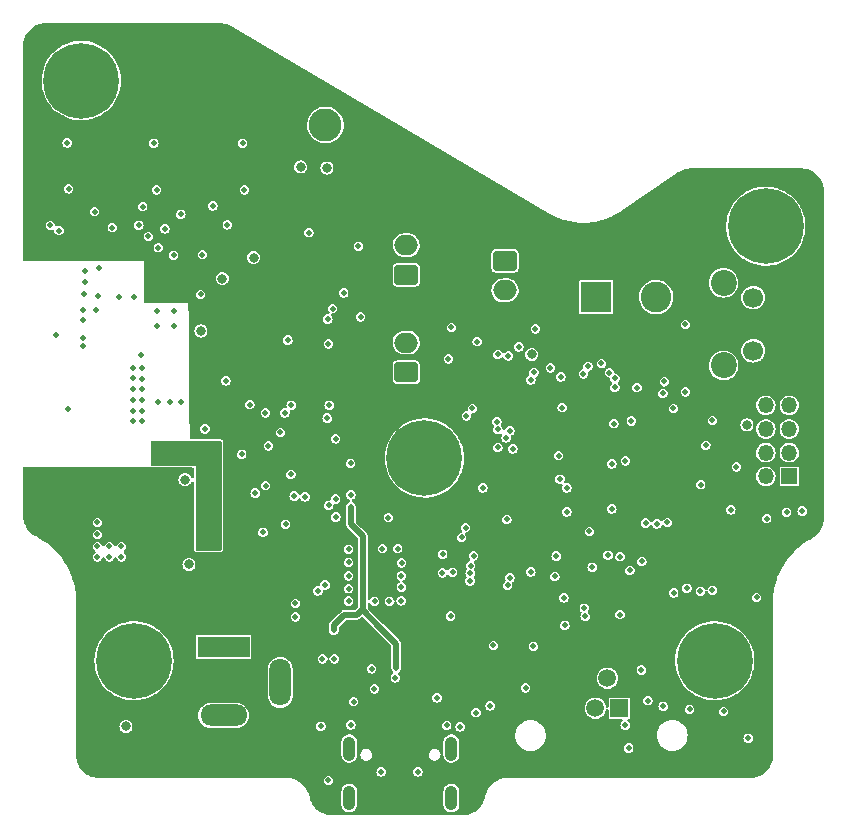
<source format=gbr>
%TF.GenerationSoftware,KiCad,Pcbnew,(5.99.0-11604-g878538abff)*%
%TF.CreationDate,2021-08-06T13:48:48+02:00*%
%TF.ProjectId,pixel-pump-mainboard,7375636b-6572-42d6-9f6e-652d6d61696e,rev?*%
%TF.SameCoordinates,Original*%
%TF.FileFunction,Copper,L3,Inr*%
%TF.FilePolarity,Positive*%
%FSLAX46Y46*%
G04 Gerber Fmt 4.6, Leading zero omitted, Abs format (unit mm)*
G04 Created by KiCad (PCBNEW (5.99.0-11604-g878538abff)) date 2021-08-06 13:48:48*
%MOMM*%
%LPD*%
G01*
G04 APERTURE LIST*
G04 Aperture macros list*
%AMRoundRect*
0 Rectangle with rounded corners*
0 $1 Rounding radius*
0 $2 $3 $4 $5 $6 $7 $8 $9 X,Y pos of 4 corners*
0 Add a 4 corners polygon primitive as box body*
4,1,4,$2,$3,$4,$5,$6,$7,$8,$9,$2,$3,0*
0 Add four circle primitives for the rounded corners*
1,1,$1+$1,$2,$3*
1,1,$1+$1,$4,$5*
1,1,$1+$1,$6,$7*
1,1,$1+$1,$8,$9*
0 Add four rect primitives between the rounded corners*
20,1,$1+$1,$2,$3,$4,$5,0*
20,1,$1+$1,$4,$5,$6,$7,0*
20,1,$1+$1,$6,$7,$8,$9,0*
20,1,$1+$1,$8,$9,$2,$3,0*%
G04 Aperture macros list end*
%TA.AperFunction,ComponentPad*%
%ADD10R,1.350000X1.350000*%
%TD*%
%TA.AperFunction,ComponentPad*%
%ADD11O,1.350000X1.350000*%
%TD*%
%TA.AperFunction,ComponentPad*%
%ADD12C,6.400000*%
%TD*%
%TA.AperFunction,ComponentPad*%
%ADD13C,0.800000*%
%TD*%
%TA.AperFunction,ComponentPad*%
%ADD14RoundRect,0.250000X0.750000X-0.600000X0.750000X0.600000X-0.750000X0.600000X-0.750000X-0.600000X0*%
%TD*%
%TA.AperFunction,ComponentPad*%
%ADD15O,2.000000X1.700000*%
%TD*%
%TA.AperFunction,ComponentPad*%
%ADD16R,1.500000X1.500000*%
%TD*%
%TA.AperFunction,ComponentPad*%
%ADD17C,1.500000*%
%TD*%
%TA.AperFunction,ComponentPad*%
%ADD18O,1.050000X2.100000*%
%TD*%
%TA.AperFunction,ComponentPad*%
%ADD19C,2.200000*%
%TD*%
%TA.AperFunction,ComponentPad*%
%ADD20C,1.700000*%
%TD*%
%TA.AperFunction,ComponentPad*%
%ADD21C,2.800000*%
%TD*%
%TA.AperFunction,ComponentPad*%
%ADD22R,4.400000X1.800000*%
%TD*%
%TA.AperFunction,ComponentPad*%
%ADD23O,4.000000X1.800000*%
%TD*%
%TA.AperFunction,ComponentPad*%
%ADD24O,1.800000X4.000000*%
%TD*%
%TA.AperFunction,ComponentPad*%
%ADD25RoundRect,0.250000X-0.750000X0.600000X-0.750000X-0.600000X0.750000X-0.600000X0.750000X0.600000X0*%
%TD*%
%TA.AperFunction,ComponentPad*%
%ADD26R,2.600000X2.600000*%
%TD*%
%TA.AperFunction,ComponentPad*%
%ADD27C,2.600000*%
%TD*%
%TA.AperFunction,ViaPad*%
%ADD28C,0.500000*%
%TD*%
%TA.AperFunction,ViaPad*%
%ADD29C,0.800000*%
%TD*%
%TA.AperFunction,Conductor*%
%ADD30C,0.500000*%
%TD*%
G04 APERTURE END LIST*
D10*
%TO.N,UART0_RX*%
%TO.C,J11*%
X130971800Y-128806200D03*
D11*
%TO.N,unconnected-(J11-Pad2)*%
X128971800Y-128806200D03*
%TO.N,UART0_TX*%
X130971800Y-126806200D03*
%TO.N,unconnected-(J11-Pad4)*%
X128971800Y-126806200D03*
%TO.N,SWDIO*%
X130971800Y-124806200D03*
%TO.N,SWCLK*%
X128971800Y-124806200D03*
%TO.N,GND*%
X130971800Y-122806200D03*
X128971800Y-122806200D03*
%TD*%
D12*
%TO.N,N/C*%
%TO.C,H1*%
X124663200Y-144424400D03*
D13*
X124663200Y-142024400D03*
X122263200Y-144424400D03*
X126360256Y-142727344D03*
X122966144Y-142727344D03*
X124663200Y-146824400D03*
X126360256Y-146121456D03*
X122966144Y-146121456D03*
X127063200Y-144424400D03*
%TD*%
D12*
%TO.N,N/C*%
%TO.C,H4*%
X75488800Y-144424400D03*
D13*
X77185856Y-146121456D03*
X73791744Y-146121456D03*
X75488800Y-146824400D03*
X73791744Y-142727344D03*
X73088800Y-144424400D03*
X77185856Y-142727344D03*
X77888800Y-144424400D03*
X75488800Y-142024400D03*
%TD*%
%TO.N,N/C*%
%TO.C,H3*%
X100076000Y-124854000D03*
D12*
X100076000Y-127254000D03*
D13*
X101773056Y-128951056D03*
X100076000Y-129654000D03*
X97676000Y-127254000D03*
X98378944Y-128951056D03*
X98378944Y-125556944D03*
X102476000Y-127254000D03*
X101773056Y-125556944D03*
%TD*%
D14*
%TO.N,+12V*%
%TO.C,J1*%
X98535000Y-111740000D03*
D15*
%TO.N,Net-(D2-Pad1)*%
X98535000Y-109240000D03*
%TD*%
D16*
%TO.N,GND*%
%TO.C,J3*%
X116592000Y-148441000D03*
D17*
%TO.N,FPTVS*%
X115572000Y-145901000D03*
%TO.N,FPATVS*%
X114552000Y-148441000D03*
%TO.N,+3V3*%
X113532000Y-145901000D03*
%TD*%
D13*
%TO.N,N/C*%
%TO.C,H5*%
X69321344Y-93603744D03*
X71018400Y-92900800D03*
X69321344Y-96997856D03*
X68618400Y-95300800D03*
D12*
X71018400Y-95300800D03*
D13*
X72715456Y-93603744D03*
X71018400Y-97700800D03*
X73418400Y-95300800D03*
X72715456Y-96997856D03*
%TD*%
D18*
%TO.N,Net-(C21-Pad2)*%
%TO.C,J12*%
X93724000Y-151860500D03*
X102364000Y-151860500D03*
X93724000Y-156040500D03*
X102364000Y-156040500D03*
%TD*%
D19*
%TO.N,*%
%TO.C,SW1*%
X125403800Y-112425600D03*
X125403800Y-119425600D03*
D20*
%TO.N,Net-(R26-Pad2)*%
X127903800Y-113675600D03*
%TO.N,GND*%
X127903800Y-118175600D03*
%TD*%
D21*
%TO.N,GND*%
%TO.C,TP19*%
X91694000Y-99060000D03*
%TD*%
D12*
%TO.N,N/C*%
%TO.C,H2*%
X128981200Y-107645200D03*
D13*
X130678256Y-109342256D03*
X126581200Y-107645200D03*
X127284144Y-105948144D03*
X128981200Y-110045200D03*
X128981200Y-105245200D03*
X130678256Y-105948144D03*
X131381200Y-107645200D03*
X127284144Y-109342256D03*
%TD*%
D22*
%TO.N,Net-(F1-Pad2)*%
%TO.C,J5*%
X83067600Y-143256000D03*
D23*
%TO.N,Net-(J5-Pad2)*%
X83067600Y-149056000D03*
D24*
%TO.N,N/C*%
X87867600Y-146256000D03*
%TD*%
D14*
%TO.N,+12V*%
%TO.C,J2*%
X98535000Y-119995000D03*
D15*
%TO.N,Net-(D7-Pad1)*%
X98535000Y-117495000D03*
%TD*%
D25*
%TO.N,+12V*%
%TO.C,J4*%
X106900200Y-110560800D03*
D15*
%TO.N,Net-(D10-Pad2)*%
X106900200Y-113060800D03*
%TD*%
D26*
%TO.N,Net-(C5-Pad1)*%
%TO.C,J6*%
X114625200Y-113639800D03*
D27*
%TO.N,+12V*%
X119705200Y-113639800D03*
%TD*%
D28*
%TO.N,GND*%
X96520000Y-134924800D03*
X73406000Y-135636000D03*
X89154000Y-139573000D03*
X91313000Y-149961600D03*
X129057400Y-132384800D03*
X71150000Y-114700000D03*
X104444800Y-148818600D03*
X72390000Y-135636000D03*
X93853000Y-149860000D03*
X92557600Y-125628400D03*
X72390000Y-133731000D03*
X91063362Y-138515479D03*
X93649800Y-137236200D03*
X93649800Y-134975600D03*
X98120200Y-138201400D03*
X85750400Y-130225800D03*
X102285800Y-140639800D03*
X88773000Y-128651000D03*
X116636800Y-140512800D03*
X83388200Y-107518200D03*
X71200000Y-117100000D03*
X93827600Y-127711200D03*
X75400000Y-124150000D03*
X76200000Y-124150000D03*
X76050000Y-118500000D03*
X95605600Y-145110200D03*
X111125000Y-137287000D03*
X105029000Y-129794000D03*
X98120200Y-137236200D03*
X74422000Y-134747000D03*
X78500000Y-122500000D03*
X91948000Y-154559000D03*
X101142800Y-147574000D03*
X75400000Y-123300000D03*
X101625400Y-135407400D03*
X71200000Y-117800000D03*
X97815400Y-134924800D03*
X92456000Y-144272000D03*
X81500000Y-124800000D03*
X75895200Y-107543600D03*
X126009400Y-131648200D03*
X79450000Y-122500000D03*
X76200000Y-123300000D03*
X77165200Y-100609400D03*
X97019500Y-132301616D03*
X93853000Y-130369799D03*
X98120200Y-139344400D03*
X93649800Y-136093200D03*
X118999000Y-147802600D03*
X84683600Y-100609400D03*
X84607400Y-126949200D03*
X91846400Y-123875800D03*
X101963237Y-149902300D03*
X86410800Y-133553200D03*
X76200000Y-121450000D03*
X76200000Y-120550000D03*
X74422000Y-135636000D03*
X116636800Y-135610600D03*
X98145600Y-136144000D03*
X117475000Y-136779000D03*
X105638600Y-148234400D03*
X95859600Y-139395200D03*
X76200000Y-122350000D03*
X69900000Y-123150000D03*
X89154000Y-140716000D03*
X75400000Y-122350000D03*
X126492000Y-128016000D03*
X77550000Y-122500000D03*
X97104200Y-139395200D03*
X76200000Y-119600000D03*
X97612200Y-145872200D03*
X68402200Y-107569000D03*
X111429800Y-127050800D03*
X69824600Y-100584000D03*
X103098600Y-150012400D03*
X75450000Y-113600000D03*
X91440000Y-144272000D03*
X71150000Y-115550000D03*
X72390000Y-134747000D03*
X73406000Y-134747000D03*
X75400000Y-120500000D03*
X75400000Y-121450000D03*
X72390000Y-132715000D03*
X75400000Y-119600000D03*
X123469400Y-129514600D03*
X74200000Y-113600000D03*
X93649800Y-138328400D03*
X105918000Y-143129000D03*
X93649800Y-139369800D03*
X128193800Y-139065000D03*
X72300000Y-114700000D03*
%TO.N,+3V3*%
X110871000Y-123571000D03*
X124256800Y-132689600D03*
X106172000Y-147193000D03*
X100469000Y-136160000D03*
X121158000Y-118745000D03*
X84886800Y-138176000D03*
X84074000Y-138151000D03*
X84074000Y-134670800D03*
X119634000Y-128270000D03*
X95224600Y-142316200D03*
X107450702Y-124194398D03*
X91059000Y-141605000D03*
X119380000Y-118745000D03*
X127177800Y-130530600D03*
X84074000Y-133197600D03*
X85394800Y-128752600D03*
X90297000Y-136525000D03*
X90424000Y-142621000D03*
X110769400Y-147167600D03*
X96041541Y-130920550D03*
X90170000Y-138684000D03*
X116459000Y-132715000D03*
X99695000Y-140589000D03*
X83312000Y-138176000D03*
X84277200Y-130302000D03*
X99390200Y-148640800D03*
%TO.N,+1V1*%
X97688400Y-145034000D03*
X92405200Y-141859000D03*
X93853000Y-131368800D03*
%TO.N,Net-(D2-Pad1)*%
X116205000Y-121285000D03*
X69138800Y-108000800D03*
X91948000Y-117602000D03*
X94488000Y-109321600D03*
X115062000Y-119253000D03*
X81280000Y-110032800D03*
X106299000Y-118491000D03*
X78841600Y-110083600D03*
%TO.N,FOOTPEDAL*%
X125399800Y-148717000D03*
X108635800Y-146710400D03*
X101600000Y-136982200D03*
X117373400Y-151815800D03*
%TO.N,Net-(D7-Pad1)*%
X115951000Y-127762000D03*
X91897200Y-115493800D03*
X108077000Y-117856000D03*
X76225400Y-105968800D03*
X109474000Y-116332000D03*
X107188000Y-118618000D03*
X88519000Y-117271800D03*
X117094000Y-127508000D03*
X102108000Y-118872000D03*
%TO.N,Net-(D10-Pad2)*%
X117593500Y-124126864D03*
X78105000Y-107848400D03*
X90297000Y-108178600D03*
X116117989Y-124351664D03*
X79451200Y-106629200D03*
X82169000Y-105918000D03*
D29*
%TO.N,Net-(C5-Pad1)*%
X80137000Y-136271000D03*
X79800000Y-129100000D03*
D28*
%TO.N,FOOTPEDAL_AUX*%
X102463600Y-136931400D03*
X117068600Y-149885400D03*
X122529600Y-148539200D03*
X120294400Y-148285200D03*
D29*
%TO.N,Net-(F1-Pad2)*%
X74803000Y-149987000D03*
D28*
%TO.N,I2C0_SDA*%
X116205000Y-120523000D03*
X123909200Y-126195200D03*
X111633000Y-120396000D03*
X89966800Y-130556000D03*
X113538000Y-120142000D03*
X120396000Y-120777000D03*
X121158000Y-123063000D03*
X109093000Y-120650000D03*
%TO.N,I2C0_SCL*%
X115745849Y-120029651D03*
X124460000Y-124079000D03*
X110744000Y-119634000D03*
X122174000Y-121666000D03*
X118070011Y-121291876D03*
X113919000Y-119507000D03*
X109347000Y-120015000D03*
X120269000Y-121793000D03*
X89052400Y-130479800D03*
%TO.N,SPI0_CS*%
X106299000Y-124841000D03*
X107569000Y-126492000D03*
X107315000Y-124968000D03*
X86614000Y-123444000D03*
X88265000Y-123444000D03*
X86622500Y-129590800D03*
X88315800Y-132867400D03*
%TO.N,SPI0_CLK*%
X106203992Y-124198483D03*
%TO.N,SPI0_MISO*%
X103632000Y-123698000D03*
X87884000Y-125095000D03*
X106299000Y-126365000D03*
X86868000Y-126238000D03*
%TO.N,SPI0_MOSI*%
X106993509Y-125559294D03*
X104140000Y-123063000D03*
%TO.N,Lift Btn*%
X103935523Y-137670379D03*
X124460000Y-138455400D03*
%TO.N,Drop Btn*%
X123444000Y-138531600D03*
X103950706Y-137021054D03*
%TO.N,Low Btn*%
X122301000Y-138277600D03*
X104241600Y-135534400D03*
%TO.N,High Btn*%
X103987600Y-136372600D03*
X121183400Y-138684000D03*
%TO.N,Reverse Btn*%
X103225600Y-133985000D03*
X119761000Y-132842000D03*
%TO.N,Trigger Btn*%
X103555800Y-133146800D03*
X118795800Y-132765800D03*
%TO.N,UI LED Data*%
X115951000Y-131572000D03*
X107061000Y-132461000D03*
%TO.N,UART0_RX*%
X130733800Y-131851400D03*
X113614200Y-139979400D03*
%TO.N,UART0_TX*%
X113690400Y-140665200D03*
X132054600Y-131749800D03*
%TO.N,SWDIO*%
X91973400Y-131267200D03*
%TO.N,SWCLK*%
X92557600Y-130733800D03*
%TO.N,NC_VALVE*%
X72150000Y-106400000D03*
X76700000Y-108500000D03*
X111734600Y-122986800D03*
X88798400Y-122783600D03*
X73650000Y-107750000D03*
X85293200Y-122732800D03*
X69951600Y-104470200D03*
X77550000Y-109450000D03*
X92013975Y-122798624D03*
X83261200Y-120726200D03*
%TO.N,NO_VALVE*%
X77393800Y-104546400D03*
X115620800Y-135483600D03*
X92303600Y-114604800D03*
X114276488Y-136497712D03*
X104546400Y-117398800D03*
X102362000Y-116205000D03*
%TO.N,3_WAY_VALVE*%
X84836000Y-104546400D03*
X111226600Y-135559800D03*
X93243400Y-113284000D03*
X111556800Y-129057400D03*
X94665800Y-115316000D03*
X107111800Y-138049000D03*
%TO.N,MOTOR_PWM*%
X109093000Y-136906000D03*
X107315000Y-137414000D03*
%TO.N,Net-(R26-Pad2)*%
X112141000Y-131826000D03*
X112141000Y-129794000D03*
X122174000Y-115951000D03*
X114046000Y-133477000D03*
%TO.N,Net-(TP5-Pad1)*%
X92581957Y-132258842D03*
%TO.N,BEMF*%
X91654589Y-138015979D03*
X109296200Y-143205200D03*
X111887000Y-139090400D03*
X111963200Y-141427200D03*
%TO.N,Net-(J10-Pad9)*%
X120650000Y-132715000D03*
X118491000Y-136017000D03*
%TO.N,DP*%
X99517200Y-153822400D03*
X94081600Y-147878800D03*
X95848464Y-146795000D03*
%TO.N,DN*%
X96418400Y-153822400D03*
%TO.N,FPTVS*%
X118440200Y-145211800D03*
X127482600Y-150977600D03*
%TO.N,+12V*%
X71300000Y-112350000D03*
X72550000Y-111150000D03*
X78900000Y-116050000D03*
X77450000Y-116100000D03*
X77450000Y-114800000D03*
X78900000Y-114800000D03*
X72400000Y-113550000D03*
X71300000Y-111450000D03*
X71250000Y-113350000D03*
D29*
X109169200Y-118491000D03*
%TO.N,+5V*%
X91821000Y-102717600D03*
X82956400Y-112064800D03*
D28*
X82296000Y-134467600D03*
X81127600Y-113411000D03*
X81330800Y-133553200D03*
X81100000Y-127300000D03*
X81330800Y-134467600D03*
D29*
X81153000Y-116509800D03*
X85623400Y-110286800D03*
D28*
X80400000Y-127300000D03*
X68910200Y-116865400D03*
X81100000Y-126300000D03*
X80400000Y-126300000D03*
D29*
X127381000Y-124460000D03*
X89611200Y-102616000D03*
D28*
X82296000Y-133553200D03*
%TD*%
D30*
%TO.N,+1V1*%
X93853000Y-132867400D02*
X93853000Y-131368800D01*
X94869000Y-140004800D02*
X94869000Y-140157200D01*
X92405200Y-141427200D02*
X93091000Y-140741400D01*
X94869000Y-133883400D02*
X94462600Y-133477000D01*
X94869000Y-138074400D02*
X94869000Y-133883400D01*
X94335600Y-140538200D02*
X94869000Y-140004800D01*
X94869000Y-140004800D02*
X94869000Y-138074400D01*
X93091000Y-140741400D02*
X93294200Y-140538200D01*
X96342200Y-141630400D02*
X97688400Y-142976600D01*
X94462600Y-133477000D02*
X93853000Y-132867400D01*
X92405200Y-141859000D02*
X92405200Y-141427200D01*
X97688400Y-142976600D02*
X97688400Y-145034000D01*
X93294200Y-140538200D02*
X94335600Y-140538200D01*
X94869000Y-140157200D02*
X96342200Y-141630400D01*
%TD*%
%TA.AperFunction,Conductor*%
%TO.N,+5V*%
G36*
X82842121Y-125820002D02*
G01*
X82888614Y-125873658D01*
X82900000Y-125926000D01*
X82900000Y-134974000D01*
X82879998Y-135042121D01*
X82826342Y-135088614D01*
X82774000Y-135100000D01*
X80826000Y-135100000D01*
X80757879Y-135079998D01*
X80711386Y-135026342D01*
X80700000Y-134974000D01*
X80700000Y-127900000D01*
X77026000Y-127900000D01*
X76957879Y-127879998D01*
X76911386Y-127826342D01*
X76900000Y-127774000D01*
X76900000Y-125926000D01*
X76920002Y-125857879D01*
X76973658Y-125811386D01*
X77026000Y-125800000D01*
X82774000Y-125800000D01*
X82842121Y-125820002D01*
G37*
%TD.AperFunction*%
%TD*%
%TA.AperFunction,Conductor*%
%TO.N,+3V3*%
G36*
X82723617Y-90434019D02*
G01*
X82724409Y-90433858D01*
X82739452Y-90438746D01*
X82752107Y-90434634D01*
X82753026Y-90434933D01*
X82753058Y-90434325D01*
X82934479Y-90443983D01*
X82947786Y-90445403D01*
X83133995Y-90475368D01*
X83147089Y-90478197D01*
X83329040Y-90527756D01*
X83341760Y-90531958D01*
X83517442Y-90600562D01*
X83529644Y-90606092D01*
X83593926Y-90639449D01*
X83690896Y-90689768D01*
X83700380Y-90700477D01*
X83716639Y-90704074D01*
X97496094Y-98811889D01*
X110116570Y-106237762D01*
X110675211Y-106566466D01*
X110686251Y-106578932D01*
X110688420Y-106579412D01*
X110706666Y-106589179D01*
X110706667Y-106589180D01*
X111083065Y-106790664D01*
X111083071Y-106790667D01*
X111085298Y-106791859D01*
X111087616Y-106792869D01*
X111087621Y-106792871D01*
X111386424Y-106923012D01*
X111499952Y-106972458D01*
X111681618Y-107034692D01*
X111925435Y-107118218D01*
X111925443Y-107118220D01*
X111927818Y-107119034D01*
X111930260Y-107119656D01*
X111930264Y-107119657D01*
X112012641Y-107140632D01*
X112366110Y-107230634D01*
X112368612Y-107231060D01*
X112368622Y-107231062D01*
X112809474Y-107306104D01*
X112809483Y-107306105D01*
X112811973Y-107306529D01*
X112814491Y-107306751D01*
X112814492Y-107306751D01*
X113259971Y-107346003D01*
X113259976Y-107346003D01*
X113262504Y-107346226D01*
X113543587Y-107348240D01*
X113712238Y-107349448D01*
X113712241Y-107349448D01*
X113714769Y-107349466D01*
X113717288Y-107349280D01*
X113717300Y-107349280D01*
X114032647Y-107326042D01*
X114165822Y-107316229D01*
X114380674Y-107282817D01*
X114610220Y-107247120D01*
X114610223Y-107247119D01*
X114612727Y-107246730D01*
X115052573Y-107141423D01*
X115054995Y-107140632D01*
X115480066Y-107001787D01*
X115480072Y-107001785D01*
X115482496Y-107000993D01*
X115484839Y-107000012D01*
X115484845Y-107000010D01*
X115822401Y-106858709D01*
X115899695Y-106826354D01*
X115987140Y-106781145D01*
X116299176Y-106619822D01*
X116299181Y-106619819D01*
X116301454Y-106618644D01*
X116318870Y-106607777D01*
X116665185Y-106391679D01*
X116683363Y-106380336D01*
X116685497Y-106379713D01*
X116694789Y-106367701D01*
X116707342Y-106359661D01*
X116711900Y-106355491D01*
X121234886Y-103272850D01*
X121519226Y-103079058D01*
X121535209Y-103074391D01*
X121543435Y-103063757D01*
X121543995Y-103063576D01*
X121543812Y-103063270D01*
X121635309Y-103008621D01*
X121720892Y-102957505D01*
X121734243Y-102950577D01*
X121928045Y-102864317D01*
X121942129Y-102859033D01*
X122144826Y-102796528D01*
X122159452Y-102792960D01*
X122368146Y-102755098D01*
X122383101Y-102753299D01*
X122588990Y-102740968D01*
X122588992Y-102740999D01*
X122589045Y-102740986D01*
X122602363Y-102745313D01*
X122618201Y-102740167D01*
X131984162Y-102740167D01*
X132000000Y-102745313D01*
X132012365Y-102741295D01*
X132013147Y-102741525D01*
X132013179Y-102741031D01*
X132239758Y-102755882D01*
X132256098Y-102758033D01*
X132369878Y-102780665D01*
X132483661Y-102803298D01*
X132499575Y-102807562D01*
X132529178Y-102817611D01*
X132719277Y-102882141D01*
X132734504Y-102888448D01*
X132759189Y-102900621D01*
X132942596Y-102991067D01*
X132956863Y-102999304D01*
X133052595Y-103063270D01*
X133149777Y-103128205D01*
X133162853Y-103138238D01*
X133337294Y-103291219D01*
X133348948Y-103302873D01*
X133501929Y-103477314D01*
X133511962Y-103490390D01*
X133640861Y-103683300D01*
X133649102Y-103697574D01*
X133751719Y-103905663D01*
X133758026Y-103920890D01*
X133815111Y-104089055D01*
X133832604Y-104140589D01*
X133836869Y-104156506D01*
X133848276Y-104213850D01*
X133882134Y-104384069D01*
X133884285Y-104400409D01*
X133899136Y-104626988D01*
X133898973Y-104626999D01*
X133899043Y-104627275D01*
X133894854Y-104640167D01*
X133900000Y-104656005D01*
X133900000Y-132371721D01*
X133894854Y-132387559D01*
X133898986Y-132400277D01*
X133898810Y-132400876D01*
X133899188Y-132400899D01*
X133887106Y-132599487D01*
X133886451Y-132610250D01*
X133884597Y-132625432D01*
X133849790Y-132814250D01*
X133845539Y-132837308D01*
X133841856Y-132852161D01*
X133837849Y-132864941D01*
X133780595Y-133047550D01*
X133777402Y-133057733D01*
X133771950Y-133072019D01*
X133683040Y-133268277D01*
X133675894Y-133281800D01*
X133563856Y-133465817D01*
X133555118Y-133478381D01*
X133515504Y-133528545D01*
X133446846Y-133615487D01*
X133421602Y-133647453D01*
X133411410Y-133658861D01*
X133370590Y-133699310D01*
X133258373Y-133810507D01*
X133246868Y-133820599D01*
X133076586Y-133952565D01*
X133063943Y-133961187D01*
X132883803Y-134068623D01*
X132883775Y-134068576D01*
X132883701Y-134068641D01*
X132869963Y-134070898D01*
X132868725Y-134072150D01*
X132850407Y-134082543D01*
X132850406Y-134082543D01*
X132672628Y-134183406D01*
X132458854Y-134304691D01*
X132456820Y-134306065D01*
X132456814Y-134306069D01*
X132069042Y-134568068D01*
X132066994Y-134569452D01*
X132001364Y-134621696D01*
X131698913Y-134862459D01*
X131698904Y-134862467D01*
X131696993Y-134863988D01*
X131576320Y-134976509D01*
X131352908Y-135184827D01*
X131352901Y-135184834D01*
X131351109Y-135186505D01*
X131031452Y-135535033D01*
X130739973Y-135907447D01*
X130478448Y-136301474D01*
X130248475Y-136714711D01*
X130247444Y-136716961D01*
X130066619Y-137111550D01*
X130051456Y-137144637D01*
X129952649Y-137414000D01*
X129895885Y-137568750D01*
X129888593Y-137588628D01*
X129887935Y-137590973D01*
X129887934Y-137590977D01*
X129769867Y-138011935D01*
X129760880Y-138043976D01*
X129760403Y-138046387D01*
X129675937Y-138473321D01*
X129669095Y-138507902D01*
X129613800Y-138977578D01*
X129595395Y-139448464D01*
X129594852Y-139450136D01*
X129599999Y-139465977D01*
X129600000Y-152419014D01*
X129594853Y-152434855D01*
X129598871Y-152447220D01*
X129598641Y-152448002D01*
X129599135Y-152448034D01*
X129584284Y-152674613D01*
X129582133Y-152690953D01*
X129551116Y-152846890D01*
X129536869Y-152918513D01*
X129532604Y-152934430D01*
X129504503Y-153017212D01*
X129458025Y-153154132D01*
X129451718Y-153169359D01*
X129349101Y-153377448D01*
X129340862Y-153391718D01*
X129307763Y-153441255D01*
X129211958Y-153584637D01*
X129201925Y-153597712D01*
X129048952Y-153772145D01*
X129037297Y-153783800D01*
X128862851Y-153936784D01*
X128849776Y-153946817D01*
X128656866Y-154075716D01*
X128642592Y-154083957D01*
X128434503Y-154186575D01*
X128419279Y-154192881D01*
X128199571Y-154267462D01*
X128183661Y-154271725D01*
X128069878Y-154294358D01*
X127956098Y-154316990D01*
X127939758Y-154319141D01*
X127713179Y-154333992D01*
X127713168Y-154333829D01*
X127712892Y-154333899D01*
X127700000Y-154329710D01*
X127684162Y-154334856D01*
X107255948Y-154334856D01*
X107255948Y-154334438D01*
X107255155Y-154334598D01*
X107240110Y-154329710D01*
X107235720Y-154331137D01*
X107217961Y-154332235D01*
X107217960Y-154332235D01*
X106984747Y-154346657D01*
X106984743Y-154346657D01*
X106980870Y-154346897D01*
X106977054Y-154347612D01*
X106977048Y-154347613D01*
X106808715Y-154379166D01*
X106725580Y-154394749D01*
X106478132Y-154473691D01*
X106474597Y-154475322D01*
X106474590Y-154475325D01*
X106245830Y-154580890D01*
X106242296Y-154582521D01*
X106021666Y-154719580D01*
X105819605Y-154882779D01*
X105764216Y-154940145D01*
X105641888Y-155066838D01*
X105641882Y-155066845D01*
X105639192Y-155069631D01*
X105483176Y-155277289D01*
X105481238Y-155280667D01*
X105481233Y-155280675D01*
X105355879Y-155499200D01*
X105353936Y-155502588D01*
X105253440Y-155742094D01*
X105252388Y-155745841D01*
X105252385Y-155745849D01*
X105191123Y-155964012D01*
X105184409Y-155987922D01*
X105182091Y-155991914D01*
X105183396Y-156004648D01*
X105182957Y-156005457D01*
X105183495Y-156005612D01*
X105118213Y-156232692D01*
X105112381Y-156248774D01*
X105015106Y-156469074D01*
X105007149Y-156484220D01*
X104880922Y-156689320D01*
X104870987Y-156703247D01*
X104831944Y-156750787D01*
X104720035Y-156887052D01*
X104718144Y-156889354D01*
X104706414Y-156901807D01*
X104529765Y-157065497D01*
X104516456Y-157076246D01*
X104319269Y-157214494D01*
X104304628Y-157223341D01*
X104269463Y-157241451D01*
X104090524Y-157333605D01*
X104074819Y-157340386D01*
X103847751Y-157420633D01*
X103831274Y-157425225D01*
X103732915Y-157445555D01*
X103595428Y-157473972D01*
X103578478Y-157476289D01*
X103342751Y-157492329D01*
X103342616Y-157490350D01*
X103339183Y-157491170D01*
X103329656Y-157488074D01*
X103315212Y-157492767D01*
X103300307Y-157492341D01*
X103294197Y-157493220D01*
X102443530Y-157493220D01*
X102428690Y-157488863D01*
X102397812Y-157493220D01*
X93803530Y-157493220D01*
X93788690Y-157488863D01*
X93757812Y-157493220D01*
X92226402Y-157493220D01*
X92226402Y-157492801D01*
X92225608Y-157492962D01*
X92210564Y-157488074D01*
X92198982Y-157491837D01*
X92197534Y-157491367D01*
X92197469Y-157492329D01*
X91961742Y-157476289D01*
X91944792Y-157473972D01*
X91807305Y-157445555D01*
X91708946Y-157425225D01*
X91692469Y-157420633D01*
X91465401Y-157340386D01*
X91449696Y-157333605D01*
X91270757Y-157241451D01*
X91235592Y-157223341D01*
X91220951Y-157214494D01*
X91023764Y-157076246D01*
X91010455Y-157065497D01*
X90833806Y-156901807D01*
X90822076Y-156889354D01*
X90820186Y-156887052D01*
X90708276Y-156750787D01*
X90669233Y-156703247D01*
X90659298Y-156689320D01*
X90533071Y-156484220D01*
X90525114Y-156469074D01*
X90427839Y-156248774D01*
X90422007Y-156232692D01*
X90356725Y-156005612D01*
X90356942Y-156005550D01*
X90356767Y-156005198D01*
X90358129Y-155991914D01*
X90355811Y-155987922D01*
X90349097Y-155964012D01*
X90287835Y-155745849D01*
X90287832Y-155745841D01*
X90286780Y-155742094D01*
X90186284Y-155502588D01*
X90184341Y-155499200D01*
X90168149Y-155470973D01*
X93048500Y-155470973D01*
X93048500Y-156606496D01*
X93063181Y-156727813D01*
X93120973Y-156880755D01*
X93213579Y-157015497D01*
X93335652Y-157124260D01*
X93342361Y-157127812D01*
X93342362Y-157127813D01*
X93473434Y-157197212D01*
X93473436Y-157197213D01*
X93480145Y-157200765D01*
X93531215Y-157213593D01*
X93631345Y-157238744D01*
X93631349Y-157238744D01*
X93638716Y-157240595D01*
X93646315Y-157240635D01*
X93646317Y-157240635D01*
X93758472Y-157241222D01*
X93772491Y-157245418D01*
X93789050Y-157242055D01*
X93794616Y-157241411D01*
X93802210Y-157241451D01*
X93809589Y-157239679D01*
X93809593Y-157239679D01*
X93953811Y-157205056D01*
X93953815Y-157205055D01*
X93961190Y-157203284D01*
X94106476Y-157128296D01*
X94166142Y-157076246D01*
X94223956Y-157025812D01*
X94223959Y-157025809D01*
X94229681Y-157020817D01*
X94323693Y-156887052D01*
X94383083Y-156734724D01*
X94399500Y-156610027D01*
X94399500Y-155474504D01*
X94399073Y-155470973D01*
X101688500Y-155470973D01*
X101688500Y-156606496D01*
X101703181Y-156727813D01*
X101760973Y-156880755D01*
X101853579Y-157015497D01*
X101975652Y-157124260D01*
X101982361Y-157127812D01*
X101982362Y-157127813D01*
X102113434Y-157197212D01*
X102113436Y-157197213D01*
X102120145Y-157200765D01*
X102171215Y-157213593D01*
X102271345Y-157238744D01*
X102271349Y-157238744D01*
X102278716Y-157240595D01*
X102286315Y-157240635D01*
X102286317Y-157240635D01*
X102398472Y-157241222D01*
X102412491Y-157245418D01*
X102429050Y-157242055D01*
X102434616Y-157241411D01*
X102442210Y-157241451D01*
X102449589Y-157239679D01*
X102449593Y-157239679D01*
X102593811Y-157205056D01*
X102593815Y-157205055D01*
X102601190Y-157203284D01*
X102746476Y-157128296D01*
X102806142Y-157076246D01*
X102863956Y-157025812D01*
X102863959Y-157025809D01*
X102869681Y-157020817D01*
X102963693Y-156887052D01*
X103023083Y-156734724D01*
X103039500Y-156610027D01*
X103039500Y-155474504D01*
X103024819Y-155353187D01*
X102967027Y-155200245D01*
X102874421Y-155065503D01*
X102752348Y-154956740D01*
X102745638Y-154953187D01*
X102614566Y-154883788D01*
X102614564Y-154883787D01*
X102607855Y-154880235D01*
X102556785Y-154867407D01*
X102456655Y-154842256D01*
X102456651Y-154842256D01*
X102449284Y-154840405D01*
X102441685Y-154840365D01*
X102441683Y-154840365D01*
X102373653Y-154840009D01*
X102285790Y-154839549D01*
X102278410Y-154841321D01*
X102278408Y-154841321D01*
X102134189Y-154875944D01*
X102134185Y-154875945D01*
X102126810Y-154877716D01*
X102120065Y-154881197D01*
X102120066Y-154881197D01*
X102005857Y-154940145D01*
X101981524Y-154952704D01*
X101975802Y-154957696D01*
X101975800Y-154957697D01*
X101864044Y-155055188D01*
X101864041Y-155055191D01*
X101858319Y-155060183D01*
X101764307Y-155193948D01*
X101704917Y-155346276D01*
X101688500Y-155470973D01*
X94399073Y-155470973D01*
X94384819Y-155353187D01*
X94327027Y-155200245D01*
X94234421Y-155065503D01*
X94112348Y-154956740D01*
X94105638Y-154953187D01*
X93974566Y-154883788D01*
X93974564Y-154883787D01*
X93967855Y-154880235D01*
X93916785Y-154867407D01*
X93816655Y-154842256D01*
X93816651Y-154842256D01*
X93809284Y-154840405D01*
X93801685Y-154840365D01*
X93801683Y-154840365D01*
X93733653Y-154840009D01*
X93645790Y-154839549D01*
X93638410Y-154841321D01*
X93638408Y-154841321D01*
X93494189Y-154875944D01*
X93494185Y-154875945D01*
X93486810Y-154877716D01*
X93480065Y-154881197D01*
X93480066Y-154881197D01*
X93365857Y-154940145D01*
X93341524Y-154952704D01*
X93335802Y-154957696D01*
X93335800Y-154957697D01*
X93224044Y-155055188D01*
X93224041Y-155055191D01*
X93218319Y-155060183D01*
X93124307Y-155193948D01*
X93064917Y-155346276D01*
X93048500Y-155470973D01*
X90168149Y-155470973D01*
X90058987Y-155280675D01*
X90058982Y-155280667D01*
X90057044Y-155277289D01*
X89901028Y-155069631D01*
X89898338Y-155066845D01*
X89898332Y-155066838D01*
X89776004Y-154940145D01*
X89720615Y-154882779D01*
X89518554Y-154719580D01*
X89297924Y-154582521D01*
X89294390Y-154580890D01*
X89246954Y-154559000D01*
X91542508Y-154559000D01*
X91562354Y-154684304D01*
X91619950Y-154797342D01*
X91709658Y-154887050D01*
X91822696Y-154944646D01*
X91832485Y-154946196D01*
X91832487Y-154946197D01*
X91938207Y-154962941D01*
X91948000Y-154964492D01*
X91957793Y-154962941D01*
X92063513Y-154946197D01*
X92063515Y-154946196D01*
X92073304Y-154944646D01*
X92186342Y-154887050D01*
X92276050Y-154797342D01*
X92333646Y-154684304D01*
X92353492Y-154559000D01*
X92347530Y-154521358D01*
X92335197Y-154443487D01*
X92335196Y-154443485D01*
X92333646Y-154433696D01*
X92276050Y-154320658D01*
X92186342Y-154230950D01*
X92073304Y-154173354D01*
X92063515Y-154171804D01*
X92063513Y-154171803D01*
X91957793Y-154155059D01*
X91948000Y-154153508D01*
X91938207Y-154155059D01*
X91832487Y-154171803D01*
X91832485Y-154171804D01*
X91822696Y-154173354D01*
X91709658Y-154230950D01*
X91619950Y-154320658D01*
X91562354Y-154433696D01*
X91560804Y-154443485D01*
X91560803Y-154443487D01*
X91548470Y-154521358D01*
X91542508Y-154559000D01*
X89246954Y-154559000D01*
X89065630Y-154475325D01*
X89065623Y-154475322D01*
X89062088Y-154473691D01*
X88814640Y-154394749D01*
X88731505Y-154379166D01*
X88563172Y-154347613D01*
X88563166Y-154347612D01*
X88559350Y-154346897D01*
X88555477Y-154346657D01*
X88555473Y-154346657D01*
X88324245Y-154332358D01*
X88304500Y-154331137D01*
X88300110Y-154329710D01*
X88285669Y-154334402D01*
X88270784Y-154333975D01*
X88264653Y-154334856D01*
X72515838Y-154334856D01*
X72500000Y-154329710D01*
X72487635Y-154333728D01*
X72486853Y-154333498D01*
X72486821Y-154333992D01*
X72260242Y-154319141D01*
X72243902Y-154316990D01*
X72130122Y-154294358D01*
X72016339Y-154271725D01*
X72000425Y-154267461D01*
X71879290Y-154226341D01*
X71780723Y-154192882D01*
X71765496Y-154186575D01*
X71599006Y-154104472D01*
X71557404Y-154083956D01*
X71543137Y-154075719D01*
X71364768Y-153956537D01*
X71350223Y-153946818D01*
X71337147Y-153936785D01*
X71206716Y-153822400D01*
X96012908Y-153822400D01*
X96014459Y-153832193D01*
X96031025Y-153936785D01*
X96032754Y-153947704D01*
X96090350Y-154060742D01*
X96180058Y-154150450D01*
X96293096Y-154208046D01*
X96302885Y-154209596D01*
X96302887Y-154209597D01*
X96408607Y-154226341D01*
X96418400Y-154227892D01*
X96428193Y-154226341D01*
X96533913Y-154209597D01*
X96533915Y-154209596D01*
X96543704Y-154208046D01*
X96656742Y-154150450D01*
X96746450Y-154060742D01*
X96804046Y-153947704D01*
X96805776Y-153936785D01*
X96822341Y-153832193D01*
X96823892Y-153822400D01*
X99111708Y-153822400D01*
X99113259Y-153832193D01*
X99129825Y-153936785D01*
X99131554Y-153947704D01*
X99189150Y-154060742D01*
X99278858Y-154150450D01*
X99391896Y-154208046D01*
X99401685Y-154209596D01*
X99401687Y-154209597D01*
X99507407Y-154226341D01*
X99517200Y-154227892D01*
X99526993Y-154226341D01*
X99632713Y-154209597D01*
X99632715Y-154209596D01*
X99642504Y-154208046D01*
X99755542Y-154150450D01*
X99845250Y-154060742D01*
X99902846Y-153947704D01*
X99904576Y-153936785D01*
X99921141Y-153832193D01*
X99922692Y-153822400D01*
X99916579Y-153783804D01*
X99904397Y-153706887D01*
X99904396Y-153706885D01*
X99902846Y-153697096D01*
X99845250Y-153584058D01*
X99755542Y-153494350D01*
X99642504Y-153436754D01*
X99632715Y-153435204D01*
X99632713Y-153435203D01*
X99526993Y-153418459D01*
X99517200Y-153416908D01*
X99507407Y-153418459D01*
X99401687Y-153435203D01*
X99401685Y-153435204D01*
X99391896Y-153436754D01*
X99278858Y-153494350D01*
X99189150Y-153584058D01*
X99131554Y-153697096D01*
X99130004Y-153706885D01*
X99130003Y-153706887D01*
X99117821Y-153783804D01*
X99111708Y-153822400D01*
X96823892Y-153822400D01*
X96817779Y-153783804D01*
X96805597Y-153706887D01*
X96805596Y-153706885D01*
X96804046Y-153697096D01*
X96746450Y-153584058D01*
X96656742Y-153494350D01*
X96543704Y-153436754D01*
X96533915Y-153435204D01*
X96533913Y-153435203D01*
X96428193Y-153418459D01*
X96418400Y-153416908D01*
X96408607Y-153418459D01*
X96302887Y-153435203D01*
X96302885Y-153435204D01*
X96293096Y-153436754D01*
X96180058Y-153494350D01*
X96090350Y-153584058D01*
X96032754Y-153697096D01*
X96031204Y-153706885D01*
X96031203Y-153706887D01*
X96019021Y-153783804D01*
X96012908Y-153822400D01*
X71206716Y-153822400D01*
X71162706Y-153783804D01*
X71151052Y-153772150D01*
X70998071Y-153597709D01*
X70988038Y-153584633D01*
X70922874Y-153487108D01*
X70859137Y-153391719D01*
X70850898Y-153377449D01*
X70748281Y-153169360D01*
X70741974Y-153154133D01*
X70671938Y-152947813D01*
X70667395Y-152934431D01*
X70663130Y-152918514D01*
X70656855Y-152886964D01*
X70621565Y-152709549D01*
X70617866Y-152690954D01*
X70615715Y-152674614D01*
X70600864Y-152448035D01*
X70601027Y-152448024D01*
X70600957Y-152447748D01*
X70605146Y-152434856D01*
X70600000Y-152419018D01*
X70600000Y-151290973D01*
X93048500Y-151290973D01*
X93048500Y-152426496D01*
X93063181Y-152547813D01*
X93120973Y-152700755D01*
X93125274Y-152707013D01*
X93178352Y-152784241D01*
X93213579Y-152835497D01*
X93335652Y-152944260D01*
X93342361Y-152947812D01*
X93342362Y-152947813D01*
X93473434Y-153017212D01*
X93473436Y-153017213D01*
X93480145Y-153020765D01*
X93531215Y-153033593D01*
X93631345Y-153058744D01*
X93631349Y-153058744D01*
X93638716Y-153060595D01*
X93646315Y-153060635D01*
X93646317Y-153060635D01*
X93714347Y-153060991D01*
X93802210Y-153061451D01*
X93809590Y-153059679D01*
X93809592Y-153059679D01*
X93953811Y-153025056D01*
X93953815Y-153025055D01*
X93961190Y-153023284D01*
X94106476Y-152948296D01*
X94116895Y-152939207D01*
X94223956Y-152845812D01*
X94223959Y-152845809D01*
X94229681Y-152840817D01*
X94323693Y-152707052D01*
X94383083Y-152554724D01*
X94399500Y-152430027D01*
X94399500Y-152416299D01*
X94407914Y-152387644D01*
X94405142Y-152381383D01*
X94646519Y-152381383D01*
X94650436Y-152399962D01*
X94666980Y-152526479D01*
X94724720Y-152657703D01*
X94730497Y-152664576D01*
X94730498Y-152664577D01*
X94737792Y-152673254D01*
X94816970Y-152767448D01*
X94824447Y-152772425D01*
X94926789Y-152840550D01*
X94936313Y-152846890D01*
X95073157Y-152889642D01*
X95082129Y-152889806D01*
X95082132Y-152889807D01*
X95147463Y-152891004D01*
X95216499Y-152892270D01*
X95225533Y-152889807D01*
X95346158Y-152856921D01*
X95346160Y-152856920D01*
X95354817Y-152854560D01*
X95476991Y-152779545D01*
X95573200Y-152673254D01*
X95635710Y-152544233D01*
X95659496Y-152402854D01*
X95659647Y-152390500D01*
X95658762Y-152384323D01*
X100428391Y-152384323D01*
X100429555Y-152393225D01*
X100429555Y-152393228D01*
X100436718Y-152448002D01*
X100446980Y-152526479D01*
X100504720Y-152657703D01*
X100510497Y-152664576D01*
X100510498Y-152664577D01*
X100517792Y-152673254D01*
X100596970Y-152767448D01*
X100604447Y-152772425D01*
X100706789Y-152840550D01*
X100716313Y-152846890D01*
X100853157Y-152889642D01*
X100862129Y-152889806D01*
X100862132Y-152889807D01*
X100927463Y-152891004D01*
X100996499Y-152892270D01*
X101005533Y-152889807D01*
X101126158Y-152856921D01*
X101126160Y-152856920D01*
X101134817Y-152854560D01*
X101256991Y-152779545D01*
X101353200Y-152673254D01*
X101415710Y-152544233D01*
X101417199Y-152535384D01*
X101417200Y-152535380D01*
X101436776Y-152419020D01*
X101438454Y-152409045D01*
X101443683Y-152398284D01*
X101441604Y-152395050D01*
X101441243Y-152393388D01*
X101678565Y-152393388D01*
X101687818Y-152415001D01*
X101688479Y-152422360D01*
X101688500Y-152422707D01*
X101688500Y-152426496D01*
X101703181Y-152547813D01*
X101760973Y-152700755D01*
X101765274Y-152707013D01*
X101818352Y-152784241D01*
X101853579Y-152835497D01*
X101975652Y-152944260D01*
X101982361Y-152947812D01*
X101982362Y-152947813D01*
X102113434Y-153017212D01*
X102113436Y-153017213D01*
X102120145Y-153020765D01*
X102171215Y-153033593D01*
X102271345Y-153058744D01*
X102271349Y-153058744D01*
X102278716Y-153060595D01*
X102286315Y-153060635D01*
X102286317Y-153060635D01*
X102354347Y-153060991D01*
X102442210Y-153061451D01*
X102449590Y-153059679D01*
X102449592Y-153059679D01*
X102593811Y-153025056D01*
X102593815Y-153025055D01*
X102601190Y-153023284D01*
X102746476Y-152948296D01*
X102756895Y-152939207D01*
X102863956Y-152845812D01*
X102863959Y-152845809D01*
X102869681Y-152840817D01*
X102963693Y-152707052D01*
X103023083Y-152554724D01*
X103039500Y-152430027D01*
X103039500Y-151294504D01*
X103024819Y-151173187D01*
X102967027Y-151020245D01*
X102874421Y-150885503D01*
X102848140Y-150862087D01*
X102758019Y-150781793D01*
X102752348Y-150776740D01*
X102745638Y-150773187D01*
X102684847Y-150741000D01*
X107756532Y-150741000D01*
X107776365Y-150967692D01*
X107777789Y-150973005D01*
X107777789Y-150973007D01*
X107827680Y-151159202D01*
X107835261Y-151187496D01*
X107837583Y-151192476D01*
X107837584Y-151192478D01*
X107926470Y-151383092D01*
X107931432Y-151393734D01*
X108061953Y-151580139D01*
X108222861Y-151741047D01*
X108409266Y-151871568D01*
X108414244Y-151873889D01*
X108414247Y-151873891D01*
X108610522Y-151965416D01*
X108615504Y-151967739D01*
X108620812Y-151969161D01*
X108620814Y-151969162D01*
X108829993Y-152025211D01*
X108829995Y-152025211D01*
X108835308Y-152026635D01*
X109062000Y-152046468D01*
X109288692Y-152026635D01*
X109294005Y-152025211D01*
X109294007Y-152025211D01*
X109503186Y-151969162D01*
X109503188Y-151969161D01*
X109508496Y-151967739D01*
X109513478Y-151965416D01*
X109709753Y-151873891D01*
X109709756Y-151873889D01*
X109714734Y-151871568D01*
X109794380Y-151815800D01*
X116967908Y-151815800D01*
X116969459Y-151825593D01*
X116985826Y-151928928D01*
X116987754Y-151941104D01*
X117045350Y-152054142D01*
X117135058Y-152143850D01*
X117248096Y-152201446D01*
X117257885Y-152202996D01*
X117257887Y-152202997D01*
X117363607Y-152219741D01*
X117373400Y-152221292D01*
X117383193Y-152219741D01*
X117488913Y-152202997D01*
X117488915Y-152202996D01*
X117498704Y-152201446D01*
X117611742Y-152143850D01*
X117701450Y-152054142D01*
X117759046Y-151941104D01*
X117760975Y-151928928D01*
X117777341Y-151825593D01*
X117778892Y-151815800D01*
X117767553Y-151744206D01*
X117760597Y-151700287D01*
X117760596Y-151700285D01*
X117759046Y-151690496D01*
X117701450Y-151577458D01*
X117611742Y-151487750D01*
X117498704Y-151430154D01*
X117488915Y-151428604D01*
X117488913Y-151428603D01*
X117383193Y-151411859D01*
X117373400Y-151410308D01*
X117363607Y-151411859D01*
X117257887Y-151428603D01*
X117257885Y-151428604D01*
X117248096Y-151430154D01*
X117135058Y-151487750D01*
X117045350Y-151577458D01*
X116987754Y-151690496D01*
X116986204Y-151700285D01*
X116986203Y-151700287D01*
X116979247Y-151744206D01*
X116967908Y-151815800D01*
X109794380Y-151815800D01*
X109901139Y-151741047D01*
X110062047Y-151580139D01*
X110192568Y-151393734D01*
X110197531Y-151383092D01*
X110286416Y-151192478D01*
X110286417Y-151192476D01*
X110288739Y-151187496D01*
X110296321Y-151159202D01*
X110346211Y-150973007D01*
X110346211Y-150973005D01*
X110347635Y-150967692D01*
X110367468Y-150741000D01*
X119756532Y-150741000D01*
X119776365Y-150967692D01*
X119777789Y-150973005D01*
X119777789Y-150973007D01*
X119827680Y-151159202D01*
X119835261Y-151187496D01*
X119837583Y-151192476D01*
X119837584Y-151192478D01*
X119926470Y-151383092D01*
X119931432Y-151393734D01*
X120061953Y-151580139D01*
X120222861Y-151741047D01*
X120409266Y-151871568D01*
X120414244Y-151873889D01*
X120414247Y-151873891D01*
X120610522Y-151965416D01*
X120615504Y-151967739D01*
X120620812Y-151969161D01*
X120620814Y-151969162D01*
X120829993Y-152025211D01*
X120829995Y-152025211D01*
X120835308Y-152026635D01*
X121062000Y-152046468D01*
X121288692Y-152026635D01*
X121294005Y-152025211D01*
X121294007Y-152025211D01*
X121503186Y-151969162D01*
X121503188Y-151969161D01*
X121508496Y-151967739D01*
X121513478Y-151965416D01*
X121709753Y-151873891D01*
X121709756Y-151873889D01*
X121714734Y-151871568D01*
X121901139Y-151741047D01*
X122062047Y-151580139D01*
X122192568Y-151393734D01*
X122197531Y-151383092D01*
X122286416Y-151192478D01*
X122286417Y-151192476D01*
X122288739Y-151187496D01*
X122296321Y-151159202D01*
X122344980Y-150977600D01*
X127077108Y-150977600D01*
X127096954Y-151102904D01*
X127154550Y-151215942D01*
X127244258Y-151305650D01*
X127357296Y-151363246D01*
X127367085Y-151364796D01*
X127367087Y-151364797D01*
X127472807Y-151381541D01*
X127482600Y-151383092D01*
X127492393Y-151381541D01*
X127598113Y-151364797D01*
X127598115Y-151364796D01*
X127607904Y-151363246D01*
X127720942Y-151305650D01*
X127810650Y-151215942D01*
X127868246Y-151102904D01*
X127888092Y-150977600D01*
X127873647Y-150886397D01*
X127869797Y-150862087D01*
X127869796Y-150862085D01*
X127868246Y-150852296D01*
X127810650Y-150739258D01*
X127720942Y-150649550D01*
X127607904Y-150591954D01*
X127598115Y-150590404D01*
X127598113Y-150590403D01*
X127492393Y-150573659D01*
X127482600Y-150572108D01*
X127472807Y-150573659D01*
X127367087Y-150590403D01*
X127367085Y-150590404D01*
X127357296Y-150591954D01*
X127244258Y-150649550D01*
X127154550Y-150739258D01*
X127096954Y-150852296D01*
X127095404Y-150862085D01*
X127095403Y-150862087D01*
X127091553Y-150886397D01*
X127077108Y-150977600D01*
X122344980Y-150977600D01*
X122346211Y-150973007D01*
X122346211Y-150973005D01*
X122347635Y-150967692D01*
X122367468Y-150741000D01*
X122347635Y-150514308D01*
X122321385Y-150416341D01*
X122290162Y-150299814D01*
X122290161Y-150299812D01*
X122288739Y-150294504D01*
X122286404Y-150289497D01*
X122194891Y-150093247D01*
X122194889Y-150093244D01*
X122192568Y-150088266D01*
X122062047Y-149901861D01*
X121901139Y-149740953D01*
X121714734Y-149610432D01*
X121709756Y-149608111D01*
X121709753Y-149608109D01*
X121513478Y-149516584D01*
X121513476Y-149516583D01*
X121508496Y-149514261D01*
X121503188Y-149512839D01*
X121503186Y-149512838D01*
X121294007Y-149456789D01*
X121294005Y-149456789D01*
X121288692Y-149455365D01*
X121062000Y-149435532D01*
X120835308Y-149455365D01*
X120829995Y-149456789D01*
X120829993Y-149456789D01*
X120620814Y-149512838D01*
X120620812Y-149512839D01*
X120615504Y-149514261D01*
X120610524Y-149516583D01*
X120610522Y-149516584D01*
X120414247Y-149608109D01*
X120414244Y-149608111D01*
X120409266Y-149610432D01*
X120222861Y-149740953D01*
X120061953Y-149901861D01*
X119931432Y-150088266D01*
X119929111Y-150093244D01*
X119929109Y-150093247D01*
X119837596Y-150289497D01*
X119835261Y-150294504D01*
X119833839Y-150299812D01*
X119833838Y-150299814D01*
X119802615Y-150416341D01*
X119776365Y-150514308D01*
X119756532Y-150741000D01*
X110367468Y-150741000D01*
X110347635Y-150514308D01*
X110321385Y-150416341D01*
X110290162Y-150299814D01*
X110290161Y-150299812D01*
X110288739Y-150294504D01*
X110286404Y-150289497D01*
X110194891Y-150093247D01*
X110194889Y-150093244D01*
X110192568Y-150088266D01*
X110062047Y-149901861D01*
X109901139Y-149740953D01*
X109714734Y-149610432D01*
X109709756Y-149608111D01*
X109709753Y-149608109D01*
X109513478Y-149516584D01*
X109513476Y-149516583D01*
X109508496Y-149514261D01*
X109503188Y-149512839D01*
X109503186Y-149512838D01*
X109294007Y-149456789D01*
X109294005Y-149456789D01*
X109288692Y-149455365D01*
X109062000Y-149435532D01*
X108835308Y-149455365D01*
X108829995Y-149456789D01*
X108829993Y-149456789D01*
X108620814Y-149512838D01*
X108620812Y-149512839D01*
X108615504Y-149514261D01*
X108610524Y-149516583D01*
X108610522Y-149516584D01*
X108414247Y-149608109D01*
X108414244Y-149608111D01*
X108409266Y-149610432D01*
X108222861Y-149740953D01*
X108061953Y-149901861D01*
X107931432Y-150088266D01*
X107929111Y-150093244D01*
X107929109Y-150093247D01*
X107837596Y-150289497D01*
X107835261Y-150294504D01*
X107833839Y-150299812D01*
X107833838Y-150299814D01*
X107802615Y-150416341D01*
X107776365Y-150514308D01*
X107756532Y-150741000D01*
X102684847Y-150741000D01*
X102614566Y-150703788D01*
X102614564Y-150703787D01*
X102607855Y-150700235D01*
X102556785Y-150687407D01*
X102456655Y-150662256D01*
X102456651Y-150662256D01*
X102449284Y-150660405D01*
X102441685Y-150660365D01*
X102441683Y-150660365D01*
X102373653Y-150660009D01*
X102285790Y-150659549D01*
X102278410Y-150661321D01*
X102278408Y-150661321D01*
X102134189Y-150695944D01*
X102134185Y-150695945D01*
X102126810Y-150697716D01*
X101981524Y-150772704D01*
X101975802Y-150777696D01*
X101975800Y-150777697D01*
X101864044Y-150875188D01*
X101864041Y-150875191D01*
X101858319Y-150880183D01*
X101764307Y-151013948D01*
X101704917Y-151166276D01*
X101688500Y-151290973D01*
X101688500Y-152359552D01*
X101678565Y-152393388D01*
X101441243Y-152393388D01*
X101437773Y-152377414D01*
X101420596Y-152257468D01*
X101420595Y-152257465D01*
X101419323Y-152248582D01*
X101359984Y-152118072D01*
X101341598Y-152096734D01*
X101272260Y-152016263D01*
X101272257Y-152016260D01*
X101266400Y-152009463D01*
X101146095Y-151931485D01*
X101008739Y-151890407D01*
X100999763Y-151890352D01*
X100999762Y-151890352D01*
X100939555Y-151889984D01*
X100865376Y-151889531D01*
X100727529Y-151928928D01*
X100606280Y-152005430D01*
X100600338Y-152012158D01*
X100600337Y-152012159D01*
X100587129Y-152027114D01*
X100511377Y-152112888D01*
X100450447Y-152242663D01*
X100449066Y-152251535D01*
X100430000Y-152373989D01*
X100428391Y-152384323D01*
X95658762Y-152384323D01*
X95639323Y-152248582D01*
X95579984Y-152118072D01*
X95561598Y-152096734D01*
X95492260Y-152016263D01*
X95492257Y-152016260D01*
X95486400Y-152009463D01*
X95366095Y-151931485D01*
X95228739Y-151890407D01*
X95219763Y-151890352D01*
X95219762Y-151890352D01*
X95159555Y-151889984D01*
X95085376Y-151889531D01*
X94947529Y-151928928D01*
X94826280Y-152005430D01*
X94820338Y-152012158D01*
X94820337Y-152012159D01*
X94807129Y-152027114D01*
X94731377Y-152112888D01*
X94670447Y-152242663D01*
X94669066Y-152251535D01*
X94650000Y-152373989D01*
X94646519Y-152381383D01*
X94405142Y-152381383D01*
X94400582Y-152371082D01*
X94399500Y-152354605D01*
X94399500Y-151294504D01*
X94384819Y-151173187D01*
X94327027Y-151020245D01*
X94234421Y-150885503D01*
X94208140Y-150862087D01*
X94118019Y-150781793D01*
X94112348Y-150776740D01*
X94105638Y-150773187D01*
X93974566Y-150703788D01*
X93974564Y-150703787D01*
X93967855Y-150700235D01*
X93916785Y-150687407D01*
X93816655Y-150662256D01*
X93816651Y-150662256D01*
X93809284Y-150660405D01*
X93801685Y-150660365D01*
X93801683Y-150660365D01*
X93733653Y-150660009D01*
X93645790Y-150659549D01*
X93638410Y-150661321D01*
X93638408Y-150661321D01*
X93494189Y-150695944D01*
X93494185Y-150695945D01*
X93486810Y-150697716D01*
X93341524Y-150772704D01*
X93335802Y-150777696D01*
X93335800Y-150777697D01*
X93224044Y-150875188D01*
X93224041Y-150875191D01*
X93218319Y-150880183D01*
X93124307Y-151013948D01*
X93064917Y-151166276D01*
X93048500Y-151290973D01*
X70600000Y-151290973D01*
X70600000Y-149987000D01*
X74247750Y-149987000D01*
X74266670Y-150130709D01*
X74322139Y-150264625D01*
X74410379Y-150379621D01*
X74525375Y-150467861D01*
X74659291Y-150523330D01*
X74803000Y-150542250D01*
X74946709Y-150523330D01*
X75080625Y-150467861D01*
X75195621Y-150379621D01*
X75283861Y-150264625D01*
X75339330Y-150130709D01*
X75358250Y-149987000D01*
X75339330Y-149843291D01*
X75283861Y-149709375D01*
X75195621Y-149594379D01*
X75080625Y-149506139D01*
X74946709Y-149450670D01*
X74803000Y-149431750D01*
X74659291Y-149450670D01*
X74525375Y-149506139D01*
X74410379Y-149594379D01*
X74322139Y-149709375D01*
X74266670Y-149843291D01*
X74247750Y-149987000D01*
X70600000Y-149987000D01*
X70600000Y-149048631D01*
X80912043Y-149048631D01*
X80917982Y-149113888D01*
X80929236Y-149237551D01*
X80930714Y-149253797D01*
X80988880Y-149451428D01*
X80991737Y-149456893D01*
X81003219Y-149478855D01*
X81084326Y-149633998D01*
X81088186Y-149638799D01*
X81088188Y-149638802D01*
X81207171Y-149786787D01*
X81213415Y-149794553D01*
X81371230Y-149926976D01*
X81376628Y-149929944D01*
X81376633Y-149929947D01*
X81523531Y-150010704D01*
X81551762Y-150026224D01*
X81748132Y-150088516D01*
X81754249Y-150089202D01*
X81754253Y-150089203D01*
X81830474Y-150097752D01*
X81908464Y-150106500D01*
X84219441Y-150106500D01*
X84372630Y-150091480D01*
X84569851Y-150031935D01*
X84702133Y-149961600D01*
X90907508Y-149961600D01*
X90909059Y-149971393D01*
X90913735Y-150000913D01*
X90927354Y-150086904D01*
X90984950Y-150199942D01*
X91074658Y-150289650D01*
X91187696Y-150347246D01*
X91197485Y-150348796D01*
X91197487Y-150348797D01*
X91303207Y-150365541D01*
X91313000Y-150367092D01*
X91322793Y-150365541D01*
X91428513Y-150348797D01*
X91428515Y-150348796D01*
X91438304Y-150347246D01*
X91551342Y-150289650D01*
X91641050Y-150199942D01*
X91698646Y-150086904D01*
X91712266Y-150000913D01*
X91716941Y-149971393D01*
X91718492Y-149961600D01*
X91714314Y-149935218D01*
X91702401Y-149860000D01*
X93447508Y-149860000D01*
X93449059Y-149869793D01*
X93465151Y-149971393D01*
X93467354Y-149985304D01*
X93524950Y-150098342D01*
X93614658Y-150188050D01*
X93727696Y-150245646D01*
X93737485Y-150247196D01*
X93737487Y-150247197D01*
X93843207Y-150263941D01*
X93853000Y-150265492D01*
X93862793Y-150263941D01*
X93968513Y-150247197D01*
X93968515Y-150247196D01*
X93978304Y-150245646D01*
X94091342Y-150188050D01*
X94181050Y-150098342D01*
X94238646Y-149985304D01*
X94240850Y-149971393D01*
X94251793Y-149902300D01*
X101557745Y-149902300D01*
X101559296Y-149912093D01*
X101573364Y-150000913D01*
X101577591Y-150027604D01*
X101635187Y-150140642D01*
X101724895Y-150230350D01*
X101837933Y-150287946D01*
X101847722Y-150289496D01*
X101847724Y-150289497D01*
X101953444Y-150306241D01*
X101963237Y-150307792D01*
X101973030Y-150306241D01*
X102078750Y-150289497D01*
X102078752Y-150289496D01*
X102088541Y-150287946D01*
X102201579Y-150230350D01*
X102291287Y-150140642D01*
X102348883Y-150027604D01*
X102351291Y-150012400D01*
X102693108Y-150012400D01*
X102694659Y-150022193D01*
X102710743Y-150123742D01*
X102712954Y-150137704D01*
X102770550Y-150250742D01*
X102860258Y-150340450D01*
X102973296Y-150398046D01*
X102983085Y-150399596D01*
X102983087Y-150399597D01*
X103088807Y-150416341D01*
X103098600Y-150417892D01*
X103108393Y-150416341D01*
X103214113Y-150399597D01*
X103214115Y-150399596D01*
X103223904Y-150398046D01*
X103336942Y-150340450D01*
X103426650Y-150250742D01*
X103484246Y-150137704D01*
X103486458Y-150123742D01*
X103502541Y-150022193D01*
X103504092Y-150012400D01*
X103501366Y-149995188D01*
X103485797Y-149896887D01*
X103485796Y-149896885D01*
X103484246Y-149887096D01*
X103426650Y-149774058D01*
X103336942Y-149684350D01*
X103223904Y-149626754D01*
X103214115Y-149625204D01*
X103214113Y-149625203D01*
X103108393Y-149608459D01*
X103098600Y-149606908D01*
X103088807Y-149608459D01*
X102983087Y-149625203D01*
X102983085Y-149625204D01*
X102973296Y-149626754D01*
X102860258Y-149684350D01*
X102770550Y-149774058D01*
X102712954Y-149887096D01*
X102711404Y-149896885D01*
X102711403Y-149896887D01*
X102695834Y-149995188D01*
X102693108Y-150012400D01*
X102351291Y-150012400D01*
X102353111Y-150000913D01*
X102367178Y-149912093D01*
X102368729Y-149902300D01*
X102364501Y-149875607D01*
X102350434Y-149786787D01*
X102350433Y-149786785D01*
X102348883Y-149776996D01*
X102291287Y-149663958D01*
X102201579Y-149574250D01*
X102088541Y-149516654D01*
X102078752Y-149515104D01*
X102078750Y-149515103D01*
X101973030Y-149498359D01*
X101963237Y-149496808D01*
X101953444Y-149498359D01*
X101847724Y-149515103D01*
X101847722Y-149515104D01*
X101837933Y-149516654D01*
X101724895Y-149574250D01*
X101635187Y-149663958D01*
X101577591Y-149776996D01*
X101576041Y-149786785D01*
X101576040Y-149786787D01*
X101561973Y-149875607D01*
X101557745Y-149902300D01*
X94251793Y-149902300D01*
X94256941Y-149869793D01*
X94258492Y-149860000D01*
X94247365Y-149789746D01*
X94240197Y-149744487D01*
X94240196Y-149744485D01*
X94238646Y-149734696D01*
X94181050Y-149621658D01*
X94091342Y-149531950D01*
X93978304Y-149474354D01*
X93968515Y-149472804D01*
X93968513Y-149472803D01*
X93862793Y-149456059D01*
X93853000Y-149454508D01*
X93843207Y-149456059D01*
X93737487Y-149472803D01*
X93737485Y-149472804D01*
X93727696Y-149474354D01*
X93614658Y-149531950D01*
X93524950Y-149621658D01*
X93467354Y-149734696D01*
X93465804Y-149744485D01*
X93465803Y-149744487D01*
X93458635Y-149789746D01*
X93447508Y-149860000D01*
X91702401Y-149860000D01*
X91700197Y-149846087D01*
X91700196Y-149846085D01*
X91698646Y-149836296D01*
X91641050Y-149723258D01*
X91551342Y-149633550D01*
X91438304Y-149575954D01*
X91428515Y-149574404D01*
X91428513Y-149574403D01*
X91322793Y-149557659D01*
X91313000Y-149556108D01*
X91303207Y-149557659D01*
X91197487Y-149574403D01*
X91197485Y-149574404D01*
X91187696Y-149575954D01*
X91074658Y-149633550D01*
X90984950Y-149723258D01*
X90927354Y-149836296D01*
X90925804Y-149846085D01*
X90925803Y-149846087D01*
X90911686Y-149935218D01*
X90907508Y-149961600D01*
X84702133Y-149961600D01*
X84751751Y-149935218D01*
X84854424Y-149851480D01*
X84906625Y-149808906D01*
X84906628Y-149808903D01*
X84911400Y-149805011D01*
X84920052Y-149794553D01*
X85038789Y-149651025D01*
X85038791Y-149651021D01*
X85042718Y-149646275D01*
X85140703Y-149465055D01*
X85201623Y-149268254D01*
X85202522Y-149259705D01*
X85222513Y-149069498D01*
X85222513Y-149069496D01*
X85223157Y-149063369D01*
X85205719Y-148871750D01*
X85205045Y-148864342D01*
X85205044Y-148864339D01*
X85204486Y-148858203D01*
X85192830Y-148818600D01*
X104039308Y-148818600D01*
X104040859Y-148828393D01*
X104056136Y-148924846D01*
X104059154Y-148943904D01*
X104116750Y-149056942D01*
X104206458Y-149146650D01*
X104319496Y-149204246D01*
X104329285Y-149205796D01*
X104329287Y-149205797D01*
X104435007Y-149222541D01*
X104444800Y-149224092D01*
X104454593Y-149222541D01*
X104560313Y-149205797D01*
X104560315Y-149205796D01*
X104570104Y-149204246D01*
X104683142Y-149146650D01*
X104772850Y-149056942D01*
X104830446Y-148943904D01*
X104833465Y-148924846D01*
X104848741Y-148828393D01*
X104850292Y-148818600D01*
X104842390Y-148768709D01*
X104831997Y-148703087D01*
X104831996Y-148703085D01*
X104830446Y-148693296D01*
X104772850Y-148580258D01*
X104683142Y-148490550D01*
X104570104Y-148432954D01*
X104560315Y-148431404D01*
X104560313Y-148431403D01*
X104454593Y-148414659D01*
X104444800Y-148413108D01*
X104435007Y-148414659D01*
X104329287Y-148431403D01*
X104329285Y-148431404D01*
X104319496Y-148432954D01*
X104206458Y-148490550D01*
X104116750Y-148580258D01*
X104059154Y-148693296D01*
X104057604Y-148703085D01*
X104057603Y-148703087D01*
X104047210Y-148768709D01*
X104039308Y-148818600D01*
X85192830Y-148818600D01*
X85146320Y-148660572D01*
X85050874Y-148478002D01*
X85045765Y-148471647D01*
X84925650Y-148322254D01*
X84925650Y-148322253D01*
X84921785Y-148317447D01*
X84763970Y-148185024D01*
X84758572Y-148182056D01*
X84758567Y-148182053D01*
X84588835Y-148088743D01*
X84583438Y-148085776D01*
X84387068Y-148023484D01*
X84380951Y-148022798D01*
X84380947Y-148022797D01*
X84304726Y-148014248D01*
X84226736Y-148005500D01*
X81915759Y-148005500D01*
X81762570Y-148020520D01*
X81565349Y-148080065D01*
X81383449Y-148176782D01*
X81300795Y-148244193D01*
X81228575Y-148303094D01*
X81228572Y-148303097D01*
X81223800Y-148306989D01*
X81219873Y-148311736D01*
X81219871Y-148311738D01*
X81096411Y-148460975D01*
X81096409Y-148460979D01*
X81092482Y-148465725D01*
X81089551Y-148471146D01*
X80998311Y-148639892D01*
X80994497Y-148646945D01*
X80933577Y-148843746D01*
X80932933Y-148849871D01*
X80932933Y-148849872D01*
X80920571Y-148967495D01*
X80912043Y-149048631D01*
X70600000Y-149048631D01*
X70600000Y-144412687D01*
X72133399Y-144412687D01*
X72133571Y-144416082D01*
X72133571Y-144416083D01*
X72135088Y-144446020D01*
X72151760Y-144775137D01*
X72152297Y-144778492D01*
X72152298Y-144778498D01*
X72179924Y-144950970D01*
X72209158Y-145133484D01*
X72304922Y-145483535D01*
X72437930Y-145821197D01*
X72439513Y-145824212D01*
X72605044Y-146139503D01*
X72605049Y-146139511D01*
X72606628Y-146142519D01*
X72809042Y-146443743D01*
X73042803Y-146721344D01*
X73305179Y-146972075D01*
X73593098Y-147193003D01*
X73596011Y-147194774D01*
X73900278Y-147379772D01*
X73900283Y-147379775D01*
X73903193Y-147381544D01*
X73906281Y-147382990D01*
X73906280Y-147382990D01*
X74228753Y-147534048D01*
X74228763Y-147534052D01*
X74231837Y-147535492D01*
X74235055Y-147536594D01*
X74235058Y-147536595D01*
X74571962Y-147651943D01*
X74571970Y-147651945D01*
X74575185Y-147653046D01*
X74929221Y-147732832D01*
X74982137Y-147738861D01*
X75286419Y-147773530D01*
X75286427Y-147773530D01*
X75289802Y-147773915D01*
X75293206Y-147773933D01*
X75293209Y-147773933D01*
X75490266Y-147774965D01*
X75652712Y-147775815D01*
X75656098Y-147775465D01*
X75656100Y-147775465D01*
X76010311Y-147738861D01*
X76010320Y-147738860D01*
X76013703Y-147738510D01*
X76017036Y-147737795D01*
X76017039Y-147737795D01*
X76196584Y-147699304D01*
X76368555Y-147662437D01*
X76713115Y-147548484D01*
X77043353Y-147397986D01*
X77299412Y-147245950D01*
X77352461Y-147214452D01*
X77352466Y-147214449D01*
X77355406Y-147212703D01*
X77373736Y-147198941D01*
X77642890Y-146996854D01*
X77645623Y-146994802D01*
X77910609Y-146746832D01*
X78147265Y-146471694D01*
X78281665Y-146276141D01*
X78350892Y-146175416D01*
X78350897Y-146175409D01*
X78352822Y-146172607D01*
X78354434Y-146169613D01*
X78354439Y-146169605D01*
X78523254Y-145856081D01*
X78524876Y-145853069D01*
X78628044Y-145598997D01*
X78660133Y-145519971D01*
X78660135Y-145519966D01*
X78661413Y-145516818D01*
X78671832Y-145480244D01*
X78739031Y-145244337D01*
X78760837Y-145167788D01*
X78763961Y-145149511D01*
X78772960Y-145096864D01*
X86817100Y-145096864D01*
X86817100Y-147407841D01*
X86832120Y-147561030D01*
X86891665Y-147758251D01*
X86988382Y-147940151D01*
X87053930Y-148020520D01*
X87114694Y-148095025D01*
X87114697Y-148095028D01*
X87118589Y-148099800D01*
X87123336Y-148103727D01*
X87123338Y-148103729D01*
X87272575Y-148227189D01*
X87272579Y-148227191D01*
X87277325Y-148231118D01*
X87458545Y-148329103D01*
X87655346Y-148390023D01*
X87661471Y-148390667D01*
X87661472Y-148390667D01*
X87854102Y-148410913D01*
X87854104Y-148410913D01*
X87860231Y-148411557D01*
X87947071Y-148403654D01*
X88059258Y-148393445D01*
X88059261Y-148393444D01*
X88065397Y-148392886D01*
X88263028Y-148334720D01*
X88445598Y-148239274D01*
X88450399Y-148235414D01*
X88450402Y-148235412D01*
X88601346Y-148114050D01*
X88601347Y-148114050D01*
X88606153Y-148110185D01*
X88738576Y-147952370D01*
X88741544Y-147946972D01*
X88741547Y-147946967D01*
X88779022Y-147878800D01*
X93676108Y-147878800D01*
X93677659Y-147888593D01*
X93688913Y-147959646D01*
X93695954Y-148004104D01*
X93753550Y-148117142D01*
X93843258Y-148206850D01*
X93956296Y-148264446D01*
X93966085Y-148265996D01*
X93966087Y-148265997D01*
X94071807Y-148282741D01*
X94081600Y-148284292D01*
X94091393Y-148282741D01*
X94197113Y-148265997D01*
X94197115Y-148265996D01*
X94206904Y-148264446D01*
X94265872Y-148234400D01*
X105233108Y-148234400D01*
X105234659Y-148244193D01*
X105249273Y-148336460D01*
X105252954Y-148359704D01*
X105310550Y-148472742D01*
X105400258Y-148562450D01*
X105513296Y-148620046D01*
X105523085Y-148621596D01*
X105523087Y-148621597D01*
X105628807Y-148638341D01*
X105638600Y-148639892D01*
X105648393Y-148638341D01*
X105754113Y-148621597D01*
X105754115Y-148621596D01*
X105763904Y-148620046D01*
X105876942Y-148562450D01*
X105966650Y-148472742D01*
X105982823Y-148441000D01*
X113646540Y-148441000D01*
X113647230Y-148447565D01*
X113665117Y-148617750D01*
X113666326Y-148629256D01*
X113724821Y-148809284D01*
X113728124Y-148815006D01*
X113728125Y-148815007D01*
X113748254Y-148849872D01*
X113819467Y-148973216D01*
X113823885Y-148978123D01*
X113823886Y-148978124D01*
X113936007Y-149102646D01*
X113946129Y-149113888D01*
X113951468Y-149117767D01*
X114081014Y-149211887D01*
X114099270Y-149225151D01*
X114272197Y-149302144D01*
X114370212Y-149322978D01*
X114450897Y-149340128D01*
X114450901Y-149340128D01*
X114457354Y-149341500D01*
X114646646Y-149341500D01*
X114653099Y-149340128D01*
X114653103Y-149340128D01*
X114733788Y-149322978D01*
X114831803Y-149302144D01*
X115004730Y-149225151D01*
X115022987Y-149211887D01*
X115152532Y-149117767D01*
X115157871Y-149113888D01*
X115167994Y-149102646D01*
X115280114Y-148978124D01*
X115280115Y-148978123D01*
X115284533Y-148973216D01*
X115355746Y-148849872D01*
X115375875Y-148815007D01*
X115375876Y-148815006D01*
X115379179Y-148809284D01*
X115437674Y-148629256D01*
X115440190Y-148605317D01*
X115467203Y-148539660D01*
X115525424Y-148499030D01*
X115596370Y-148496327D01*
X115657514Y-148532409D01*
X115689444Y-148595820D01*
X115691500Y-148618487D01*
X115691500Y-149205820D01*
X115700233Y-149249722D01*
X115707127Y-149260040D01*
X115707128Y-149260042D01*
X115726601Y-149289185D01*
X115733496Y-149299504D01*
X115743815Y-149306399D01*
X115772958Y-149325872D01*
X115772960Y-149325873D01*
X115783278Y-149332767D01*
X115827180Y-149341500D01*
X116742202Y-149341500D01*
X116810323Y-149361502D01*
X116856816Y-149415158D01*
X116866920Y-149485432D01*
X116837426Y-149550012D01*
X116829862Y-149556954D01*
X116830258Y-149557350D01*
X116740550Y-149647058D01*
X116682954Y-149760096D01*
X116681404Y-149769885D01*
X116681403Y-149769887D01*
X116668682Y-149850207D01*
X116663108Y-149885400D01*
X116664659Y-149895193D01*
X116680497Y-149995188D01*
X116682954Y-150010704D01*
X116740550Y-150123742D01*
X116830258Y-150213450D01*
X116943296Y-150271046D01*
X116953085Y-150272596D01*
X116953087Y-150272597D01*
X117058807Y-150289341D01*
X117068600Y-150290892D01*
X117078393Y-150289341D01*
X117184113Y-150272597D01*
X117184115Y-150272596D01*
X117193904Y-150271046D01*
X117306942Y-150213450D01*
X117396650Y-150123742D01*
X117454246Y-150010704D01*
X117456704Y-149995188D01*
X117472541Y-149895193D01*
X117474092Y-149885400D01*
X117468518Y-149850207D01*
X117455797Y-149769887D01*
X117455796Y-149769885D01*
X117454246Y-149760096D01*
X117396650Y-149647058D01*
X117306942Y-149557350D01*
X117308206Y-149556086D01*
X117272043Y-149509184D01*
X117265971Y-149438447D01*
X117299106Y-149375657D01*
X117364878Y-149339897D01*
X117400722Y-149332767D01*
X117411040Y-149325873D01*
X117411042Y-149325872D01*
X117440185Y-149306399D01*
X117450504Y-149299504D01*
X117457399Y-149289185D01*
X117476872Y-149260042D01*
X117476873Y-149260040D01*
X117483767Y-149249722D01*
X117492500Y-149205820D01*
X117492500Y-148285200D01*
X119888908Y-148285200D01*
X119890459Y-148294993D01*
X119906451Y-148395961D01*
X119908754Y-148410504D01*
X119966350Y-148523542D01*
X120056058Y-148613250D01*
X120169096Y-148670846D01*
X120178885Y-148672396D01*
X120178887Y-148672397D01*
X120284607Y-148689141D01*
X120294400Y-148690692D01*
X120304193Y-148689141D01*
X120409913Y-148672397D01*
X120409915Y-148672396D01*
X120419704Y-148670846D01*
X120532742Y-148613250D01*
X120606792Y-148539200D01*
X122124108Y-148539200D01*
X122125659Y-148548993D01*
X122140315Y-148641526D01*
X122143954Y-148664504D01*
X122201550Y-148777542D01*
X122291258Y-148867250D01*
X122404296Y-148924846D01*
X122414085Y-148926396D01*
X122414087Y-148926397D01*
X122519807Y-148943141D01*
X122529600Y-148944692D01*
X122539393Y-148943141D01*
X122645113Y-148926397D01*
X122645115Y-148926396D01*
X122654904Y-148924846D01*
X122767942Y-148867250D01*
X122857650Y-148777542D01*
X122888498Y-148717000D01*
X124994308Y-148717000D01*
X124995859Y-148726793D01*
X125011951Y-148828393D01*
X125014154Y-148842304D01*
X125071750Y-148955342D01*
X125161458Y-149045050D01*
X125274496Y-149102646D01*
X125284285Y-149104196D01*
X125284287Y-149104197D01*
X125390007Y-149120941D01*
X125399800Y-149122492D01*
X125409593Y-149120941D01*
X125515313Y-149104197D01*
X125515315Y-149104196D01*
X125525104Y-149102646D01*
X125638142Y-149045050D01*
X125727850Y-148955342D01*
X125785446Y-148842304D01*
X125787650Y-148828393D01*
X125803741Y-148726793D01*
X125805292Y-148717000D01*
X125795129Y-148652832D01*
X125786997Y-148601487D01*
X125786996Y-148601485D01*
X125785446Y-148591696D01*
X125727850Y-148478658D01*
X125638142Y-148388950D01*
X125525104Y-148331354D01*
X125515315Y-148329804D01*
X125515313Y-148329803D01*
X125409593Y-148313059D01*
X125399800Y-148311508D01*
X125390007Y-148313059D01*
X125284287Y-148329803D01*
X125284285Y-148329804D01*
X125274496Y-148331354D01*
X125161458Y-148388950D01*
X125071750Y-148478658D01*
X125014154Y-148591696D01*
X125012604Y-148601485D01*
X125012603Y-148601487D01*
X125004471Y-148652832D01*
X124994308Y-148717000D01*
X122888498Y-148717000D01*
X122915246Y-148664504D01*
X122918886Y-148641526D01*
X122933541Y-148548993D01*
X122935092Y-148539200D01*
X122925399Y-148478002D01*
X122916797Y-148423687D01*
X122916796Y-148423685D01*
X122915246Y-148413896D01*
X122857650Y-148300858D01*
X122767942Y-148211150D01*
X122654904Y-148153554D01*
X122645115Y-148152004D01*
X122645113Y-148152003D01*
X122539393Y-148135259D01*
X122529600Y-148133708D01*
X122519807Y-148135259D01*
X122414087Y-148152003D01*
X122414085Y-148152004D01*
X122404296Y-148153554D01*
X122291258Y-148211150D01*
X122201550Y-148300858D01*
X122143954Y-148413896D01*
X122142404Y-148423685D01*
X122142403Y-148423687D01*
X122133801Y-148478002D01*
X122124108Y-148539200D01*
X120606792Y-148539200D01*
X120622450Y-148523542D01*
X120680046Y-148410504D01*
X120682350Y-148395961D01*
X120698341Y-148294993D01*
X120699892Y-148285200D01*
X120692618Y-148239274D01*
X120681597Y-148169687D01*
X120681596Y-148169685D01*
X120680046Y-148159896D01*
X120622450Y-148046858D01*
X120532742Y-147957150D01*
X120419704Y-147899554D01*
X120409915Y-147898004D01*
X120409913Y-147898003D01*
X120304193Y-147881259D01*
X120294400Y-147879708D01*
X120284607Y-147881259D01*
X120178887Y-147898003D01*
X120178885Y-147898004D01*
X120169096Y-147899554D01*
X120056058Y-147957150D01*
X119966350Y-148046858D01*
X119908754Y-148159896D01*
X119907204Y-148169685D01*
X119907203Y-148169687D01*
X119896182Y-148239274D01*
X119888908Y-148285200D01*
X117492500Y-148285200D01*
X117492500Y-147802600D01*
X118593508Y-147802600D01*
X118595059Y-147812393D01*
X118611051Y-147913361D01*
X118613354Y-147927904D01*
X118670950Y-148040942D01*
X118760658Y-148130650D01*
X118873696Y-148188246D01*
X118883485Y-148189796D01*
X118883487Y-148189797D01*
X118989207Y-148206541D01*
X118999000Y-148208092D01*
X119008793Y-148206541D01*
X119114513Y-148189797D01*
X119114515Y-148189796D01*
X119124304Y-148188246D01*
X119237342Y-148130650D01*
X119327050Y-148040942D01*
X119384646Y-147927904D01*
X119386950Y-147913361D01*
X119402941Y-147812393D01*
X119404492Y-147802600D01*
X119398329Y-147763690D01*
X119386197Y-147687087D01*
X119386196Y-147687085D01*
X119384646Y-147677296D01*
X119327050Y-147564258D01*
X119237342Y-147474550D01*
X119124304Y-147416954D01*
X119114515Y-147415404D01*
X119114513Y-147415403D01*
X119008793Y-147398659D01*
X118999000Y-147397108D01*
X118989207Y-147398659D01*
X118883487Y-147415403D01*
X118883485Y-147415404D01*
X118873696Y-147416954D01*
X118760658Y-147474550D01*
X118670950Y-147564258D01*
X118613354Y-147677296D01*
X118611804Y-147687085D01*
X118611803Y-147687087D01*
X118599671Y-147763690D01*
X118593508Y-147802600D01*
X117492500Y-147802600D01*
X117492500Y-147676180D01*
X117483767Y-147632278D01*
X117476873Y-147621960D01*
X117476872Y-147621958D01*
X117457399Y-147592815D01*
X117450504Y-147582496D01*
X117437789Y-147574000D01*
X117411042Y-147556128D01*
X117411040Y-147556127D01*
X117400722Y-147549233D01*
X117356820Y-147540500D01*
X115827180Y-147540500D01*
X115783278Y-147549233D01*
X115772960Y-147556127D01*
X115772958Y-147556128D01*
X115746211Y-147574000D01*
X115733496Y-147582496D01*
X115726601Y-147592815D01*
X115707128Y-147621958D01*
X115707127Y-147621960D01*
X115700233Y-147632278D01*
X115691500Y-147676180D01*
X115691500Y-148263513D01*
X115671498Y-148331634D01*
X115617842Y-148378127D01*
X115547568Y-148388231D01*
X115482988Y-148358737D01*
X115444604Y-148299011D01*
X115440190Y-148276683D01*
X115438364Y-148259307D01*
X115438364Y-148259305D01*
X115437674Y-148252744D01*
X115379179Y-148072716D01*
X115312427Y-147957097D01*
X115287836Y-147914505D01*
X115284533Y-147908784D01*
X115266353Y-147888593D01*
X115162286Y-147773015D01*
X115162284Y-147773014D01*
X115157871Y-147768112D01*
X115031337Y-147676180D01*
X115010072Y-147660730D01*
X115010071Y-147660729D01*
X115004730Y-147656849D01*
X114831803Y-147579856D01*
X114720171Y-147556128D01*
X114653103Y-147541872D01*
X114653099Y-147541872D01*
X114646646Y-147540500D01*
X114457354Y-147540500D01*
X114450901Y-147541872D01*
X114450897Y-147541872D01*
X114383829Y-147556128D01*
X114272197Y-147579856D01*
X114099270Y-147656849D01*
X114093929Y-147660729D01*
X114093928Y-147660730D01*
X114072663Y-147676180D01*
X113946129Y-147768112D01*
X113941716Y-147773014D01*
X113941714Y-147773015D01*
X113837647Y-147888593D01*
X113819467Y-147908784D01*
X113816164Y-147914505D01*
X113791574Y-147957097D01*
X113724821Y-148072716D01*
X113666326Y-148252744D01*
X113665636Y-148259305D01*
X113665636Y-148259307D01*
X113649471Y-148413108D01*
X113646540Y-148441000D01*
X105982823Y-148441000D01*
X106024246Y-148359704D01*
X106027928Y-148336460D01*
X106042541Y-148244193D01*
X106044092Y-148234400D01*
X106032000Y-148158055D01*
X106025797Y-148118887D01*
X106025796Y-148118885D01*
X106024246Y-148109096D01*
X105966650Y-147996058D01*
X105876942Y-147906350D01*
X105763904Y-147848754D01*
X105754115Y-147847204D01*
X105754113Y-147847203D01*
X105648393Y-147830459D01*
X105638600Y-147828908D01*
X105628807Y-147830459D01*
X105523087Y-147847203D01*
X105523085Y-147847204D01*
X105513296Y-147848754D01*
X105400258Y-147906350D01*
X105310550Y-147996058D01*
X105252954Y-148109096D01*
X105251404Y-148118885D01*
X105251403Y-148118887D01*
X105245200Y-148158055D01*
X105233108Y-148234400D01*
X94265872Y-148234400D01*
X94319942Y-148206850D01*
X94409650Y-148117142D01*
X94467246Y-148004104D01*
X94474288Y-147959646D01*
X94485541Y-147888593D01*
X94487092Y-147878800D01*
X94470419Y-147773530D01*
X94468797Y-147763287D01*
X94468796Y-147763285D01*
X94467246Y-147753496D01*
X94409650Y-147640458D01*
X94343192Y-147574000D01*
X100737308Y-147574000D01*
X100738859Y-147583793D01*
X100753492Y-147676180D01*
X100757154Y-147699304D01*
X100814750Y-147812342D01*
X100904458Y-147902050D01*
X101017496Y-147959646D01*
X101027285Y-147961196D01*
X101027287Y-147961197D01*
X101133007Y-147977941D01*
X101142800Y-147979492D01*
X101152593Y-147977941D01*
X101258313Y-147961197D01*
X101258315Y-147961196D01*
X101268104Y-147959646D01*
X101381142Y-147902050D01*
X101470850Y-147812342D01*
X101528446Y-147699304D01*
X101532109Y-147676180D01*
X101546741Y-147583793D01*
X101548292Y-147574000D01*
X101544251Y-147548484D01*
X101529997Y-147458487D01*
X101529996Y-147458485D01*
X101528446Y-147448696D01*
X101470850Y-147335658D01*
X101381142Y-147245950D01*
X101268104Y-147188354D01*
X101258315Y-147186804D01*
X101258313Y-147186803D01*
X101152593Y-147170059D01*
X101142800Y-147168508D01*
X101133007Y-147170059D01*
X101027287Y-147186803D01*
X101027285Y-147186804D01*
X101017496Y-147188354D01*
X100904458Y-147245950D01*
X100814750Y-147335658D01*
X100757154Y-147448696D01*
X100755604Y-147458485D01*
X100755603Y-147458487D01*
X100741349Y-147548484D01*
X100737308Y-147574000D01*
X94343192Y-147574000D01*
X94319942Y-147550750D01*
X94206904Y-147493154D01*
X94197115Y-147491604D01*
X94197113Y-147491603D01*
X94091393Y-147474859D01*
X94081600Y-147473308D01*
X94071807Y-147474859D01*
X93966087Y-147491603D01*
X93966085Y-147491604D01*
X93956296Y-147493154D01*
X93843258Y-147550750D01*
X93753550Y-147640458D01*
X93695954Y-147753496D01*
X93694404Y-147763285D01*
X93694403Y-147763287D01*
X93692781Y-147773530D01*
X93676108Y-147878800D01*
X88779022Y-147878800D01*
X88834857Y-147777235D01*
X88837824Y-147771838D01*
X88900116Y-147575468D01*
X88901074Y-147566932D01*
X88913237Y-147458487D01*
X88918100Y-147415136D01*
X88918100Y-146795000D01*
X95442972Y-146795000D01*
X95462818Y-146920304D01*
X95520414Y-147033342D01*
X95610122Y-147123050D01*
X95723160Y-147180646D01*
X95732949Y-147182196D01*
X95732951Y-147182197D01*
X95838671Y-147198941D01*
X95848464Y-147200492D01*
X95858257Y-147198941D01*
X95963977Y-147182197D01*
X95963979Y-147182196D01*
X95973768Y-147180646D01*
X96086806Y-147123050D01*
X96176514Y-147033342D01*
X96234110Y-146920304D01*
X96253956Y-146795000D01*
X96240557Y-146710400D01*
X108230308Y-146710400D01*
X108231859Y-146720193D01*
X108244737Y-146801500D01*
X108250154Y-146835704D01*
X108307750Y-146948742D01*
X108397458Y-147038450D01*
X108510496Y-147096046D01*
X108520285Y-147097596D01*
X108520287Y-147097597D01*
X108626007Y-147114341D01*
X108635800Y-147115892D01*
X108645593Y-147114341D01*
X108751313Y-147097597D01*
X108751315Y-147097596D01*
X108761104Y-147096046D01*
X108874142Y-147038450D01*
X108963850Y-146948742D01*
X109021446Y-146835704D01*
X109026864Y-146801500D01*
X109039741Y-146720193D01*
X109041292Y-146710400D01*
X109021446Y-146585096D01*
X108963850Y-146472058D01*
X108874142Y-146382350D01*
X108761104Y-146324754D01*
X108751315Y-146323204D01*
X108751313Y-146323203D01*
X108645593Y-146306459D01*
X108635800Y-146304908D01*
X108626007Y-146306459D01*
X108520287Y-146323203D01*
X108520285Y-146323204D01*
X108510496Y-146324754D01*
X108397458Y-146382350D01*
X108307750Y-146472058D01*
X108250154Y-146585096D01*
X108230308Y-146710400D01*
X96240557Y-146710400D01*
X96234110Y-146669696D01*
X96176514Y-146556658D01*
X96086806Y-146466950D01*
X95973768Y-146409354D01*
X95963979Y-146407804D01*
X95963977Y-146407803D01*
X95858257Y-146391059D01*
X95848464Y-146389508D01*
X95838671Y-146391059D01*
X95732951Y-146407803D01*
X95732949Y-146407804D01*
X95723160Y-146409354D01*
X95610122Y-146466950D01*
X95520414Y-146556658D01*
X95462818Y-146669696D01*
X95442972Y-146795000D01*
X88918100Y-146795000D01*
X88918100Y-145110200D01*
X95200108Y-145110200D01*
X95201659Y-145119993D01*
X95217751Y-145221593D01*
X95219954Y-145235504D01*
X95277550Y-145348542D01*
X95367258Y-145438250D01*
X95480296Y-145495846D01*
X95490085Y-145497396D01*
X95490087Y-145497397D01*
X95595807Y-145514141D01*
X95605600Y-145515692D01*
X95615393Y-145514141D01*
X95721113Y-145497397D01*
X95721115Y-145497396D01*
X95730904Y-145495846D01*
X95843942Y-145438250D01*
X95933650Y-145348542D01*
X95991246Y-145235504D01*
X95993450Y-145221593D01*
X96009541Y-145119993D01*
X96011092Y-145110200D01*
X96008888Y-145096287D01*
X95992797Y-144994687D01*
X95992796Y-144994685D01*
X95991246Y-144984896D01*
X95933650Y-144871858D01*
X95843942Y-144782150D01*
X95730904Y-144724554D01*
X95721115Y-144723004D01*
X95721113Y-144723003D01*
X95615393Y-144706259D01*
X95605600Y-144704708D01*
X95595807Y-144706259D01*
X95490087Y-144723003D01*
X95490085Y-144723004D01*
X95480296Y-144724554D01*
X95367258Y-144782150D01*
X95277550Y-144871858D01*
X95219954Y-144984896D01*
X95218404Y-144994685D01*
X95218403Y-144994687D01*
X95202312Y-145096287D01*
X95200108Y-145110200D01*
X88918100Y-145110200D01*
X88918100Y-145104159D01*
X88903080Y-144950970D01*
X88843535Y-144753749D01*
X88746818Y-144571849D01*
X88628045Y-144426219D01*
X88620506Y-144416975D01*
X88620503Y-144416972D01*
X88616611Y-144412200D01*
X88512318Y-144325921D01*
X88462625Y-144284811D01*
X88462621Y-144284809D01*
X88457875Y-144280882D01*
X88441448Y-144272000D01*
X91034508Y-144272000D01*
X91054354Y-144397304D01*
X91111950Y-144510342D01*
X91201658Y-144600050D01*
X91314696Y-144657646D01*
X91324485Y-144659196D01*
X91324487Y-144659197D01*
X91430207Y-144675941D01*
X91440000Y-144677492D01*
X91449793Y-144675941D01*
X91555513Y-144659197D01*
X91555515Y-144659196D01*
X91565304Y-144657646D01*
X91678342Y-144600050D01*
X91768050Y-144510342D01*
X91825646Y-144397304D01*
X91827197Y-144387511D01*
X91828167Y-144384526D01*
X91868241Y-144325921D01*
X91933638Y-144298284D01*
X92003594Y-144310391D01*
X92055900Y-144358398D01*
X92067833Y-144384526D01*
X92068803Y-144387511D01*
X92070354Y-144397304D01*
X92127950Y-144510342D01*
X92217658Y-144600050D01*
X92330696Y-144657646D01*
X92340485Y-144659196D01*
X92340487Y-144659197D01*
X92446207Y-144675941D01*
X92456000Y-144677492D01*
X92465793Y-144675941D01*
X92571513Y-144659197D01*
X92571515Y-144659196D01*
X92581304Y-144657646D01*
X92694342Y-144600050D01*
X92784050Y-144510342D01*
X92841646Y-144397304D01*
X92861492Y-144272000D01*
X92852420Y-144214722D01*
X92843197Y-144156487D01*
X92843196Y-144156485D01*
X92841646Y-144146696D01*
X92784050Y-144033658D01*
X92694342Y-143943950D01*
X92581304Y-143886354D01*
X92571515Y-143884804D01*
X92571513Y-143884803D01*
X92465793Y-143868059D01*
X92456000Y-143866508D01*
X92446207Y-143868059D01*
X92340487Y-143884803D01*
X92340485Y-143884804D01*
X92330696Y-143886354D01*
X92217658Y-143943950D01*
X92127950Y-144033658D01*
X92070354Y-144146696D01*
X92068803Y-144156489D01*
X92067833Y-144159474D01*
X92027759Y-144218079D01*
X91962362Y-144245716D01*
X91892406Y-144233609D01*
X91840100Y-144185602D01*
X91828167Y-144159474D01*
X91827197Y-144156489D01*
X91825646Y-144146696D01*
X91768050Y-144033658D01*
X91678342Y-143943950D01*
X91565304Y-143886354D01*
X91555515Y-143884804D01*
X91555513Y-143884803D01*
X91449793Y-143868059D01*
X91440000Y-143866508D01*
X91430207Y-143868059D01*
X91324487Y-143884803D01*
X91324485Y-143884804D01*
X91314696Y-143886354D01*
X91201658Y-143943950D01*
X91111950Y-144033658D01*
X91054354Y-144146696D01*
X91052804Y-144156485D01*
X91052803Y-144156487D01*
X91043580Y-144214722D01*
X91034508Y-144272000D01*
X88441448Y-144272000D01*
X88276655Y-144182897D01*
X88079854Y-144121977D01*
X88073729Y-144121333D01*
X88073728Y-144121333D01*
X87881098Y-144101087D01*
X87881096Y-144101087D01*
X87874969Y-144100443D01*
X87788129Y-144108346D01*
X87675942Y-144118555D01*
X87675939Y-144118556D01*
X87669803Y-144119114D01*
X87472172Y-144177280D01*
X87289602Y-144272726D01*
X87284801Y-144276586D01*
X87284798Y-144276588D01*
X87133854Y-144397950D01*
X87129047Y-144401815D01*
X86996624Y-144559630D01*
X86993656Y-144565028D01*
X86993653Y-144565033D01*
X86903482Y-144729055D01*
X86897376Y-144740162D01*
X86835084Y-144936532D01*
X86834398Y-144942649D01*
X86834397Y-144942653D01*
X86830942Y-144973458D01*
X86817100Y-145096864D01*
X78772960Y-145096864D01*
X78821412Y-144813410D01*
X78821412Y-144813408D01*
X78821984Y-144810063D01*
X78823263Y-144789161D01*
X78844029Y-144449622D01*
X78844139Y-144447825D01*
X78844221Y-144424400D01*
X78824595Y-144062017D01*
X78765947Y-143703873D01*
X78668962Y-143354157D01*
X78665853Y-143346342D01*
X78536035Y-143020126D01*
X78534776Y-143016962D01*
X78420567Y-142801259D01*
X78366552Y-142699242D01*
X78366550Y-142699239D01*
X78364957Y-142696230D01*
X78356264Y-142683390D01*
X78163399Y-142398529D01*
X78163392Y-142398520D01*
X78161493Y-142395715D01*
X78159297Y-142393125D01*
X78159292Y-142393119D01*
X78115244Y-142341180D01*
X80717100Y-142341180D01*
X80717100Y-144170820D01*
X80725833Y-144214722D01*
X80732727Y-144225040D01*
X80732728Y-144225042D01*
X80746542Y-144245716D01*
X80759096Y-144264504D01*
X80769415Y-144271399D01*
X80798558Y-144290872D01*
X80798560Y-144290873D01*
X80808878Y-144297767D01*
X80852780Y-144306500D01*
X85282420Y-144306500D01*
X85326322Y-144297767D01*
X85336640Y-144290873D01*
X85336642Y-144290872D01*
X85365785Y-144271399D01*
X85376104Y-144264504D01*
X85388658Y-144245716D01*
X85402472Y-144225042D01*
X85402473Y-144225040D01*
X85409367Y-144214722D01*
X85418100Y-144170820D01*
X85418100Y-142341180D01*
X85409367Y-142297278D01*
X85402473Y-142286960D01*
X85402472Y-142286958D01*
X85382999Y-142257815D01*
X85376104Y-142247496D01*
X85365785Y-142240601D01*
X85336642Y-142221128D01*
X85336640Y-142221127D01*
X85326322Y-142214233D01*
X85282420Y-142205500D01*
X80852780Y-142205500D01*
X80808878Y-142214233D01*
X80798560Y-142221127D01*
X80798558Y-142221128D01*
X80769415Y-142240601D01*
X80759096Y-142247496D01*
X80752201Y-142257815D01*
X80732728Y-142286958D01*
X80732727Y-142286960D01*
X80725833Y-142297278D01*
X80717100Y-142341180D01*
X78115244Y-142341180D01*
X77928963Y-142121525D01*
X77926764Y-142118932D01*
X77774578Y-141974513D01*
X77665982Y-141871459D01*
X77665981Y-141871458D01*
X77663515Y-141869118D01*
X77650233Y-141859000D01*
X91999708Y-141859000D01*
X92001259Y-141868793D01*
X92004825Y-141891305D01*
X92019554Y-141984304D01*
X92077150Y-142097342D01*
X92166858Y-142187050D01*
X92279896Y-142244646D01*
X92289685Y-142246196D01*
X92289687Y-142246197D01*
X92395407Y-142262941D01*
X92405200Y-142264492D01*
X92414993Y-142262941D01*
X92520713Y-142246197D01*
X92520715Y-142246196D01*
X92530504Y-142244646D01*
X92643542Y-142187050D01*
X92733250Y-142097342D01*
X92790846Y-141984304D01*
X92805700Y-141890519D01*
X92810692Y-141859000D01*
X92807251Y-141837274D01*
X92805700Y-141817564D01*
X92805700Y-141645283D01*
X92825702Y-141577162D01*
X92842605Y-141556188D01*
X93423188Y-140975605D01*
X93485500Y-140941579D01*
X93512283Y-140938700D01*
X94399033Y-140938700D01*
X94408464Y-140935636D01*
X94408468Y-140935635D01*
X94419953Y-140931903D01*
X94439178Y-140927287D01*
X94451112Y-140925397D01*
X94451113Y-140925397D01*
X94460904Y-140923846D01*
X94469737Y-140919345D01*
X94469741Y-140919344D01*
X94480506Y-140913859D01*
X94498766Y-140906295D01*
X94519690Y-140899496D01*
X94537493Y-140886561D01*
X94554345Y-140876235D01*
X94565102Y-140870754D01*
X94573942Y-140866250D01*
X94596505Y-140843687D01*
X94596509Y-140843684D01*
X94703705Y-140736488D01*
X94766017Y-140702462D01*
X94836832Y-140707527D01*
X94881895Y-140736488D01*
X96036713Y-141891305D01*
X96036716Y-141891309D01*
X97250995Y-143105587D01*
X97285020Y-143167899D01*
X97287900Y-143194682D01*
X97287900Y-144992564D01*
X97286349Y-145012274D01*
X97282908Y-145034000D01*
X97287900Y-145065519D01*
X97302754Y-145159304D01*
X97360350Y-145272342D01*
X97422342Y-145334334D01*
X97456368Y-145396646D01*
X97451303Y-145467461D01*
X97408756Y-145524297D01*
X97390451Y-145535696D01*
X97373858Y-145544150D01*
X97284150Y-145633858D01*
X97226554Y-145746896D01*
X97206708Y-145872200D01*
X97226554Y-145997504D01*
X97284150Y-146110542D01*
X97373858Y-146200250D01*
X97486896Y-146257846D01*
X97496685Y-146259396D01*
X97496687Y-146259397D01*
X97602407Y-146276141D01*
X97612200Y-146277692D01*
X97621993Y-146276141D01*
X97727713Y-146259397D01*
X97727715Y-146259396D01*
X97737504Y-146257846D01*
X97850542Y-146200250D01*
X97940250Y-146110542D01*
X97997846Y-145997504D01*
X98013131Y-145901000D01*
X114666540Y-145901000D01*
X114686326Y-146089256D01*
X114744821Y-146269284D01*
X114748124Y-146275006D01*
X114748125Y-146275007D01*
X114779445Y-146329255D01*
X114839467Y-146433216D01*
X114843885Y-146438123D01*
X114843886Y-146438124D01*
X114874441Y-146472058D01*
X114966129Y-146573888D01*
X115119270Y-146685151D01*
X115292197Y-146762144D01*
X115390212Y-146782978D01*
X115470897Y-146800128D01*
X115470901Y-146800128D01*
X115477354Y-146801500D01*
X115666646Y-146801500D01*
X115673099Y-146800128D01*
X115673103Y-146800128D01*
X115753788Y-146782978D01*
X115851803Y-146762144D01*
X116024730Y-146685151D01*
X116177871Y-146573888D01*
X116269560Y-146472058D01*
X116300114Y-146438124D01*
X116300115Y-146438123D01*
X116304533Y-146433216D01*
X116364555Y-146329255D01*
X116395875Y-146275007D01*
X116395876Y-146275006D01*
X116399179Y-146269284D01*
X116457674Y-146089256D01*
X116477460Y-145901000D01*
X116472090Y-145849903D01*
X116458364Y-145719307D01*
X116458364Y-145719305D01*
X116457674Y-145712744D01*
X116399179Y-145532716D01*
X116385807Y-145509554D01*
X116307836Y-145374505D01*
X116304533Y-145368784D01*
X116286307Y-145348542D01*
X116182286Y-145233015D01*
X116182284Y-145233014D01*
X116177871Y-145228112D01*
X116155419Y-145211800D01*
X118034708Y-145211800D01*
X118036259Y-145221593D01*
X118037292Y-145228112D01*
X118054554Y-145337104D01*
X118112150Y-145450142D01*
X118201858Y-145539850D01*
X118314896Y-145597446D01*
X118324685Y-145598996D01*
X118324687Y-145598997D01*
X118430407Y-145615741D01*
X118440200Y-145617292D01*
X118449993Y-145615741D01*
X118555713Y-145598997D01*
X118555715Y-145598996D01*
X118565504Y-145597446D01*
X118678542Y-145539850D01*
X118768250Y-145450142D01*
X118825846Y-145337104D01*
X118843109Y-145228112D01*
X118844141Y-145221593D01*
X118845692Y-145211800D01*
X118844141Y-145202007D01*
X118827397Y-145096287D01*
X118827396Y-145096285D01*
X118825846Y-145086496D01*
X118768250Y-144973458D01*
X118678542Y-144883750D01*
X118565504Y-144826154D01*
X118555715Y-144824604D01*
X118555713Y-144824603D01*
X118449993Y-144807859D01*
X118440200Y-144806308D01*
X118430407Y-144807859D01*
X118324687Y-144824603D01*
X118324685Y-144824604D01*
X118314896Y-144826154D01*
X118201858Y-144883750D01*
X118112150Y-144973458D01*
X118054554Y-145086496D01*
X118053004Y-145096285D01*
X118053003Y-145096287D01*
X118036259Y-145202007D01*
X118034708Y-145211800D01*
X116155419Y-145211800D01*
X116047626Y-145133484D01*
X116030072Y-145120730D01*
X116030071Y-145120729D01*
X116024730Y-145116849D01*
X115851803Y-145039856D01*
X115753788Y-145019022D01*
X115673103Y-145001872D01*
X115673099Y-145001872D01*
X115666646Y-145000500D01*
X115477354Y-145000500D01*
X115470901Y-145001872D01*
X115470897Y-145001872D01*
X115390212Y-145019022D01*
X115292197Y-145039856D01*
X115119270Y-145116849D01*
X115113929Y-145120729D01*
X115113928Y-145120730D01*
X115096374Y-145133484D01*
X114966129Y-145228112D01*
X114961716Y-145233014D01*
X114961714Y-145233015D01*
X114857693Y-145348542D01*
X114839467Y-145368784D01*
X114836164Y-145374505D01*
X114758194Y-145509554D01*
X114744821Y-145532716D01*
X114686326Y-145712744D01*
X114685636Y-145719305D01*
X114685636Y-145719307D01*
X114671910Y-145849903D01*
X114666540Y-145901000D01*
X98013131Y-145901000D01*
X98017692Y-145872200D01*
X97997846Y-145746896D01*
X97940250Y-145633858D01*
X97878258Y-145571866D01*
X97844232Y-145509554D01*
X97849297Y-145438739D01*
X97891844Y-145381903D01*
X97910150Y-145370504D01*
X97917910Y-145366550D01*
X97917909Y-145366550D01*
X97926742Y-145362050D01*
X98016450Y-145272342D01*
X98074046Y-145159304D01*
X98078136Y-145133484D01*
X98092341Y-145043793D01*
X98093892Y-145034000D01*
X98090451Y-145012274D01*
X98088900Y-144992564D01*
X98088900Y-144412687D01*
X121307799Y-144412687D01*
X121307971Y-144416082D01*
X121307971Y-144416083D01*
X121309488Y-144446020D01*
X121326160Y-144775137D01*
X121326697Y-144778492D01*
X121326698Y-144778498D01*
X121354324Y-144950970D01*
X121383558Y-145133484D01*
X121479322Y-145483535D01*
X121612330Y-145821197D01*
X121613913Y-145824212D01*
X121779444Y-146139503D01*
X121779449Y-146139511D01*
X121781028Y-146142519D01*
X121983442Y-146443743D01*
X122217203Y-146721344D01*
X122479579Y-146972075D01*
X122767498Y-147193003D01*
X122770411Y-147194774D01*
X123074678Y-147379772D01*
X123074683Y-147379775D01*
X123077593Y-147381544D01*
X123080681Y-147382990D01*
X123080680Y-147382990D01*
X123403153Y-147534048D01*
X123403163Y-147534052D01*
X123406237Y-147535492D01*
X123409455Y-147536594D01*
X123409458Y-147536595D01*
X123746362Y-147651943D01*
X123746370Y-147651945D01*
X123749585Y-147653046D01*
X124103621Y-147732832D01*
X124156537Y-147738861D01*
X124460819Y-147773530D01*
X124460827Y-147773530D01*
X124464202Y-147773915D01*
X124467606Y-147773933D01*
X124467609Y-147773933D01*
X124664666Y-147774965D01*
X124827112Y-147775815D01*
X124830498Y-147775465D01*
X124830500Y-147775465D01*
X125184711Y-147738861D01*
X125184720Y-147738860D01*
X125188103Y-147738510D01*
X125191436Y-147737795D01*
X125191439Y-147737795D01*
X125370984Y-147699304D01*
X125542955Y-147662437D01*
X125887515Y-147548484D01*
X126217753Y-147397986D01*
X126473812Y-147245950D01*
X126526861Y-147214452D01*
X126526866Y-147214449D01*
X126529806Y-147212703D01*
X126548136Y-147198941D01*
X126817290Y-146996854D01*
X126820023Y-146994802D01*
X127085009Y-146746832D01*
X127321665Y-146471694D01*
X127456065Y-146276141D01*
X127525292Y-146175416D01*
X127525297Y-146175409D01*
X127527222Y-146172607D01*
X127528834Y-146169613D01*
X127528839Y-146169605D01*
X127697654Y-145856081D01*
X127699276Y-145853069D01*
X127802444Y-145598997D01*
X127834533Y-145519971D01*
X127834535Y-145519966D01*
X127835813Y-145516818D01*
X127846232Y-145480244D01*
X127913431Y-145244337D01*
X127935237Y-145167788D01*
X127938361Y-145149511D01*
X127995812Y-144813410D01*
X127995812Y-144813408D01*
X127996384Y-144810063D01*
X127997663Y-144789161D01*
X128018429Y-144449622D01*
X128018539Y-144447825D01*
X128018621Y-144424400D01*
X127998995Y-144062017D01*
X127940347Y-143703873D01*
X127843362Y-143354157D01*
X127840253Y-143346342D01*
X127710435Y-143020126D01*
X127709176Y-143016962D01*
X127594967Y-142801259D01*
X127540952Y-142699242D01*
X127540950Y-142699239D01*
X127539357Y-142696230D01*
X127530664Y-142683390D01*
X127337799Y-142398529D01*
X127337792Y-142398520D01*
X127335893Y-142395715D01*
X127333697Y-142393125D01*
X127333692Y-142393119D01*
X127103363Y-142121525D01*
X127101164Y-142118932D01*
X126948978Y-141974513D01*
X126840382Y-141871459D01*
X126840381Y-141871458D01*
X126837915Y-141869118D01*
X126644577Y-141721834D01*
X126551933Y-141651258D01*
X126551931Y-141651257D01*
X126549226Y-141649196D01*
X126546314Y-141647439D01*
X126546309Y-141647436D01*
X126241397Y-141463501D01*
X126241388Y-141463496D01*
X126238475Y-141461739D01*
X126235385Y-141460305D01*
X126235380Y-141460302D01*
X125912391Y-141310376D01*
X125912389Y-141310375D01*
X125909295Y-141308939D01*
X125906060Y-141307844D01*
X125906055Y-141307842D01*
X125568774Y-141193679D01*
X125565539Y-141192584D01*
X125551421Y-141189454D01*
X125214565Y-141114775D01*
X125211227Y-141114035D01*
X125139905Y-141106161D01*
X124853887Y-141074584D01*
X124853880Y-141074584D01*
X124850505Y-141074211D01*
X124847106Y-141074205D01*
X124847105Y-141074205D01*
X124676462Y-141073907D01*
X124487591Y-141073577D01*
X124352954Y-141087966D01*
X124130115Y-141111780D01*
X124130109Y-141111781D01*
X124126731Y-141112142D01*
X123772147Y-141189454D01*
X123427987Y-141304608D01*
X123424894Y-141306031D01*
X123424893Y-141306031D01*
X123383849Y-141324909D01*
X123098276Y-141456258D01*
X123095342Y-141458014D01*
X123095340Y-141458015D01*
X122896261Y-141577162D01*
X122786872Y-141642630D01*
X122784146Y-141644692D01*
X122784144Y-141644693D01*
X122535566Y-141832692D01*
X122497418Y-141861543D01*
X122494933Y-141863885D01*
X122494928Y-141863889D01*
X122486895Y-141871459D01*
X122233299Y-142110436D01*
X122231087Y-142113026D01*
X122231085Y-142113028D01*
X122138759Y-142221128D01*
X121997604Y-142386398D01*
X121793093Y-142686201D01*
X121622156Y-143006338D01*
X121486793Y-143343063D01*
X121485873Y-143346337D01*
X121485871Y-143346342D01*
X121411566Y-143610692D01*
X121388588Y-143692438D01*
X121388026Y-143695795D01*
X121388026Y-143695796D01*
X121387227Y-143700574D01*
X121328690Y-144050375D01*
X121307799Y-144412687D01*
X98088900Y-144412687D01*
X98088900Y-143129000D01*
X105512508Y-143129000D01*
X105532354Y-143254304D01*
X105589950Y-143367342D01*
X105679658Y-143457050D01*
X105792696Y-143514646D01*
X105802485Y-143516196D01*
X105802487Y-143516197D01*
X105908207Y-143532941D01*
X105918000Y-143534492D01*
X105927793Y-143532941D01*
X106033513Y-143516197D01*
X106033515Y-143516196D01*
X106043304Y-143514646D01*
X106156342Y-143457050D01*
X106246050Y-143367342D01*
X106303646Y-143254304D01*
X106311423Y-143205200D01*
X108890708Y-143205200D01*
X108892259Y-143214993D01*
X108896935Y-143244513D01*
X108910554Y-143330504D01*
X108968150Y-143443542D01*
X109057858Y-143533250D01*
X109170896Y-143590846D01*
X109180685Y-143592396D01*
X109180687Y-143592397D01*
X109286407Y-143609141D01*
X109296200Y-143610692D01*
X109305993Y-143609141D01*
X109411713Y-143592397D01*
X109411715Y-143592396D01*
X109421504Y-143590846D01*
X109534542Y-143533250D01*
X109624250Y-143443542D01*
X109681846Y-143330504D01*
X109695466Y-143244513D01*
X109700141Y-143214993D01*
X109701692Y-143205200D01*
X109681846Y-143079896D01*
X109624250Y-142966858D01*
X109534542Y-142877150D01*
X109421504Y-142819554D01*
X109411715Y-142818004D01*
X109411713Y-142818003D01*
X109305993Y-142801259D01*
X109296200Y-142799708D01*
X109286407Y-142801259D01*
X109180687Y-142818003D01*
X109180685Y-142818004D01*
X109170896Y-142819554D01*
X109057858Y-142877150D01*
X108968150Y-142966858D01*
X108910554Y-143079896D01*
X108890708Y-143205200D01*
X106311423Y-143205200D01*
X106323492Y-143129000D01*
X106319784Y-143105587D01*
X106305197Y-143013487D01*
X106305196Y-143013485D01*
X106303646Y-143003696D01*
X106246050Y-142890658D01*
X106156342Y-142800950D01*
X106043304Y-142743354D01*
X106033515Y-142741804D01*
X106033513Y-142741803D01*
X105927793Y-142725059D01*
X105918000Y-142723508D01*
X105908207Y-142725059D01*
X105802487Y-142741803D01*
X105802485Y-142741804D01*
X105792696Y-142743354D01*
X105679658Y-142800950D01*
X105589950Y-142890658D01*
X105532354Y-143003696D01*
X105530804Y-143013485D01*
X105530803Y-143013487D01*
X105516216Y-143105587D01*
X105512508Y-143129000D01*
X98088900Y-143129000D01*
X98088900Y-142945081D01*
X98088899Y-142945075D01*
X98088899Y-142913167D01*
X98085836Y-142903740D01*
X98085835Y-142903733D01*
X98082103Y-142892247D01*
X98077489Y-142873027D01*
X98075599Y-142861093D01*
X98075597Y-142861085D01*
X98074046Y-142851296D01*
X98069546Y-142842465D01*
X98069545Y-142842461D01*
X98064058Y-142831693D01*
X98056494Y-142813432D01*
X98049696Y-142792510D01*
X98036768Y-142774716D01*
X98026438Y-142757859D01*
X98020952Y-142747093D01*
X98020951Y-142747092D01*
X98016450Y-142738258D01*
X97926742Y-142648550D01*
X96705393Y-141427200D01*
X111557708Y-141427200D01*
X111559259Y-141436993D01*
X111562589Y-141458015D01*
X111577554Y-141552504D01*
X111635150Y-141665542D01*
X111724858Y-141755250D01*
X111837896Y-141812846D01*
X111847685Y-141814396D01*
X111847687Y-141814397D01*
X111953407Y-141831141D01*
X111963200Y-141832692D01*
X111972993Y-141831141D01*
X112078713Y-141814397D01*
X112078715Y-141814396D01*
X112088504Y-141812846D01*
X112201542Y-141755250D01*
X112291250Y-141665542D01*
X112348846Y-141552504D01*
X112363812Y-141458015D01*
X112367141Y-141436993D01*
X112368692Y-141427200D01*
X112352492Y-141324916D01*
X112350397Y-141311687D01*
X112350396Y-141311685D01*
X112348846Y-141301896D01*
X112291250Y-141188858D01*
X112201542Y-141099150D01*
X112088504Y-141041554D01*
X112078715Y-141040004D01*
X112078713Y-141040003D01*
X111972993Y-141023259D01*
X111963200Y-141021708D01*
X111953407Y-141023259D01*
X111847687Y-141040003D01*
X111847685Y-141040004D01*
X111837896Y-141041554D01*
X111724858Y-141099150D01*
X111635150Y-141188858D01*
X111577554Y-141301896D01*
X111576004Y-141311685D01*
X111576003Y-141311687D01*
X111573908Y-141324916D01*
X111557708Y-141427200D01*
X96705393Y-141427200D01*
X96603109Y-141324916D01*
X96603105Y-141324913D01*
X95980654Y-140702462D01*
X95917992Y-140639800D01*
X101880308Y-140639800D01*
X101881859Y-140649593D01*
X101897943Y-140751142D01*
X101900154Y-140765104D01*
X101957750Y-140878142D01*
X102047458Y-140967850D01*
X102160496Y-141025446D01*
X102170285Y-141026996D01*
X102170287Y-141026997D01*
X102276007Y-141043741D01*
X102285800Y-141045292D01*
X102295593Y-141043741D01*
X102401313Y-141026997D01*
X102401315Y-141026996D01*
X102411104Y-141025446D01*
X102524142Y-140967850D01*
X102613850Y-140878142D01*
X102671446Y-140765104D01*
X102673658Y-140751142D01*
X102689741Y-140649593D01*
X102691292Y-140639800D01*
X102689473Y-140628313D01*
X102672997Y-140524287D01*
X102672996Y-140524285D01*
X102671446Y-140514496D01*
X102613850Y-140401458D01*
X102524142Y-140311750D01*
X102411104Y-140254154D01*
X102401315Y-140252604D01*
X102401313Y-140252603D01*
X102295593Y-140235859D01*
X102285800Y-140234308D01*
X102276007Y-140235859D01*
X102170287Y-140252603D01*
X102170285Y-140252604D01*
X102160496Y-140254154D01*
X102047458Y-140311750D01*
X101957750Y-140401458D01*
X101900154Y-140514496D01*
X101898604Y-140524285D01*
X101898603Y-140524287D01*
X101882127Y-140628313D01*
X101880308Y-140639800D01*
X95917992Y-140639800D01*
X95306405Y-140028212D01*
X95279751Y-139979400D01*
X113208708Y-139979400D01*
X113228554Y-140104704D01*
X113286150Y-140217742D01*
X113343298Y-140274890D01*
X113377324Y-140337202D01*
X113372259Y-140408017D01*
X113362189Y-140426776D01*
X113362350Y-140426858D01*
X113304754Y-140539896D01*
X113303204Y-140549685D01*
X113303203Y-140549687D01*
X113287728Y-140647393D01*
X113284908Y-140665200D01*
X113304754Y-140790504D01*
X113362350Y-140903542D01*
X113452058Y-140993250D01*
X113565096Y-141050846D01*
X113574885Y-141052396D01*
X113574887Y-141052397D01*
X113680607Y-141069141D01*
X113690400Y-141070692D01*
X113700193Y-141069141D01*
X113805913Y-141052397D01*
X113805915Y-141052396D01*
X113815704Y-141050846D01*
X113928742Y-140993250D01*
X114018450Y-140903542D01*
X114076046Y-140790504D01*
X114095892Y-140665200D01*
X114093072Y-140647393D01*
X114077597Y-140549687D01*
X114077596Y-140549685D01*
X114076046Y-140539896D01*
X114062240Y-140512800D01*
X116231308Y-140512800D01*
X116232859Y-140522593D01*
X116235600Y-140539896D01*
X116251154Y-140638104D01*
X116308750Y-140751142D01*
X116398458Y-140840850D01*
X116511496Y-140898446D01*
X116521285Y-140899996D01*
X116521287Y-140899997D01*
X116627007Y-140916741D01*
X116636800Y-140918292D01*
X116646593Y-140916741D01*
X116752313Y-140899997D01*
X116752315Y-140899996D01*
X116762104Y-140898446D01*
X116875142Y-140840850D01*
X116964850Y-140751142D01*
X117022446Y-140638104D01*
X117038001Y-140539896D01*
X117040741Y-140522593D01*
X117042292Y-140512800D01*
X117027570Y-140419847D01*
X117023997Y-140397287D01*
X117023996Y-140397285D01*
X117022446Y-140387496D01*
X116964850Y-140274458D01*
X116875142Y-140184750D01*
X116762104Y-140127154D01*
X116752315Y-140125604D01*
X116752313Y-140125603D01*
X116646593Y-140108859D01*
X116636800Y-140107308D01*
X116627007Y-140108859D01*
X116521287Y-140125603D01*
X116521285Y-140125604D01*
X116511496Y-140127154D01*
X116398458Y-140184750D01*
X116308750Y-140274458D01*
X116251154Y-140387496D01*
X116249604Y-140397285D01*
X116249603Y-140397287D01*
X116246030Y-140419847D01*
X116231308Y-140512800D01*
X114062240Y-140512800D01*
X114018450Y-140426858D01*
X113961302Y-140369710D01*
X113927276Y-140307398D01*
X113932341Y-140236583D01*
X113942411Y-140217824D01*
X113942250Y-140217742D01*
X113966520Y-140170110D01*
X113999846Y-140104704D01*
X114019692Y-139979400D01*
X114013312Y-139939117D01*
X114001397Y-139863887D01*
X114001396Y-139863885D01*
X113999846Y-139854096D01*
X113942250Y-139741058D01*
X113852542Y-139651350D01*
X113739504Y-139593754D01*
X113729715Y-139592204D01*
X113729713Y-139592203D01*
X113623993Y-139575459D01*
X113614200Y-139573908D01*
X113604407Y-139575459D01*
X113498687Y-139592203D01*
X113498685Y-139592204D01*
X113488896Y-139593754D01*
X113375858Y-139651350D01*
X113286150Y-139741058D01*
X113228554Y-139854096D01*
X113227004Y-139863885D01*
X113227003Y-139863887D01*
X113215088Y-139939117D01*
X113208708Y-139979400D01*
X95279751Y-139979400D01*
X95272379Y-139965900D01*
X95269500Y-139939117D01*
X95269500Y-139644068D01*
X95289502Y-139575947D01*
X95343158Y-139529454D01*
X95413432Y-139519350D01*
X95478012Y-139548844D01*
X95507766Y-139586864D01*
X95531550Y-139633542D01*
X95621258Y-139723250D01*
X95734296Y-139780846D01*
X95744085Y-139782396D01*
X95744087Y-139782397D01*
X95849807Y-139799141D01*
X95859600Y-139800692D01*
X95869393Y-139799141D01*
X95975113Y-139782397D01*
X95975115Y-139782396D01*
X95984904Y-139780846D01*
X96097942Y-139723250D01*
X96187650Y-139633542D01*
X96245246Y-139520504D01*
X96252288Y-139476046D01*
X96263541Y-139404993D01*
X96265092Y-139395200D01*
X96698708Y-139395200D01*
X96700259Y-139404993D01*
X96711513Y-139476046D01*
X96718554Y-139520504D01*
X96776150Y-139633542D01*
X96865858Y-139723250D01*
X96978896Y-139780846D01*
X96988685Y-139782396D01*
X96988687Y-139782397D01*
X97094407Y-139799141D01*
X97104200Y-139800692D01*
X97113993Y-139799141D01*
X97219713Y-139782397D01*
X97219715Y-139782396D01*
X97229504Y-139780846D01*
X97342542Y-139723250D01*
X97432250Y-139633542D01*
X97489846Y-139520504D01*
X97493882Y-139495022D01*
X97524294Y-139430869D01*
X97584562Y-139393341D01*
X97655552Y-139394355D01*
X97714724Y-139433587D01*
X97734463Y-139469131D01*
X97734554Y-139469704D01*
X97739054Y-139478535D01*
X97739055Y-139478539D01*
X97764998Y-139529454D01*
X97792150Y-139582742D01*
X97881858Y-139672450D01*
X97994896Y-139730046D01*
X98004685Y-139731596D01*
X98004687Y-139731597D01*
X98110407Y-139748341D01*
X98120200Y-139749892D01*
X98129993Y-139748341D01*
X98235713Y-139731597D01*
X98235715Y-139731596D01*
X98245504Y-139730046D01*
X98358542Y-139672450D01*
X98448250Y-139582742D01*
X98505846Y-139469704D01*
X98508865Y-139450646D01*
X98524141Y-139354193D01*
X98525692Y-139344400D01*
X98512493Y-139261061D01*
X98507397Y-139228887D01*
X98507396Y-139228885D01*
X98505846Y-139219096D01*
X98448250Y-139106058D01*
X98432592Y-139090400D01*
X111481508Y-139090400D01*
X111483059Y-139100193D01*
X111499427Y-139203535D01*
X111501354Y-139215704D01*
X111558950Y-139328742D01*
X111648658Y-139418450D01*
X111761696Y-139476046D01*
X111771485Y-139477596D01*
X111771487Y-139477597D01*
X111877207Y-139494341D01*
X111887000Y-139495892D01*
X111896793Y-139494341D01*
X112002513Y-139477597D01*
X112002515Y-139477596D01*
X112012304Y-139476046D01*
X112125342Y-139418450D01*
X112215050Y-139328742D01*
X112272646Y-139215704D01*
X112274574Y-139203535D01*
X112290941Y-139100193D01*
X112292492Y-139090400D01*
X112281874Y-139023361D01*
X112274197Y-138974887D01*
X112274196Y-138974885D01*
X112272646Y-138965096D01*
X112215050Y-138852058D01*
X112125342Y-138762350D01*
X112012304Y-138704754D01*
X112002515Y-138703204D01*
X112002513Y-138703203D01*
X111896793Y-138686459D01*
X111887000Y-138684908D01*
X111877207Y-138686459D01*
X111771487Y-138703203D01*
X111771485Y-138703204D01*
X111761696Y-138704754D01*
X111648658Y-138762350D01*
X111558950Y-138852058D01*
X111501354Y-138965096D01*
X111499804Y-138974885D01*
X111499803Y-138974887D01*
X111492126Y-139023361D01*
X111481508Y-139090400D01*
X98432592Y-139090400D01*
X98358542Y-139016350D01*
X98245504Y-138958754D01*
X98235715Y-138957204D01*
X98235713Y-138957203D01*
X98129993Y-138940459D01*
X98120200Y-138938908D01*
X98110407Y-138940459D01*
X98004687Y-138957203D01*
X98004685Y-138957204D01*
X97994896Y-138958754D01*
X97881858Y-139016350D01*
X97792150Y-139106058D01*
X97734554Y-139219096D01*
X97733003Y-139228887D01*
X97733003Y-139228888D01*
X97730518Y-139244578D01*
X97700106Y-139308731D01*
X97639838Y-139346259D01*
X97568848Y-139345245D01*
X97509676Y-139306013D01*
X97489937Y-139270469D01*
X97489846Y-139269896D01*
X97485346Y-139261065D01*
X97485345Y-139261061D01*
X97450082Y-139191855D01*
X97432250Y-139156858D01*
X97342542Y-139067150D01*
X97229504Y-139009554D01*
X97219715Y-139008004D01*
X97219713Y-139008003D01*
X97113993Y-138991259D01*
X97104200Y-138989708D01*
X97094407Y-138991259D01*
X96988687Y-139008003D01*
X96988685Y-139008004D01*
X96978896Y-139009554D01*
X96865858Y-139067150D01*
X96776150Y-139156858D01*
X96718554Y-139269896D01*
X96717004Y-139279685D01*
X96717003Y-139279687D01*
X96712403Y-139308731D01*
X96698708Y-139395200D01*
X96265092Y-139395200D01*
X96251397Y-139308731D01*
X96246797Y-139279687D01*
X96246796Y-139279685D01*
X96245246Y-139269896D01*
X96187650Y-139156858D01*
X96097942Y-139067150D01*
X95984904Y-139009554D01*
X95975115Y-139008004D01*
X95975113Y-139008003D01*
X95869393Y-138991259D01*
X95859600Y-138989708D01*
X95849807Y-138991259D01*
X95744087Y-139008003D01*
X95744085Y-139008004D01*
X95734296Y-139009554D01*
X95621258Y-139067150D01*
X95531550Y-139156858D01*
X95514509Y-139190304D01*
X95507767Y-139203535D01*
X95459019Y-139255150D01*
X95390104Y-139272216D01*
X95322902Y-139249315D01*
X95278750Y-139193718D01*
X95269500Y-139146332D01*
X95269500Y-138684000D01*
X120777908Y-138684000D01*
X120779459Y-138693793D01*
X120789605Y-138757850D01*
X120797754Y-138809304D01*
X120855350Y-138922342D01*
X120945058Y-139012050D01*
X121058096Y-139069646D01*
X121067885Y-139071196D01*
X121067887Y-139071197D01*
X121173607Y-139087941D01*
X121183400Y-139089492D01*
X121193193Y-139087941D01*
X121298913Y-139071197D01*
X121298915Y-139071196D01*
X121308704Y-139069646D01*
X121317822Y-139065000D01*
X127788308Y-139065000D01*
X127789859Y-139074793D01*
X127804544Y-139167508D01*
X127808154Y-139190304D01*
X127865750Y-139303342D01*
X127955458Y-139393050D01*
X128068496Y-139450646D01*
X128078285Y-139452196D01*
X128078287Y-139452197D01*
X128184007Y-139468941D01*
X128193800Y-139470492D01*
X128203593Y-139468941D01*
X128309313Y-139452197D01*
X128309315Y-139452196D01*
X128319104Y-139450646D01*
X128432142Y-139393050D01*
X128521850Y-139303342D01*
X128579446Y-139190304D01*
X128583057Y-139167508D01*
X128597741Y-139074793D01*
X128599292Y-139065000D01*
X128586927Y-138986927D01*
X128580997Y-138949487D01*
X128580996Y-138949485D01*
X128579446Y-138939696D01*
X128521850Y-138826658D01*
X128432142Y-138736950D01*
X128319104Y-138679354D01*
X128309315Y-138677804D01*
X128309313Y-138677803D01*
X128203593Y-138661059D01*
X128193800Y-138659508D01*
X128184007Y-138661059D01*
X128078287Y-138677803D01*
X128078285Y-138677804D01*
X128068496Y-138679354D01*
X127955458Y-138736950D01*
X127865750Y-138826658D01*
X127808154Y-138939696D01*
X127806604Y-138949485D01*
X127806603Y-138949487D01*
X127800673Y-138986927D01*
X127788308Y-139065000D01*
X121317822Y-139065000D01*
X121421742Y-139012050D01*
X121511450Y-138922342D01*
X121569046Y-138809304D01*
X121577196Y-138757850D01*
X121587341Y-138693793D01*
X121588892Y-138684000D01*
X121587341Y-138674207D01*
X121570597Y-138568487D01*
X121570596Y-138568485D01*
X121569046Y-138558696D01*
X121511450Y-138445658D01*
X121421742Y-138355950D01*
X121308704Y-138298354D01*
X121298915Y-138296804D01*
X121298913Y-138296803D01*
X121193193Y-138280059D01*
X121183400Y-138278508D01*
X121173607Y-138280059D01*
X121067887Y-138296803D01*
X121067885Y-138296804D01*
X121058096Y-138298354D01*
X120945058Y-138355950D01*
X120855350Y-138445658D01*
X120797754Y-138558696D01*
X120796204Y-138568485D01*
X120796203Y-138568487D01*
X120779459Y-138674207D01*
X120777908Y-138684000D01*
X95269500Y-138684000D01*
X95269500Y-137236200D01*
X97714708Y-137236200D01*
X97716259Y-137245993D01*
X97731068Y-137339491D01*
X97734554Y-137361504D01*
X97792150Y-137474542D01*
X97881858Y-137564250D01*
X97934313Y-137590977D01*
X97964843Y-137606533D01*
X98016458Y-137655281D01*
X98033524Y-137724196D01*
X98010623Y-137791398D01*
X97964843Y-137831067D01*
X97881858Y-137873350D01*
X97792150Y-137963058D01*
X97734554Y-138076096D01*
X97733004Y-138085885D01*
X97733003Y-138085887D01*
X97716921Y-138187429D01*
X97714708Y-138201400D01*
X97716259Y-138211193D01*
X97730777Y-138302855D01*
X97734554Y-138326704D01*
X97792150Y-138439742D01*
X97881858Y-138529450D01*
X97994896Y-138587046D01*
X98004685Y-138588596D01*
X98004687Y-138588597D01*
X98110407Y-138605341D01*
X98120200Y-138606892D01*
X98129993Y-138605341D01*
X98235713Y-138588597D01*
X98235715Y-138588596D01*
X98245504Y-138587046D01*
X98358542Y-138529450D01*
X98448250Y-138439742D01*
X98505846Y-138326704D01*
X98509624Y-138302855D01*
X98524141Y-138211193D01*
X98525692Y-138201400D01*
X98523479Y-138187429D01*
X98507397Y-138085887D01*
X98507396Y-138085885D01*
X98505846Y-138076096D01*
X98448250Y-137963058D01*
X98358542Y-137873350D01*
X98275557Y-137831067D01*
X98223942Y-137782319D01*
X98206876Y-137713404D01*
X98221538Y-137670379D01*
X103530031Y-137670379D01*
X103531582Y-137680172D01*
X103538041Y-137720950D01*
X103549877Y-137795683D01*
X103607473Y-137908721D01*
X103697181Y-137998429D01*
X103810219Y-138056025D01*
X103820008Y-138057575D01*
X103820010Y-138057576D01*
X103925730Y-138074320D01*
X103935523Y-138075871D01*
X103945316Y-138074320D01*
X104051036Y-138057576D01*
X104051038Y-138057575D01*
X104060827Y-138056025D01*
X104074614Y-138049000D01*
X106706308Y-138049000D01*
X106707859Y-138058793D01*
X106722377Y-138150455D01*
X106726154Y-138174304D01*
X106783750Y-138287342D01*
X106873458Y-138377050D01*
X106986496Y-138434646D01*
X106996285Y-138436196D01*
X106996287Y-138436197D01*
X107102007Y-138452941D01*
X107111800Y-138454492D01*
X107121593Y-138452941D01*
X107227313Y-138436197D01*
X107227315Y-138436196D01*
X107237104Y-138434646D01*
X107350142Y-138377050D01*
X107439850Y-138287342D01*
X107444814Y-138277600D01*
X121895508Y-138277600D01*
X121897059Y-138287393D01*
X121907205Y-138351450D01*
X121915354Y-138402904D01*
X121972950Y-138515942D01*
X122062658Y-138605650D01*
X122175696Y-138663246D01*
X122185485Y-138664796D01*
X122185487Y-138664797D01*
X122291207Y-138681541D01*
X122301000Y-138683092D01*
X122310793Y-138681541D01*
X122416513Y-138664797D01*
X122416515Y-138664796D01*
X122426304Y-138663246D01*
X122539342Y-138605650D01*
X122613392Y-138531600D01*
X123038508Y-138531600D01*
X123040059Y-138541393D01*
X123055801Y-138640783D01*
X123058354Y-138656904D01*
X123115950Y-138769942D01*
X123205658Y-138859650D01*
X123318696Y-138917246D01*
X123328485Y-138918796D01*
X123328487Y-138918797D01*
X123434207Y-138935541D01*
X123444000Y-138937092D01*
X123453793Y-138935541D01*
X123559513Y-138918797D01*
X123559515Y-138918796D01*
X123569304Y-138917246D01*
X123682342Y-138859650D01*
X123772050Y-138769942D01*
X123829646Y-138656904D01*
X123832200Y-138640783D01*
X123836387Y-138614344D01*
X123866800Y-138550192D01*
X123927069Y-138512665D01*
X123998058Y-138513679D01*
X124057230Y-138552912D01*
X124073036Y-138581376D01*
X124074354Y-138580704D01*
X124131950Y-138693742D01*
X124221658Y-138783450D01*
X124334696Y-138841046D01*
X124344485Y-138842596D01*
X124344487Y-138842597D01*
X124450207Y-138859341D01*
X124460000Y-138860892D01*
X124469793Y-138859341D01*
X124575513Y-138842597D01*
X124575515Y-138842596D01*
X124585304Y-138841046D01*
X124698342Y-138783450D01*
X124788050Y-138693742D01*
X124845646Y-138580704D01*
X124847858Y-138566742D01*
X124863941Y-138465193D01*
X124865492Y-138455400D01*
X124859544Y-138417843D01*
X124847197Y-138339887D01*
X124847196Y-138339885D01*
X124845646Y-138330096D01*
X124788050Y-138217058D01*
X124698342Y-138127350D01*
X124585304Y-138069754D01*
X124575515Y-138068204D01*
X124575513Y-138068203D01*
X124469793Y-138051459D01*
X124460000Y-138049908D01*
X124450207Y-138051459D01*
X124344487Y-138068203D01*
X124344485Y-138068204D01*
X124334696Y-138069754D01*
X124221658Y-138127350D01*
X124131950Y-138217058D01*
X124074354Y-138330096D01*
X124072804Y-138339885D01*
X124072803Y-138339887D01*
X124067613Y-138372656D01*
X124037200Y-138436808D01*
X123976931Y-138474335D01*
X123905942Y-138473321D01*
X123846770Y-138434088D01*
X123830964Y-138405624D01*
X123829646Y-138406296D01*
X123772050Y-138293258D01*
X123682342Y-138203550D01*
X123569304Y-138145954D01*
X123559515Y-138144404D01*
X123559513Y-138144403D01*
X123453793Y-138127659D01*
X123444000Y-138126108D01*
X123434207Y-138127659D01*
X123328487Y-138144403D01*
X123328485Y-138144404D01*
X123318696Y-138145954D01*
X123205658Y-138203550D01*
X123115950Y-138293258D01*
X123058354Y-138406296D01*
X123056804Y-138416085D01*
X123056803Y-138416087D01*
X123042612Y-138505686D01*
X123038508Y-138531600D01*
X122613392Y-138531600D01*
X122629050Y-138515942D01*
X122686646Y-138402904D01*
X122694796Y-138351450D01*
X122704941Y-138287393D01*
X122706492Y-138277600D01*
X122692872Y-138191607D01*
X122688197Y-138162087D01*
X122688196Y-138162085D01*
X122686646Y-138152296D01*
X122629050Y-138039258D01*
X122539342Y-137949550D01*
X122426304Y-137891954D01*
X122416515Y-137890404D01*
X122416513Y-137890403D01*
X122310793Y-137873659D01*
X122301000Y-137872108D01*
X122291207Y-137873659D01*
X122185487Y-137890403D01*
X122185485Y-137890404D01*
X122175696Y-137891954D01*
X122062658Y-137949550D01*
X121972950Y-138039258D01*
X121915354Y-138152296D01*
X121913804Y-138162085D01*
X121913803Y-138162087D01*
X121909128Y-138191607D01*
X121895508Y-138277600D01*
X107444814Y-138277600D01*
X107497446Y-138174304D01*
X107501224Y-138150455D01*
X107515741Y-138058793D01*
X107517292Y-138049000D01*
X107509587Y-138000350D01*
X107498997Y-137933487D01*
X107498996Y-137933485D01*
X107497446Y-137923696D01*
X107492946Y-137914865D01*
X107492945Y-137914861D01*
X107492693Y-137914367D01*
X107492568Y-137913702D01*
X107489880Y-137905429D01*
X107490949Y-137905082D01*
X107479588Y-137844590D01*
X107506287Y-137778805D01*
X107537272Y-137753470D01*
X107536482Y-137752383D01*
X107544510Y-137746550D01*
X107553342Y-137742050D01*
X107643050Y-137652342D01*
X107700646Y-137539304D01*
X107702858Y-137525342D01*
X107718941Y-137423793D01*
X107720492Y-137414000D01*
X107708691Y-137339491D01*
X107702197Y-137298487D01*
X107702196Y-137298485D01*
X107700646Y-137288696D01*
X107643050Y-137175658D01*
X107553342Y-137085950D01*
X107440304Y-137028354D01*
X107430515Y-137026804D01*
X107430513Y-137026803D01*
X107324793Y-137010059D01*
X107315000Y-137008508D01*
X107305207Y-137010059D01*
X107199487Y-137026803D01*
X107199485Y-137026804D01*
X107189696Y-137028354D01*
X107076658Y-137085950D01*
X106986950Y-137175658D01*
X106929354Y-137288696D01*
X106927804Y-137298485D01*
X106927803Y-137298487D01*
X106921309Y-137339491D01*
X106909508Y-137414000D01*
X106911059Y-137423793D01*
X106927143Y-137525342D01*
X106929354Y-137539304D01*
X106933854Y-137548135D01*
X106933855Y-137548139D01*
X106934107Y-137548633D01*
X106934232Y-137549298D01*
X106936920Y-137557571D01*
X106935851Y-137557918D01*
X106947212Y-137618410D01*
X106920513Y-137684195D01*
X106889528Y-137709530D01*
X106890318Y-137710617D01*
X106882290Y-137716450D01*
X106873458Y-137720950D01*
X106783750Y-137810658D01*
X106726154Y-137923696D01*
X106724604Y-137933485D01*
X106724603Y-137933487D01*
X106714013Y-138000350D01*
X106706308Y-138049000D01*
X104074614Y-138049000D01*
X104173865Y-137998429D01*
X104263573Y-137908721D01*
X104321169Y-137795683D01*
X104333006Y-137720950D01*
X104339464Y-137680172D01*
X104341015Y-137670379D01*
X104336759Y-137643509D01*
X104322720Y-137554866D01*
X104322719Y-137554864D01*
X104321169Y-137545075D01*
X104288803Y-137481553D01*
X104268077Y-137440876D01*
X104268076Y-137440875D01*
X104263573Y-137432037D01*
X104258853Y-137427317D01*
X104235598Y-137362149D01*
X104251675Y-137292997D01*
X104268841Y-137270404D01*
X104271745Y-137266407D01*
X104278756Y-137259396D01*
X104336352Y-137146358D01*
X104338071Y-137135509D01*
X104354647Y-137030847D01*
X104356198Y-137021054D01*
X104345649Y-136954450D01*
X104337976Y-136906000D01*
X108687508Y-136906000D01*
X108689059Y-136915793D01*
X108705731Y-137021054D01*
X108707354Y-137031304D01*
X108764950Y-137144342D01*
X108854658Y-137234050D01*
X108967696Y-137291646D01*
X108977485Y-137293196D01*
X108977487Y-137293197D01*
X109083207Y-137309941D01*
X109093000Y-137311492D01*
X109102793Y-137309941D01*
X109208513Y-137293197D01*
X109208515Y-137293196D01*
X109218304Y-137291646D01*
X109227422Y-137287000D01*
X110719508Y-137287000D01*
X110721059Y-137296793D01*
X110737158Y-137398436D01*
X110739354Y-137412304D01*
X110796950Y-137525342D01*
X110886658Y-137615050D01*
X110999696Y-137672646D01*
X111009485Y-137674196D01*
X111009487Y-137674197D01*
X111115207Y-137690941D01*
X111125000Y-137692492D01*
X111134793Y-137690941D01*
X111240513Y-137674197D01*
X111240515Y-137674196D01*
X111250304Y-137672646D01*
X111363342Y-137615050D01*
X111453050Y-137525342D01*
X111510646Y-137412304D01*
X111512843Y-137398436D01*
X111528941Y-137296793D01*
X111530492Y-137287000D01*
X111528941Y-137277207D01*
X111512197Y-137171487D01*
X111512196Y-137171485D01*
X111510646Y-137161696D01*
X111453050Y-137048658D01*
X111363342Y-136958950D01*
X111250304Y-136901354D01*
X111240515Y-136899804D01*
X111240513Y-136899803D01*
X111134793Y-136883059D01*
X111125000Y-136881508D01*
X111115207Y-136883059D01*
X111009487Y-136899803D01*
X111009485Y-136899804D01*
X110999696Y-136901354D01*
X110886658Y-136958950D01*
X110796950Y-137048658D01*
X110739354Y-137161696D01*
X110737804Y-137171485D01*
X110737803Y-137171487D01*
X110721059Y-137277207D01*
X110719508Y-137287000D01*
X109227422Y-137287000D01*
X109331342Y-137234050D01*
X109421050Y-137144342D01*
X109478646Y-137031304D01*
X109480270Y-137021054D01*
X109496941Y-136915793D01*
X109498492Y-136906000D01*
X109494193Y-136878857D01*
X109480197Y-136790487D01*
X109480196Y-136790485D01*
X109478646Y-136780696D01*
X109421050Y-136667658D01*
X109331342Y-136577950D01*
X109218304Y-136520354D01*
X109208515Y-136518804D01*
X109208513Y-136518803D01*
X109102793Y-136502059D01*
X109093000Y-136500508D01*
X109083207Y-136502059D01*
X108977487Y-136518803D01*
X108977485Y-136518804D01*
X108967696Y-136520354D01*
X108854658Y-136577950D01*
X108764950Y-136667658D01*
X108707354Y-136780696D01*
X108705804Y-136790485D01*
X108705803Y-136790487D01*
X108691807Y-136878857D01*
X108687508Y-136906000D01*
X104337976Y-136906000D01*
X104337903Y-136905541D01*
X104337902Y-136905539D01*
X104336352Y-136895750D01*
X104278756Y-136782712D01*
X104280280Y-136781936D01*
X104260284Y-136725908D01*
X104276359Y-136656755D01*
X104296983Y-136629609D01*
X104315650Y-136610942D01*
X104373246Y-136497904D01*
X104373276Y-136497712D01*
X113870996Y-136497712D01*
X113872547Y-136507505D01*
X113889053Y-136611718D01*
X113890842Y-136623016D01*
X113948438Y-136736054D01*
X114038146Y-136825762D01*
X114151184Y-136883358D01*
X114160973Y-136884908D01*
X114160975Y-136884909D01*
X114266695Y-136901653D01*
X114276488Y-136903204D01*
X114286281Y-136901653D01*
X114392001Y-136884909D01*
X114392003Y-136884908D01*
X114401792Y-136883358D01*
X114514830Y-136825762D01*
X114561592Y-136779000D01*
X117069508Y-136779000D01*
X117071059Y-136788793D01*
X117086037Y-136883358D01*
X117089354Y-136904304D01*
X117146950Y-137017342D01*
X117236658Y-137107050D01*
X117349696Y-137164646D01*
X117359485Y-137166196D01*
X117359487Y-137166197D01*
X117465207Y-137182941D01*
X117475000Y-137184492D01*
X117484793Y-137182941D01*
X117590513Y-137166197D01*
X117590515Y-137166196D01*
X117600304Y-137164646D01*
X117713342Y-137107050D01*
X117803050Y-137017342D01*
X117860646Y-136904304D01*
X117863964Y-136883358D01*
X117878941Y-136788793D01*
X117880492Y-136779000D01*
X117865308Y-136683132D01*
X117862197Y-136663487D01*
X117862196Y-136663485D01*
X117860646Y-136653696D01*
X117803050Y-136540658D01*
X117713342Y-136450950D01*
X117600304Y-136393354D01*
X117590515Y-136391804D01*
X117590513Y-136391803D01*
X117484793Y-136375059D01*
X117475000Y-136373508D01*
X117465207Y-136375059D01*
X117359487Y-136391803D01*
X117359485Y-136391804D01*
X117349696Y-136393354D01*
X117236658Y-136450950D01*
X117146950Y-136540658D01*
X117089354Y-136653696D01*
X117087804Y-136663485D01*
X117087803Y-136663487D01*
X117084692Y-136683132D01*
X117069508Y-136779000D01*
X114561592Y-136779000D01*
X114604538Y-136736054D01*
X114662134Y-136623016D01*
X114663924Y-136611718D01*
X114680429Y-136507505D01*
X114681980Y-136497712D01*
X114673861Y-136446450D01*
X114663685Y-136382199D01*
X114663684Y-136382197D01*
X114662134Y-136372408D01*
X114604538Y-136259370D01*
X114514830Y-136169662D01*
X114401792Y-136112066D01*
X114392003Y-136110516D01*
X114392001Y-136110515D01*
X114286281Y-136093771D01*
X114276488Y-136092220D01*
X114266695Y-136093771D01*
X114160975Y-136110515D01*
X114160973Y-136110516D01*
X114151184Y-136112066D01*
X114038146Y-136169662D01*
X113948438Y-136259370D01*
X113890842Y-136372408D01*
X113889292Y-136382197D01*
X113889291Y-136382199D01*
X113879115Y-136446450D01*
X113870996Y-136497712D01*
X104373276Y-136497712D01*
X104374828Y-136487919D01*
X104391541Y-136382393D01*
X104393092Y-136372600D01*
X104381827Y-136301474D01*
X104374797Y-136257087D01*
X104374796Y-136257085D01*
X104373246Y-136247296D01*
X104315650Y-136134258D01*
X104308638Y-136127246D01*
X104302811Y-136119226D01*
X104304518Y-136117986D01*
X104276674Y-136066996D01*
X104280250Y-136017000D01*
X118085508Y-136017000D01*
X118087059Y-136026793D01*
X118101768Y-136119660D01*
X118105354Y-136142304D01*
X118162950Y-136255342D01*
X118252658Y-136345050D01*
X118365696Y-136402646D01*
X118375485Y-136404196D01*
X118375487Y-136404197D01*
X118481207Y-136420941D01*
X118491000Y-136422492D01*
X118500793Y-136420941D01*
X118606513Y-136404197D01*
X118606515Y-136404196D01*
X118616304Y-136402646D01*
X118729342Y-136345050D01*
X118819050Y-136255342D01*
X118876646Y-136142304D01*
X118880233Y-136119660D01*
X118894941Y-136026793D01*
X118896492Y-136017000D01*
X118891680Y-135986619D01*
X118878197Y-135901487D01*
X118878196Y-135901485D01*
X118876646Y-135891696D01*
X118819050Y-135778658D01*
X118729342Y-135688950D01*
X118616304Y-135631354D01*
X118606515Y-135629804D01*
X118606513Y-135629803D01*
X118500793Y-135613059D01*
X118491000Y-135611508D01*
X118481207Y-135613059D01*
X118375487Y-135629803D01*
X118375485Y-135629804D01*
X118365696Y-135631354D01*
X118252658Y-135688950D01*
X118162950Y-135778658D01*
X118105354Y-135891696D01*
X118103804Y-135901485D01*
X118103803Y-135901487D01*
X118090320Y-135986619D01*
X118085508Y-136017000D01*
X104280250Y-136017000D01*
X104281739Y-135996181D01*
X104324286Y-135939345D01*
X104359127Y-135921278D01*
X104366904Y-135920046D01*
X104377807Y-135914491D01*
X104403328Y-135901487D01*
X104479942Y-135862450D01*
X104569650Y-135772742D01*
X104627246Y-135659704D01*
X104629450Y-135645793D01*
X104643069Y-135559800D01*
X110821108Y-135559800D01*
X110822659Y-135569593D01*
X110837340Y-135662284D01*
X110840954Y-135685104D01*
X110898550Y-135798142D01*
X110988258Y-135887850D01*
X111101296Y-135945446D01*
X111111085Y-135946996D01*
X111111087Y-135946997D01*
X111216807Y-135963741D01*
X111226600Y-135965292D01*
X111236393Y-135963741D01*
X111342113Y-135946997D01*
X111342115Y-135946996D01*
X111351904Y-135945446D01*
X111464942Y-135887850D01*
X111554650Y-135798142D01*
X111612246Y-135685104D01*
X111615861Y-135662284D01*
X111630541Y-135569593D01*
X111632092Y-135559800D01*
X111629620Y-135544193D01*
X111620023Y-135483600D01*
X115215308Y-135483600D01*
X115216859Y-135493393D01*
X115228446Y-135566549D01*
X115235154Y-135608904D01*
X115292750Y-135721942D01*
X115382458Y-135811650D01*
X115495496Y-135869246D01*
X115505285Y-135870796D01*
X115505287Y-135870797D01*
X115611007Y-135887541D01*
X115620800Y-135889092D01*
X115630593Y-135887541D01*
X115736313Y-135870797D01*
X115736315Y-135870796D01*
X115746104Y-135869246D01*
X115859142Y-135811650D01*
X115948850Y-135721942D01*
X116001728Y-135618164D01*
X116050477Y-135566549D01*
X116119392Y-135549483D01*
X116186593Y-135572384D01*
X116230745Y-135627982D01*
X116238444Y-135655656D01*
X116248943Y-135721942D01*
X116251154Y-135735904D01*
X116308750Y-135848942D01*
X116398458Y-135938650D01*
X116511496Y-135996246D01*
X116521285Y-135997796D01*
X116521287Y-135997797D01*
X116627007Y-136014541D01*
X116636800Y-136016092D01*
X116646593Y-136014541D01*
X116752313Y-135997797D01*
X116752315Y-135997796D01*
X116762104Y-135996246D01*
X116875142Y-135938650D01*
X116964850Y-135848942D01*
X117022446Y-135735904D01*
X117024658Y-135721942D01*
X117040741Y-135620393D01*
X117042292Y-135610600D01*
X117030632Y-135536978D01*
X117023997Y-135495087D01*
X117023996Y-135495085D01*
X117022446Y-135485296D01*
X116964850Y-135372258D01*
X116875142Y-135282550D01*
X116762104Y-135224954D01*
X116752315Y-135223404D01*
X116752313Y-135223403D01*
X116646593Y-135206659D01*
X116636800Y-135205108D01*
X116627007Y-135206659D01*
X116521287Y-135223403D01*
X116521285Y-135223404D01*
X116511496Y-135224954D01*
X116398458Y-135282550D01*
X116308750Y-135372258D01*
X116272049Y-135444287D01*
X116255872Y-135476036D01*
X116207123Y-135527651D01*
X116138208Y-135544717D01*
X116071007Y-135521816D01*
X116026855Y-135466218D01*
X116019156Y-135438544D01*
X116007997Y-135368087D01*
X116007996Y-135368085D01*
X116006446Y-135358296D01*
X115948850Y-135245258D01*
X115859142Y-135155550D01*
X115746104Y-135097954D01*
X115736315Y-135096404D01*
X115736313Y-135096403D01*
X115630593Y-135079659D01*
X115620800Y-135078108D01*
X115611007Y-135079659D01*
X115505287Y-135096403D01*
X115505285Y-135096404D01*
X115495496Y-135097954D01*
X115382458Y-135155550D01*
X115292750Y-135245258D01*
X115235154Y-135358296D01*
X115233604Y-135368085D01*
X115233603Y-135368087D01*
X115218061Y-135466218D01*
X115215308Y-135483600D01*
X111620023Y-135483600D01*
X111613797Y-135444287D01*
X111613796Y-135444285D01*
X111612246Y-135434496D01*
X111554650Y-135321458D01*
X111464942Y-135231750D01*
X111351904Y-135174154D01*
X111342115Y-135172604D01*
X111342113Y-135172603D01*
X111236393Y-135155859D01*
X111226600Y-135154308D01*
X111216807Y-135155859D01*
X111111087Y-135172603D01*
X111111085Y-135172604D01*
X111101296Y-135174154D01*
X110988258Y-135231750D01*
X110898550Y-135321458D01*
X110840954Y-135434496D01*
X110839404Y-135444285D01*
X110839403Y-135444287D01*
X110823580Y-135544193D01*
X110821108Y-135559800D01*
X104643069Y-135559800D01*
X104645541Y-135544193D01*
X104647092Y-135534400D01*
X104641938Y-135501861D01*
X104628797Y-135418887D01*
X104628796Y-135418885D01*
X104627246Y-135409096D01*
X104569650Y-135296058D01*
X104479942Y-135206350D01*
X104366904Y-135148754D01*
X104357115Y-135147204D01*
X104357113Y-135147203D01*
X104251393Y-135130459D01*
X104241600Y-135128908D01*
X104231807Y-135130459D01*
X104126087Y-135147203D01*
X104126085Y-135147204D01*
X104116296Y-135148754D01*
X104003258Y-135206350D01*
X103913550Y-135296058D01*
X103855954Y-135409096D01*
X103854404Y-135418885D01*
X103854403Y-135418887D01*
X103841262Y-135501861D01*
X103836108Y-135534400D01*
X103837659Y-135544193D01*
X103853751Y-135645793D01*
X103855954Y-135659704D01*
X103913550Y-135772742D01*
X103920561Y-135779753D01*
X103926389Y-135787774D01*
X103924682Y-135789014D01*
X103952526Y-135840004D01*
X103947461Y-135910819D01*
X103904914Y-135967655D01*
X103870073Y-135985722D01*
X103862296Y-135986954D01*
X103853465Y-135991454D01*
X103853464Y-135991454D01*
X103835847Y-136000430D01*
X103749258Y-136044550D01*
X103659550Y-136134258D01*
X103601954Y-136247296D01*
X103600404Y-136257085D01*
X103600403Y-136257087D01*
X103593373Y-136301474D01*
X103582108Y-136372600D01*
X103583659Y-136382393D01*
X103600373Y-136487919D01*
X103601954Y-136497904D01*
X103623911Y-136540996D01*
X103659550Y-136610942D01*
X103658026Y-136611718D01*
X103678022Y-136667746D01*
X103661947Y-136736899D01*
X103641323Y-136764045D01*
X103622656Y-136782712D01*
X103565060Y-136895750D01*
X103563510Y-136905539D01*
X103563509Y-136905541D01*
X103555763Y-136954450D01*
X103545214Y-137021054D01*
X103546765Y-137030847D01*
X103563342Y-137135509D01*
X103565060Y-137146358D01*
X103575169Y-137166197D01*
X103609742Y-137234050D01*
X103622656Y-137259396D01*
X103627376Y-137264116D01*
X103650631Y-137329284D01*
X103634554Y-137398436D01*
X103617388Y-137421029D01*
X103614484Y-137425026D01*
X103607473Y-137432037D01*
X103549877Y-137545075D01*
X103548327Y-137554864D01*
X103548326Y-137554866D01*
X103534287Y-137643509D01*
X103530031Y-137670379D01*
X98221538Y-137670379D01*
X98229777Y-137646202D01*
X98275557Y-137606533D01*
X98306088Y-137590977D01*
X98358542Y-137564250D01*
X98448250Y-137474542D01*
X98505846Y-137361504D01*
X98509333Y-137339491D01*
X98524141Y-137245993D01*
X98525692Y-137236200D01*
X98519584Y-137197634D01*
X98507397Y-137120687D01*
X98507396Y-137120685D01*
X98505846Y-137110896D01*
X98448250Y-136997858D01*
X98432592Y-136982200D01*
X101194508Y-136982200D01*
X101196059Y-136991993D01*
X101212051Y-137092961D01*
X101214354Y-137107504D01*
X101271950Y-137220542D01*
X101361658Y-137310250D01*
X101474696Y-137367846D01*
X101484485Y-137369396D01*
X101484487Y-137369397D01*
X101590207Y-137386141D01*
X101600000Y-137387692D01*
X101609793Y-137386141D01*
X101715513Y-137369397D01*
X101715515Y-137369396D01*
X101725304Y-137367846D01*
X101838342Y-137310250D01*
X101928050Y-137220542D01*
X101936504Y-137203950D01*
X101985252Y-137152335D01*
X102054167Y-137135269D01*
X102121369Y-137158170D01*
X102137866Y-137172058D01*
X102225258Y-137259450D01*
X102338296Y-137317046D01*
X102348085Y-137318596D01*
X102348087Y-137318597D01*
X102453807Y-137335341D01*
X102463600Y-137336892D01*
X102473393Y-137335341D01*
X102579113Y-137318597D01*
X102579115Y-137318596D01*
X102588904Y-137317046D01*
X102701942Y-137259450D01*
X102791650Y-137169742D01*
X102849246Y-137056704D01*
X102853024Y-137032855D01*
X102867541Y-136941193D01*
X102869092Y-136931400D01*
X102866520Y-136915161D01*
X102850797Y-136815887D01*
X102850796Y-136815885D01*
X102849246Y-136806096D01*
X102791650Y-136693058D01*
X102701942Y-136603350D01*
X102588904Y-136545754D01*
X102579115Y-136544204D01*
X102579113Y-136544203D01*
X102473393Y-136527459D01*
X102463600Y-136525908D01*
X102453807Y-136527459D01*
X102348087Y-136544203D01*
X102348085Y-136544204D01*
X102338296Y-136545754D01*
X102225258Y-136603350D01*
X102135550Y-136693058D01*
X102131050Y-136701890D01*
X102127096Y-136709650D01*
X102078348Y-136761265D01*
X102009433Y-136778331D01*
X101942231Y-136755430D01*
X101925734Y-136741542D01*
X101838342Y-136654150D01*
X101725304Y-136596554D01*
X101715515Y-136595004D01*
X101715513Y-136595003D01*
X101609793Y-136578259D01*
X101600000Y-136576708D01*
X101590207Y-136578259D01*
X101484487Y-136595003D01*
X101484485Y-136595004D01*
X101474696Y-136596554D01*
X101361658Y-136654150D01*
X101271950Y-136743858D01*
X101214354Y-136856896D01*
X101212804Y-136866685D01*
X101212803Y-136866687D01*
X101206949Y-136903650D01*
X101194508Y-136982200D01*
X98432592Y-136982200D01*
X98358542Y-136908150D01*
X98245504Y-136850554D01*
X98235715Y-136849004D01*
X98235713Y-136849003D01*
X98129993Y-136832259D01*
X98120200Y-136830708D01*
X98110407Y-136832259D01*
X98004687Y-136849003D01*
X98004685Y-136849004D01*
X97994896Y-136850554D01*
X97881858Y-136908150D01*
X97792150Y-136997858D01*
X97734554Y-137110896D01*
X97733004Y-137120685D01*
X97733003Y-137120687D01*
X97720816Y-137197634D01*
X97714708Y-137236200D01*
X95269500Y-137236200D01*
X95269500Y-136144000D01*
X97740108Y-136144000D01*
X97741659Y-136153793D01*
X97758381Y-136259370D01*
X97759954Y-136269304D01*
X97817550Y-136382342D01*
X97907258Y-136472050D01*
X98020296Y-136529646D01*
X98030085Y-136531196D01*
X98030087Y-136531197D01*
X98135807Y-136547941D01*
X98145600Y-136549492D01*
X98155393Y-136547941D01*
X98261113Y-136531197D01*
X98261115Y-136531196D01*
X98270904Y-136529646D01*
X98383942Y-136472050D01*
X98473650Y-136382342D01*
X98531246Y-136269304D01*
X98532820Y-136259370D01*
X98549541Y-136153793D01*
X98551092Y-136144000D01*
X98535341Y-136044550D01*
X98532797Y-136028487D01*
X98532796Y-136028485D01*
X98531246Y-136018696D01*
X98473650Y-135905658D01*
X98383942Y-135815950D01*
X98270904Y-135758354D01*
X98261115Y-135756804D01*
X98261113Y-135756803D01*
X98155393Y-135740059D01*
X98145600Y-135738508D01*
X98135807Y-135740059D01*
X98030087Y-135756803D01*
X98030085Y-135756804D01*
X98020296Y-135758354D01*
X97907258Y-135815950D01*
X97817550Y-135905658D01*
X97759954Y-136018696D01*
X97758404Y-136028485D01*
X97758403Y-136028487D01*
X97755859Y-136044550D01*
X97740108Y-136144000D01*
X95269500Y-136144000D01*
X95269500Y-135407400D01*
X101219908Y-135407400D01*
X101221459Y-135417193D01*
X101238030Y-135521816D01*
X101239754Y-135532704D01*
X101297350Y-135645742D01*
X101387058Y-135735450D01*
X101500096Y-135793046D01*
X101509885Y-135794596D01*
X101509887Y-135794597D01*
X101615607Y-135811341D01*
X101625400Y-135812892D01*
X101635193Y-135811341D01*
X101740913Y-135794597D01*
X101740915Y-135794596D01*
X101750704Y-135793046D01*
X101863742Y-135735450D01*
X101953450Y-135645742D01*
X102011046Y-135532704D01*
X102012771Y-135521816D01*
X102029341Y-135417193D01*
X102030892Y-135407400D01*
X102028239Y-135390647D01*
X102012597Y-135291887D01*
X102012596Y-135291885D01*
X102011046Y-135282096D01*
X101953450Y-135169058D01*
X101863742Y-135079350D01*
X101750704Y-135021754D01*
X101740915Y-135020204D01*
X101740913Y-135020203D01*
X101635193Y-135003459D01*
X101625400Y-135001908D01*
X101615607Y-135003459D01*
X101509887Y-135020203D01*
X101509885Y-135020204D01*
X101500096Y-135021754D01*
X101387058Y-135079350D01*
X101297350Y-135169058D01*
X101239754Y-135282096D01*
X101238204Y-135291885D01*
X101238203Y-135291887D01*
X101222561Y-135390647D01*
X101219908Y-135407400D01*
X95269500Y-135407400D01*
X95269500Y-134924800D01*
X96114508Y-134924800D01*
X96116059Y-134934593D01*
X96130577Y-135026255D01*
X96134354Y-135050104D01*
X96191950Y-135163142D01*
X96281658Y-135252850D01*
X96394696Y-135310446D01*
X96404485Y-135311996D01*
X96404487Y-135311997D01*
X96510207Y-135328741D01*
X96520000Y-135330292D01*
X96529793Y-135328741D01*
X96635513Y-135311997D01*
X96635515Y-135311996D01*
X96645304Y-135310446D01*
X96758342Y-135252850D01*
X96848050Y-135163142D01*
X96905646Y-135050104D01*
X96909424Y-135026255D01*
X96923941Y-134934593D01*
X96925492Y-134924800D01*
X97409908Y-134924800D01*
X97411459Y-134934593D01*
X97425977Y-135026255D01*
X97429754Y-135050104D01*
X97487350Y-135163142D01*
X97577058Y-135252850D01*
X97690096Y-135310446D01*
X97699885Y-135311996D01*
X97699887Y-135311997D01*
X97805607Y-135328741D01*
X97815400Y-135330292D01*
X97825193Y-135328741D01*
X97930913Y-135311997D01*
X97930915Y-135311996D01*
X97940704Y-135310446D01*
X98053742Y-135252850D01*
X98143450Y-135163142D01*
X98201046Y-135050104D01*
X98204824Y-135026255D01*
X98219341Y-134934593D01*
X98220892Y-134924800D01*
X98211526Y-134865663D01*
X98202597Y-134809287D01*
X98202596Y-134809285D01*
X98201046Y-134799496D01*
X98143450Y-134686458D01*
X98053742Y-134596750D01*
X97940704Y-134539154D01*
X97930915Y-134537604D01*
X97930913Y-134537603D01*
X97825193Y-134520859D01*
X97815400Y-134519308D01*
X97805607Y-134520859D01*
X97699887Y-134537603D01*
X97699885Y-134537604D01*
X97690096Y-134539154D01*
X97577058Y-134596750D01*
X97487350Y-134686458D01*
X97429754Y-134799496D01*
X97428204Y-134809285D01*
X97428203Y-134809287D01*
X97419274Y-134865663D01*
X97409908Y-134924800D01*
X96925492Y-134924800D01*
X96916126Y-134865663D01*
X96907197Y-134809287D01*
X96907196Y-134809285D01*
X96905646Y-134799496D01*
X96848050Y-134686458D01*
X96758342Y-134596750D01*
X96645304Y-134539154D01*
X96635515Y-134537604D01*
X96635513Y-134537603D01*
X96529793Y-134520859D01*
X96520000Y-134519308D01*
X96510207Y-134520859D01*
X96404487Y-134537603D01*
X96404485Y-134537604D01*
X96394696Y-134539154D01*
X96281658Y-134596750D01*
X96191950Y-134686458D01*
X96134354Y-134799496D01*
X96132804Y-134809285D01*
X96132803Y-134809287D01*
X96123874Y-134865663D01*
X96114508Y-134924800D01*
X95269500Y-134924800D01*
X95269500Y-133985000D01*
X102820108Y-133985000D01*
X102821659Y-133994793D01*
X102835319Y-134081037D01*
X102839954Y-134110304D01*
X102897550Y-134223342D01*
X102987258Y-134313050D01*
X103100296Y-134370646D01*
X103110085Y-134372196D01*
X103110087Y-134372197D01*
X103215807Y-134388941D01*
X103225600Y-134390492D01*
X103235393Y-134388941D01*
X103341113Y-134372197D01*
X103341115Y-134372196D01*
X103350904Y-134370646D01*
X103463942Y-134313050D01*
X103553650Y-134223342D01*
X103611246Y-134110304D01*
X103615882Y-134081037D01*
X103629541Y-133994793D01*
X103631092Y-133985000D01*
X103628580Y-133969140D01*
X103612797Y-133869487D01*
X103612796Y-133869485D01*
X103611246Y-133859696D01*
X103553650Y-133746658D01*
X103546639Y-133739647D01*
X103546368Y-133739274D01*
X103522509Y-133672407D01*
X103538588Y-133603255D01*
X103589502Y-133553774D01*
X103628592Y-133540763D01*
X103671313Y-133533997D01*
X103671315Y-133533996D01*
X103681104Y-133532446D01*
X103789922Y-133477000D01*
X113640508Y-133477000D01*
X113642059Y-133486793D01*
X113658570Y-133591037D01*
X113660354Y-133602304D01*
X113717950Y-133715342D01*
X113807658Y-133805050D01*
X113920696Y-133862646D01*
X113930485Y-133864196D01*
X113930487Y-133864197D01*
X114036207Y-133880941D01*
X114046000Y-133882492D01*
X114055793Y-133880941D01*
X114161513Y-133864197D01*
X114161515Y-133864196D01*
X114171304Y-133862646D01*
X114284342Y-133805050D01*
X114374050Y-133715342D01*
X114431646Y-133602304D01*
X114433431Y-133591037D01*
X114449941Y-133486793D01*
X114451492Y-133477000D01*
X114445785Y-133440969D01*
X114433197Y-133361487D01*
X114433196Y-133361485D01*
X114431646Y-133351696D01*
X114374050Y-133238658D01*
X114284342Y-133148950D01*
X114171304Y-133091354D01*
X114161515Y-133089804D01*
X114161513Y-133089803D01*
X114055793Y-133073059D01*
X114046000Y-133071508D01*
X114036207Y-133073059D01*
X113930487Y-133089803D01*
X113930485Y-133089804D01*
X113920696Y-133091354D01*
X113807658Y-133148950D01*
X113717950Y-133238658D01*
X113660354Y-133351696D01*
X113658804Y-133361485D01*
X113658803Y-133361487D01*
X113646215Y-133440969D01*
X113640508Y-133477000D01*
X103789922Y-133477000D01*
X103794142Y-133474850D01*
X103883850Y-133385142D01*
X103941446Y-133272104D01*
X103943539Y-133258894D01*
X103959741Y-133156593D01*
X103961292Y-133146800D01*
X103956271Y-133115100D01*
X103942997Y-133031287D01*
X103942996Y-133031285D01*
X103941446Y-133021496D01*
X103883850Y-132908458D01*
X103794142Y-132818750D01*
X103681104Y-132761154D01*
X103671315Y-132759604D01*
X103671313Y-132759603D01*
X103565593Y-132742859D01*
X103555800Y-132741308D01*
X103546007Y-132742859D01*
X103440287Y-132759603D01*
X103440285Y-132759604D01*
X103430496Y-132761154D01*
X103317458Y-132818750D01*
X103227750Y-132908458D01*
X103170154Y-133021496D01*
X103168604Y-133031285D01*
X103168603Y-133031287D01*
X103155329Y-133115100D01*
X103150308Y-133146800D01*
X103151859Y-133156593D01*
X103168062Y-133258894D01*
X103170154Y-133272104D01*
X103227750Y-133385142D01*
X103234761Y-133392153D01*
X103235032Y-133392526D01*
X103258891Y-133459393D01*
X103242812Y-133528545D01*
X103191898Y-133578026D01*
X103152808Y-133591037D01*
X103110087Y-133597803D01*
X103110085Y-133597804D01*
X103100296Y-133599354D01*
X102987258Y-133656950D01*
X102897550Y-133746658D01*
X102839954Y-133859696D01*
X102838404Y-133869485D01*
X102838403Y-133869487D01*
X102822620Y-133969140D01*
X102820108Y-133985000D01*
X95269500Y-133985000D01*
X95269500Y-133851881D01*
X95269499Y-133851875D01*
X95269499Y-133819967D01*
X95266436Y-133810540D01*
X95266435Y-133810533D01*
X95262703Y-133799047D01*
X95258089Y-133779827D01*
X95256199Y-133767893D01*
X95256197Y-133767885D01*
X95254646Y-133758096D01*
X95250146Y-133749265D01*
X95250145Y-133749261D01*
X95244658Y-133738493D01*
X95237094Y-133720232D01*
X95230296Y-133699310D01*
X95217368Y-133681516D01*
X95207038Y-133664659D01*
X95201552Y-133653893D01*
X95201551Y-133653892D01*
X95197050Y-133645058D01*
X95107342Y-133555350D01*
X94723509Y-133171516D01*
X94290405Y-132738412D01*
X94256379Y-132676100D01*
X94253500Y-132649317D01*
X94253500Y-132301616D01*
X96614008Y-132301616D01*
X96615559Y-132311409D01*
X96629733Y-132400899D01*
X96633854Y-132426920D01*
X96691450Y-132539958D01*
X96781158Y-132629666D01*
X96894196Y-132687262D01*
X96903985Y-132688812D01*
X96903987Y-132688813D01*
X97009707Y-132705557D01*
X97019500Y-132707108D01*
X97029293Y-132705557D01*
X97135013Y-132688813D01*
X97135015Y-132688812D01*
X97144804Y-132687262D01*
X97257842Y-132629666D01*
X97347550Y-132539958D01*
X97387781Y-132461000D01*
X106655508Y-132461000D01*
X106657059Y-132470793D01*
X106668014Y-132539958D01*
X106675354Y-132586304D01*
X106732950Y-132699342D01*
X106822658Y-132789050D01*
X106935696Y-132846646D01*
X106945485Y-132848196D01*
X106945487Y-132848197D01*
X107051207Y-132864941D01*
X107061000Y-132866492D01*
X107070793Y-132864941D01*
X107176513Y-132848197D01*
X107176515Y-132848196D01*
X107186304Y-132846646D01*
X107299342Y-132789050D01*
X107322592Y-132765800D01*
X118390308Y-132765800D01*
X118391859Y-132775593D01*
X118407951Y-132877193D01*
X118410154Y-132891104D01*
X118467750Y-133004142D01*
X118557458Y-133093850D01*
X118670496Y-133151446D01*
X118680285Y-133152996D01*
X118680287Y-133152997D01*
X118786007Y-133169741D01*
X118795800Y-133171292D01*
X118805593Y-133169741D01*
X118911313Y-133152997D01*
X118911315Y-133152996D01*
X118921104Y-133151446D01*
X119034142Y-133093850D01*
X119123850Y-133004142D01*
X119147627Y-132957477D01*
X119196375Y-132905862D01*
X119265290Y-132888796D01*
X119332492Y-132911697D01*
X119375031Y-132965262D01*
X119375354Y-132967304D01*
X119432950Y-133080342D01*
X119522658Y-133170050D01*
X119635696Y-133227646D01*
X119645485Y-133229196D01*
X119645487Y-133229197D01*
X119751207Y-133245941D01*
X119761000Y-133247492D01*
X119770793Y-133245941D01*
X119876513Y-133229197D01*
X119876515Y-133229196D01*
X119886304Y-133227646D01*
X119999342Y-133170050D01*
X120089050Y-133080342D01*
X120131799Y-132996443D01*
X120180546Y-132944829D01*
X120249461Y-132927763D01*
X120316663Y-132950664D01*
X120333160Y-132964552D01*
X120411658Y-133043050D01*
X120524696Y-133100646D01*
X120534485Y-133102196D01*
X120534487Y-133102197D01*
X120640207Y-133118941D01*
X120650000Y-133120492D01*
X120659793Y-133118941D01*
X120765513Y-133102197D01*
X120765515Y-133102196D01*
X120775304Y-133100646D01*
X120888342Y-133043050D01*
X120978050Y-132953342D01*
X121035646Y-132840304D01*
X121037950Y-132825761D01*
X121053941Y-132724793D01*
X121055492Y-132715000D01*
X121051613Y-132690509D01*
X121037197Y-132599487D01*
X121037196Y-132599485D01*
X121035646Y-132589696D01*
X120978050Y-132476658D01*
X120888342Y-132386950D01*
X120884122Y-132384800D01*
X128651908Y-132384800D01*
X128653459Y-132394593D01*
X128669708Y-132497184D01*
X128671754Y-132510104D01*
X128729350Y-132623142D01*
X128819058Y-132712850D01*
X128932096Y-132770446D01*
X128941885Y-132771996D01*
X128941887Y-132771997D01*
X129047607Y-132788741D01*
X129057400Y-132790292D01*
X129067193Y-132788741D01*
X129172913Y-132771997D01*
X129172915Y-132771996D01*
X129182704Y-132770446D01*
X129295742Y-132712850D01*
X129385450Y-132623142D01*
X129443046Y-132510104D01*
X129445093Y-132497184D01*
X129461341Y-132394593D01*
X129462892Y-132384800D01*
X129461238Y-132374355D01*
X129444597Y-132269287D01*
X129444596Y-132269285D01*
X129443046Y-132259496D01*
X129385450Y-132146458D01*
X129295742Y-132056750D01*
X129182704Y-131999154D01*
X129172915Y-131997604D01*
X129172913Y-131997603D01*
X129067193Y-131980859D01*
X129057400Y-131979308D01*
X129047607Y-131980859D01*
X128941887Y-131997603D01*
X128941885Y-131997604D01*
X128932096Y-131999154D01*
X128819058Y-132056750D01*
X128729350Y-132146458D01*
X128671754Y-132259496D01*
X128670204Y-132269285D01*
X128670203Y-132269287D01*
X128653562Y-132374355D01*
X128651908Y-132384800D01*
X120884122Y-132384800D01*
X120775304Y-132329354D01*
X120765515Y-132327804D01*
X120765513Y-132327803D01*
X120659793Y-132311059D01*
X120650000Y-132309508D01*
X120640207Y-132311059D01*
X120534487Y-132327803D01*
X120534485Y-132327804D01*
X120524696Y-132329354D01*
X120411658Y-132386950D01*
X120321950Y-132476658D01*
X120286435Y-132546361D01*
X120279202Y-132560556D01*
X120230454Y-132612171D01*
X120161539Y-132629237D01*
X120094337Y-132606336D01*
X120077840Y-132592448D01*
X119999342Y-132513950D01*
X119886304Y-132456354D01*
X119876515Y-132454804D01*
X119876513Y-132454803D01*
X119770793Y-132438059D01*
X119761000Y-132436508D01*
X119751207Y-132438059D01*
X119645487Y-132454803D01*
X119645485Y-132454804D01*
X119635696Y-132456354D01*
X119522658Y-132513950D01*
X119432950Y-132603658D01*
X119409191Y-132650287D01*
X119409173Y-132650323D01*
X119360425Y-132701938D01*
X119291510Y-132719004D01*
X119224308Y-132696103D01*
X119181769Y-132642538D01*
X119181446Y-132640496D01*
X119123850Y-132527458D01*
X119034142Y-132437750D01*
X118921104Y-132380154D01*
X118911315Y-132378604D01*
X118911313Y-132378603D01*
X118805593Y-132361859D01*
X118795800Y-132360308D01*
X118786007Y-132361859D01*
X118680287Y-132378603D01*
X118680285Y-132378604D01*
X118670496Y-132380154D01*
X118557458Y-132437750D01*
X118467750Y-132527458D01*
X118410154Y-132640496D01*
X118408604Y-132650285D01*
X118408603Y-132650287D01*
X118399905Y-132705207D01*
X118390308Y-132765800D01*
X107322592Y-132765800D01*
X107389050Y-132699342D01*
X107446646Y-132586304D01*
X107453987Y-132539958D01*
X107464941Y-132470793D01*
X107466492Y-132461000D01*
X107461094Y-132426920D01*
X107448197Y-132345487D01*
X107448196Y-132345485D01*
X107446646Y-132335696D01*
X107389050Y-132222658D01*
X107299342Y-132132950D01*
X107186304Y-132075354D01*
X107176515Y-132073804D01*
X107176513Y-132073803D01*
X107070793Y-132057059D01*
X107061000Y-132055508D01*
X107051207Y-132057059D01*
X106945487Y-132073803D01*
X106945485Y-132073804D01*
X106935696Y-132075354D01*
X106822658Y-132132950D01*
X106732950Y-132222658D01*
X106675354Y-132335696D01*
X106673804Y-132345485D01*
X106673803Y-132345487D01*
X106660906Y-132426920D01*
X106655508Y-132461000D01*
X97387781Y-132461000D01*
X97405146Y-132426920D01*
X97409268Y-132400899D01*
X97423441Y-132311409D01*
X97424992Y-132301616D01*
X97418217Y-132258842D01*
X97406697Y-132186103D01*
X97406696Y-132186101D01*
X97405146Y-132176312D01*
X97347550Y-132063274D01*
X97257842Y-131973566D01*
X97144804Y-131915970D01*
X97135015Y-131914420D01*
X97135013Y-131914419D01*
X97029293Y-131897675D01*
X97019500Y-131896124D01*
X97009707Y-131897675D01*
X96903987Y-131914419D01*
X96903985Y-131914420D01*
X96894196Y-131915970D01*
X96781158Y-131973566D01*
X96691450Y-132063274D01*
X96633854Y-132176312D01*
X96632304Y-132186101D01*
X96632303Y-132186103D01*
X96620783Y-132258842D01*
X96614008Y-132301616D01*
X94253500Y-132301616D01*
X94253500Y-131826000D01*
X111735508Y-131826000D01*
X111737059Y-131835793D01*
X111753216Y-131937803D01*
X111755354Y-131951304D01*
X111812950Y-132064342D01*
X111902658Y-132154050D01*
X112015696Y-132211646D01*
X112025485Y-132213196D01*
X112025487Y-132213197D01*
X112131207Y-132229941D01*
X112141000Y-132231492D01*
X112150793Y-132229941D01*
X112256513Y-132213197D01*
X112256515Y-132213196D01*
X112266304Y-132211646D01*
X112379342Y-132154050D01*
X112469050Y-132064342D01*
X112526646Y-131951304D01*
X112528785Y-131937803D01*
X112544941Y-131835793D01*
X112546492Y-131826000D01*
X112526646Y-131700696D01*
X112469050Y-131587658D01*
X112453392Y-131572000D01*
X115545508Y-131572000D01*
X115547059Y-131581793D01*
X115558313Y-131652846D01*
X115565354Y-131697304D01*
X115622950Y-131810342D01*
X115712658Y-131900050D01*
X115825696Y-131957646D01*
X115835485Y-131959196D01*
X115835487Y-131959197D01*
X115941207Y-131975941D01*
X115951000Y-131977492D01*
X115960793Y-131975941D01*
X116066513Y-131959197D01*
X116066515Y-131959196D01*
X116076304Y-131957646D01*
X116189342Y-131900050D01*
X116279050Y-131810342D01*
X116336646Y-131697304D01*
X116343688Y-131652846D01*
X116344424Y-131648200D01*
X125603908Y-131648200D01*
X125605459Y-131657993D01*
X125621551Y-131759593D01*
X125623754Y-131773504D01*
X125681350Y-131886542D01*
X125771058Y-131976250D01*
X125884096Y-132033846D01*
X125893885Y-132035396D01*
X125893887Y-132035397D01*
X125999607Y-132052141D01*
X126009400Y-132053692D01*
X126019193Y-132052141D01*
X126124913Y-132035397D01*
X126124915Y-132035396D01*
X126134704Y-132033846D01*
X126247742Y-131976250D01*
X126337450Y-131886542D01*
X126355356Y-131851400D01*
X130328308Y-131851400D01*
X130329859Y-131861193D01*
X130345136Y-131957646D01*
X130348154Y-131976704D01*
X130405750Y-132089742D01*
X130495458Y-132179450D01*
X130608496Y-132237046D01*
X130618285Y-132238596D01*
X130618287Y-132238597D01*
X130724007Y-132255341D01*
X130733800Y-132256892D01*
X130743593Y-132255341D01*
X130849313Y-132238597D01*
X130849315Y-132238596D01*
X130859104Y-132237046D01*
X130972142Y-132179450D01*
X131061850Y-132089742D01*
X131119446Y-131976704D01*
X131122465Y-131957646D01*
X131137741Y-131861193D01*
X131139292Y-131851400D01*
X131125404Y-131763713D01*
X131123200Y-131749800D01*
X131649108Y-131749800D01*
X131650659Y-131759593D01*
X131666751Y-131861193D01*
X131668954Y-131875104D01*
X131726550Y-131988142D01*
X131816258Y-132077850D01*
X131929296Y-132135446D01*
X131939085Y-132136996D01*
X131939087Y-132136997D01*
X132044807Y-132153741D01*
X132054600Y-132155292D01*
X132064393Y-132153741D01*
X132170113Y-132136997D01*
X132170115Y-132136996D01*
X132179904Y-132135446D01*
X132292942Y-132077850D01*
X132382650Y-131988142D01*
X132440246Y-131875104D01*
X132442450Y-131861193D01*
X132458541Y-131759593D01*
X132460092Y-131749800D01*
X132454939Y-131717263D01*
X132441797Y-131634287D01*
X132441796Y-131634285D01*
X132440246Y-131624496D01*
X132382650Y-131511458D01*
X132292942Y-131421750D01*
X132179904Y-131364154D01*
X132170115Y-131362604D01*
X132170113Y-131362603D01*
X132064393Y-131345859D01*
X132054600Y-131344308D01*
X132044807Y-131345859D01*
X131939087Y-131362603D01*
X131939085Y-131362604D01*
X131929296Y-131364154D01*
X131816258Y-131421750D01*
X131726550Y-131511458D01*
X131668954Y-131624496D01*
X131667404Y-131634285D01*
X131667403Y-131634287D01*
X131654261Y-131717263D01*
X131649108Y-131749800D01*
X131123200Y-131749800D01*
X131120997Y-131735887D01*
X131120996Y-131735885D01*
X131119446Y-131726096D01*
X131061850Y-131613058D01*
X130972142Y-131523350D01*
X130859104Y-131465754D01*
X130849315Y-131464204D01*
X130849313Y-131464203D01*
X130743593Y-131447459D01*
X130733800Y-131445908D01*
X130724007Y-131447459D01*
X130618287Y-131464203D01*
X130618285Y-131464204D01*
X130608496Y-131465754D01*
X130495458Y-131523350D01*
X130405750Y-131613058D01*
X130348154Y-131726096D01*
X130346604Y-131735885D01*
X130346603Y-131735887D01*
X130342196Y-131763713D01*
X130328308Y-131851400D01*
X126355356Y-131851400D01*
X126395046Y-131773504D01*
X126397250Y-131759593D01*
X126413341Y-131657993D01*
X126414892Y-131648200D01*
X126395046Y-131522896D01*
X126337450Y-131409858D01*
X126247742Y-131320150D01*
X126134704Y-131262554D01*
X126124915Y-131261004D01*
X126124913Y-131261003D01*
X126019193Y-131244259D01*
X126009400Y-131242708D01*
X125999607Y-131244259D01*
X125893887Y-131261003D01*
X125893885Y-131261004D01*
X125884096Y-131262554D01*
X125771058Y-131320150D01*
X125681350Y-131409858D01*
X125623754Y-131522896D01*
X125603908Y-131648200D01*
X116344424Y-131648200D01*
X116354941Y-131581793D01*
X116356492Y-131572000D01*
X116354941Y-131562207D01*
X116338197Y-131456487D01*
X116338196Y-131456485D01*
X116336646Y-131446696D01*
X116279050Y-131333658D01*
X116189342Y-131243950D01*
X116076304Y-131186354D01*
X116066515Y-131184804D01*
X116066513Y-131184803D01*
X115960793Y-131168059D01*
X115951000Y-131166508D01*
X115941207Y-131168059D01*
X115835487Y-131184803D01*
X115835485Y-131184804D01*
X115825696Y-131186354D01*
X115712658Y-131243950D01*
X115622950Y-131333658D01*
X115565354Y-131446696D01*
X115563804Y-131456485D01*
X115563803Y-131456487D01*
X115547059Y-131562207D01*
X115545508Y-131572000D01*
X112453392Y-131572000D01*
X112379342Y-131497950D01*
X112266304Y-131440354D01*
X112256515Y-131438804D01*
X112256513Y-131438803D01*
X112150793Y-131422059D01*
X112141000Y-131420508D01*
X112131207Y-131422059D01*
X112025487Y-131438803D01*
X112025485Y-131438804D01*
X112015696Y-131440354D01*
X111902658Y-131497950D01*
X111812950Y-131587658D01*
X111755354Y-131700696D01*
X111735508Y-131826000D01*
X94253500Y-131826000D01*
X94253500Y-131410236D01*
X94255051Y-131390526D01*
X94256941Y-131378593D01*
X94258492Y-131368800D01*
X94250074Y-131315650D01*
X94240197Y-131253287D01*
X94240196Y-131253285D01*
X94238646Y-131243496D01*
X94181050Y-131130458D01*
X94091342Y-131040750D01*
X93978304Y-130983154D01*
X93979503Y-130980801D01*
X93933087Y-130949070D01*
X93905444Y-130883676D01*
X93917543Y-130813718D01*
X93965544Y-130761407D01*
X93978359Y-130755553D01*
X93978304Y-130755445D01*
X94091342Y-130697849D01*
X94181050Y-130608141D01*
X94238646Y-130495103D01*
X94242440Y-130471153D01*
X94256941Y-130379592D01*
X94258492Y-130369799D01*
X94238646Y-130244495D01*
X94181050Y-130131457D01*
X94091342Y-130041749D01*
X93978304Y-129984153D01*
X93968515Y-129982603D01*
X93968513Y-129982602D01*
X93862793Y-129965858D01*
X93853000Y-129964307D01*
X93843207Y-129965858D01*
X93737487Y-129982602D01*
X93737485Y-129982603D01*
X93727696Y-129984153D01*
X93614658Y-130041749D01*
X93524950Y-130131457D01*
X93467354Y-130244495D01*
X93447508Y-130369799D01*
X93449059Y-130379592D01*
X93463561Y-130471153D01*
X93467354Y-130495103D01*
X93524950Y-130608141D01*
X93614658Y-130697849D01*
X93727696Y-130755445D01*
X93726498Y-130757795D01*
X93772927Y-130789548D01*
X93800559Y-130854947D01*
X93788447Y-130924903D01*
X93740436Y-130977205D01*
X93727641Y-130983047D01*
X93727696Y-130983154D01*
X93614658Y-131040750D01*
X93524950Y-131130458D01*
X93467354Y-131243496D01*
X93465804Y-131253285D01*
X93465803Y-131253287D01*
X93455926Y-131315650D01*
X93447508Y-131368800D01*
X93449059Y-131378593D01*
X93450949Y-131390526D01*
X93452500Y-131410236D01*
X93452500Y-132930833D01*
X93455564Y-132940264D01*
X93455565Y-132940268D01*
X93459297Y-132951753D01*
X93463913Y-132970978D01*
X93467354Y-132992704D01*
X93471855Y-133001537D01*
X93471856Y-133001541D01*
X93477341Y-133012306D01*
X93484905Y-133030566D01*
X93491704Y-133051490D01*
X93504639Y-133069293D01*
X93514965Y-133086145D01*
X93524950Y-133105742D01*
X93547513Y-133128305D01*
X93547516Y-133128309D01*
X94157116Y-133737909D01*
X94304958Y-133885750D01*
X94431595Y-134012387D01*
X94465621Y-134074699D01*
X94468500Y-134101482D01*
X94468500Y-139786717D01*
X94448498Y-139854838D01*
X94431595Y-139875812D01*
X94206612Y-140100795D01*
X94144300Y-140134821D01*
X94117517Y-140137700D01*
X93262681Y-140137700D01*
X93262677Y-140137701D01*
X93230767Y-140137701D01*
X93221340Y-140140764D01*
X93221333Y-140140765D01*
X93209847Y-140144497D01*
X93190627Y-140149111D01*
X93178693Y-140151001D01*
X93178685Y-140151003D01*
X93168896Y-140152554D01*
X93160065Y-140157054D01*
X93160061Y-140157055D01*
X93149293Y-140162542D01*
X93131032Y-140170106D01*
X93110110Y-140176904D01*
X93099311Y-140184750D01*
X93092316Y-140189832D01*
X93075459Y-140200162D01*
X93064693Y-140205648D01*
X93064692Y-140205649D01*
X93055858Y-140210150D01*
X92830092Y-140435916D01*
X92830091Y-140435916D01*
X92099716Y-141166291D01*
X92099713Y-141166295D01*
X92077150Y-141188858D01*
X92072646Y-141197698D01*
X92067165Y-141208455D01*
X92056839Y-141225307D01*
X92043904Y-141243110D01*
X92037107Y-141264030D01*
X92029541Y-141282294D01*
X92024056Y-141293059D01*
X92024055Y-141293063D01*
X92019554Y-141301896D01*
X92018003Y-141311687D01*
X92018003Y-141311688D01*
X92016113Y-141323622D01*
X92011497Y-141342847D01*
X92007765Y-141354332D01*
X92007764Y-141354336D01*
X92004700Y-141363767D01*
X92004700Y-141817564D01*
X92003149Y-141837274D01*
X91999708Y-141859000D01*
X77650233Y-141859000D01*
X77470177Y-141721834D01*
X77377533Y-141651258D01*
X77377531Y-141651257D01*
X77374826Y-141649196D01*
X77371914Y-141647439D01*
X77371909Y-141647436D01*
X77066997Y-141463501D01*
X77066988Y-141463496D01*
X77064075Y-141461739D01*
X77060985Y-141460305D01*
X77060980Y-141460302D01*
X76737991Y-141310376D01*
X76737989Y-141310375D01*
X76734895Y-141308939D01*
X76731660Y-141307844D01*
X76731655Y-141307842D01*
X76394374Y-141193679D01*
X76391139Y-141192584D01*
X76377021Y-141189454D01*
X76040165Y-141114775D01*
X76036827Y-141114035D01*
X75965505Y-141106161D01*
X75679487Y-141074584D01*
X75679480Y-141074584D01*
X75676105Y-141074211D01*
X75672706Y-141074205D01*
X75672705Y-141074205D01*
X75502062Y-141073907D01*
X75313191Y-141073577D01*
X75178554Y-141087966D01*
X74955715Y-141111780D01*
X74955709Y-141111781D01*
X74952331Y-141112142D01*
X74597747Y-141189454D01*
X74253587Y-141304608D01*
X74250494Y-141306031D01*
X74250493Y-141306031D01*
X74209449Y-141324909D01*
X73923876Y-141456258D01*
X73920942Y-141458014D01*
X73920940Y-141458015D01*
X73721861Y-141577162D01*
X73612472Y-141642630D01*
X73609746Y-141644692D01*
X73609744Y-141644693D01*
X73361166Y-141832692D01*
X73323018Y-141861543D01*
X73320533Y-141863885D01*
X73320528Y-141863889D01*
X73312495Y-141871459D01*
X73058899Y-142110436D01*
X73056687Y-142113026D01*
X73056685Y-142113028D01*
X72964359Y-142221128D01*
X72823204Y-142386398D01*
X72618693Y-142686201D01*
X72447756Y-143006338D01*
X72312393Y-143343063D01*
X72311473Y-143346337D01*
X72311471Y-143346342D01*
X72237166Y-143610692D01*
X72214188Y-143692438D01*
X72213626Y-143695795D01*
X72213626Y-143695796D01*
X72212827Y-143700574D01*
X72154290Y-144050375D01*
X72133399Y-144412687D01*
X70600000Y-144412687D01*
X70600000Y-140716000D01*
X88748508Y-140716000D01*
X88750059Y-140725793D01*
X88754735Y-140755313D01*
X88768354Y-140841304D01*
X88825950Y-140954342D01*
X88915658Y-141044050D01*
X89028696Y-141101646D01*
X89038485Y-141103196D01*
X89038487Y-141103197D01*
X89144207Y-141119941D01*
X89154000Y-141121492D01*
X89163793Y-141119941D01*
X89269513Y-141103197D01*
X89269515Y-141103196D01*
X89279304Y-141101646D01*
X89392342Y-141044050D01*
X89482050Y-140954342D01*
X89539646Y-140841304D01*
X89553266Y-140755313D01*
X89557941Y-140725793D01*
X89559492Y-140716000D01*
X89539646Y-140590696D01*
X89482050Y-140477658D01*
X89392342Y-140387950D01*
X89279304Y-140330354D01*
X89269515Y-140328804D01*
X89269513Y-140328803D01*
X89163793Y-140312059D01*
X89154000Y-140310508D01*
X89144207Y-140312059D01*
X89038487Y-140328803D01*
X89038485Y-140328804D01*
X89028696Y-140330354D01*
X88915658Y-140387950D01*
X88825950Y-140477658D01*
X88768354Y-140590696D01*
X88748508Y-140716000D01*
X70600000Y-140716000D01*
X70600000Y-139573000D01*
X88748508Y-139573000D01*
X88750059Y-139582793D01*
X88760205Y-139646850D01*
X88768354Y-139698304D01*
X88825950Y-139811342D01*
X88915658Y-139901050D01*
X89028696Y-139958646D01*
X89038485Y-139960196D01*
X89038487Y-139960197D01*
X89144207Y-139976941D01*
X89154000Y-139978492D01*
X89163793Y-139976941D01*
X89269513Y-139960197D01*
X89269515Y-139960196D01*
X89279304Y-139958646D01*
X89392342Y-139901050D01*
X89482050Y-139811342D01*
X89539646Y-139698304D01*
X89547796Y-139646850D01*
X89557941Y-139582793D01*
X89559492Y-139573000D01*
X89548554Y-139503937D01*
X89541197Y-139457487D01*
X89541196Y-139457485D01*
X89539646Y-139447696D01*
X89499956Y-139369800D01*
X93244308Y-139369800D01*
X93245859Y-139379593D01*
X93261136Y-139476046D01*
X93264154Y-139495104D01*
X93321750Y-139608142D01*
X93411458Y-139697850D01*
X93524496Y-139755446D01*
X93534285Y-139756996D01*
X93534287Y-139756997D01*
X93640007Y-139773741D01*
X93649800Y-139775292D01*
X93659593Y-139773741D01*
X93765313Y-139756997D01*
X93765315Y-139756996D01*
X93775104Y-139755446D01*
X93888142Y-139697850D01*
X93977850Y-139608142D01*
X94035446Y-139495104D01*
X94038465Y-139476046D01*
X94053741Y-139379593D01*
X94055292Y-139369800D01*
X94041020Y-139279687D01*
X94036997Y-139254287D01*
X94036996Y-139254285D01*
X94035446Y-139244496D01*
X93977850Y-139131458D01*
X93888142Y-139041750D01*
X93775104Y-138984154D01*
X93765315Y-138982604D01*
X93765313Y-138982603D01*
X93708146Y-138973549D01*
X93650888Y-138946406D01*
X93591454Y-138973549D01*
X93534287Y-138982603D01*
X93534285Y-138982604D01*
X93524496Y-138984154D01*
X93411458Y-139041750D01*
X93321750Y-139131458D01*
X93264154Y-139244496D01*
X93262604Y-139254285D01*
X93262603Y-139254287D01*
X93258580Y-139279687D01*
X93244308Y-139369800D01*
X89499956Y-139369800D01*
X89482050Y-139334658D01*
X89392342Y-139244950D01*
X89279304Y-139187354D01*
X89269515Y-139185804D01*
X89269513Y-139185803D01*
X89163793Y-139169059D01*
X89154000Y-139167508D01*
X89144207Y-139169059D01*
X89038487Y-139185803D01*
X89038485Y-139185804D01*
X89028696Y-139187354D01*
X88915658Y-139244950D01*
X88825950Y-139334658D01*
X88768354Y-139447696D01*
X88766804Y-139457485D01*
X88766803Y-139457487D01*
X88759446Y-139503937D01*
X88748508Y-139573000D01*
X70600000Y-139573000D01*
X70600000Y-139465974D01*
X70605146Y-139450136D01*
X70604159Y-139447098D01*
X70603187Y-139420741D01*
X70587350Y-138991546D01*
X70587349Y-138991536D01*
X70587264Y-138989225D01*
X70586529Y-138982603D01*
X70538452Y-138549863D01*
X70536337Y-138530821D01*
X70533475Y-138515479D01*
X90657870Y-138515479D01*
X90659421Y-138525272D01*
X90673529Y-138614344D01*
X90677716Y-138640783D01*
X90735312Y-138753821D01*
X90825020Y-138843529D01*
X90938058Y-138901125D01*
X90947847Y-138902675D01*
X90947849Y-138902676D01*
X91053569Y-138919420D01*
X91063362Y-138920971D01*
X91073155Y-138919420D01*
X91178875Y-138902676D01*
X91178877Y-138902675D01*
X91188666Y-138901125D01*
X91301704Y-138843529D01*
X91391412Y-138753821D01*
X91449008Y-138640783D01*
X91450559Y-138630991D01*
X91468214Y-138519523D01*
X91498627Y-138455370D01*
X91558895Y-138417843D01*
X91612373Y-138414785D01*
X91644795Y-138419920D01*
X91644796Y-138419920D01*
X91654589Y-138421471D01*
X91664382Y-138419920D01*
X91770102Y-138403176D01*
X91770104Y-138403175D01*
X91779893Y-138401625D01*
X91892931Y-138344029D01*
X91908560Y-138328400D01*
X93244308Y-138328400D01*
X93245859Y-138338193D01*
X93261943Y-138439742D01*
X93264154Y-138453704D01*
X93321750Y-138566742D01*
X93411458Y-138656450D01*
X93524496Y-138714046D01*
X93534285Y-138715596D01*
X93534287Y-138715597D01*
X93591454Y-138724651D01*
X93648712Y-138751794D01*
X93708146Y-138724651D01*
X93765313Y-138715597D01*
X93765315Y-138715596D01*
X93775104Y-138714046D01*
X93888142Y-138656450D01*
X93977850Y-138566742D01*
X94035446Y-138453704D01*
X94037658Y-138439742D01*
X94053741Y-138338193D01*
X94055292Y-138328400D01*
X94047173Y-138277137D01*
X94036997Y-138212887D01*
X94036996Y-138212885D01*
X94035446Y-138203096D01*
X93977850Y-138090058D01*
X93888142Y-138000350D01*
X93775104Y-137942754D01*
X93765315Y-137941204D01*
X93765313Y-137941203D01*
X93659593Y-137924459D01*
X93649800Y-137922908D01*
X93640007Y-137924459D01*
X93534287Y-137941203D01*
X93534285Y-137941204D01*
X93524496Y-137942754D01*
X93411458Y-138000350D01*
X93321750Y-138090058D01*
X93264154Y-138203096D01*
X93262604Y-138212885D01*
X93262603Y-138212887D01*
X93252427Y-138277137D01*
X93244308Y-138328400D01*
X91908560Y-138328400D01*
X91982639Y-138254321D01*
X92040235Y-138141283D01*
X92042049Y-138129833D01*
X92058530Y-138025772D01*
X92060081Y-138015979D01*
X92048847Y-137945050D01*
X92041786Y-137900466D01*
X92041785Y-137900464D01*
X92040235Y-137890675D01*
X91982639Y-137777637D01*
X91892931Y-137687929D01*
X91779893Y-137630333D01*
X91770104Y-137628783D01*
X91770102Y-137628782D01*
X91664382Y-137612038D01*
X91654589Y-137610487D01*
X91644796Y-137612038D01*
X91539076Y-137628782D01*
X91539074Y-137628783D01*
X91529285Y-137630333D01*
X91416247Y-137687929D01*
X91326539Y-137777637D01*
X91268943Y-137890675D01*
X91267392Y-137900466D01*
X91267392Y-137900467D01*
X91249737Y-138011935D01*
X91219324Y-138076088D01*
X91159056Y-138113615D01*
X91105578Y-138116673D01*
X91073156Y-138111538D01*
X91073155Y-138111538D01*
X91063362Y-138109987D01*
X91053569Y-138111538D01*
X90947849Y-138128282D01*
X90947847Y-138128283D01*
X90938058Y-138129833D01*
X90825020Y-138187429D01*
X90735312Y-138277137D01*
X90677716Y-138390175D01*
X90676166Y-138399964D01*
X90676165Y-138399966D01*
X90659452Y-138505489D01*
X90657870Y-138515479D01*
X70533475Y-138515479D01*
X70451765Y-138077416D01*
X70450948Y-138074320D01*
X70379703Y-137804516D01*
X70334010Y-137631476D01*
X70333082Y-137628782D01*
X70276873Y-137465709D01*
X70197765Y-137236200D01*
X93244308Y-137236200D01*
X93245859Y-137245993D01*
X93260668Y-137339491D01*
X93264154Y-137361504D01*
X93321750Y-137474542D01*
X93411458Y-137564250D01*
X93524496Y-137621846D01*
X93534285Y-137623396D01*
X93534287Y-137623397D01*
X93640007Y-137640141D01*
X93649800Y-137641692D01*
X93659593Y-137640141D01*
X93765313Y-137623397D01*
X93765315Y-137623396D01*
X93775104Y-137621846D01*
X93888142Y-137564250D01*
X93977850Y-137474542D01*
X94035446Y-137361504D01*
X94038933Y-137339491D01*
X94053741Y-137245993D01*
X94055292Y-137236200D01*
X94049184Y-137197634D01*
X94036997Y-137120687D01*
X94036996Y-137120685D01*
X94035446Y-137110896D01*
X93977850Y-136997858D01*
X93888142Y-136908150D01*
X93775104Y-136850554D01*
X93765315Y-136849004D01*
X93765313Y-136849003D01*
X93659593Y-136832259D01*
X93649800Y-136830708D01*
X93640007Y-136832259D01*
X93534287Y-136849003D01*
X93534285Y-136849004D01*
X93524496Y-136850554D01*
X93411458Y-136908150D01*
X93321750Y-136997858D01*
X93264154Y-137110896D01*
X93262604Y-137120685D01*
X93262603Y-137120687D01*
X93250416Y-137197634D01*
X93244308Y-137236200D01*
X70197765Y-137236200D01*
X70183712Y-137195428D01*
X70165430Y-137152863D01*
X70058668Y-136904304D01*
X70001687Y-136771641D01*
X69788926Y-136362421D01*
X69732470Y-136271000D01*
X79581750Y-136271000D01*
X79600670Y-136414709D01*
X79656139Y-136548625D01*
X79744379Y-136663621D01*
X79859375Y-136751861D01*
X79993291Y-136807330D01*
X80137000Y-136826250D01*
X80280709Y-136807330D01*
X80414625Y-136751861D01*
X80529621Y-136663621D01*
X80617861Y-136548625D01*
X80673330Y-136414709D01*
X80692250Y-136271000D01*
X80673330Y-136127291D01*
X80659209Y-136093200D01*
X93244308Y-136093200D01*
X93245859Y-136102993D01*
X93257529Y-136176673D01*
X93264154Y-136218504D01*
X93321750Y-136331542D01*
X93411458Y-136421250D01*
X93524496Y-136478846D01*
X93534285Y-136480396D01*
X93534287Y-136480397D01*
X93640007Y-136497141D01*
X93649800Y-136498692D01*
X93659593Y-136497141D01*
X93765313Y-136480397D01*
X93765315Y-136480396D01*
X93775104Y-136478846D01*
X93888142Y-136421250D01*
X93977850Y-136331542D01*
X94035446Y-136218504D01*
X94042072Y-136176673D01*
X94053741Y-136102993D01*
X94055292Y-136093200D01*
X94043223Y-136017000D01*
X94036997Y-135977687D01*
X94036996Y-135977685D01*
X94035446Y-135967896D01*
X93977850Y-135854858D01*
X93888142Y-135765150D01*
X93775104Y-135707554D01*
X93765315Y-135706004D01*
X93765313Y-135706003D01*
X93659593Y-135689259D01*
X93649800Y-135687708D01*
X93640007Y-135689259D01*
X93534287Y-135706003D01*
X93534285Y-135706004D01*
X93524496Y-135707554D01*
X93411458Y-135765150D01*
X93321750Y-135854858D01*
X93264154Y-135967896D01*
X93262604Y-135977685D01*
X93262603Y-135977687D01*
X93256377Y-136017000D01*
X93244308Y-136093200D01*
X80659209Y-136093200D01*
X80617861Y-135993375D01*
X80529621Y-135878379D01*
X80414625Y-135790139D01*
X80280709Y-135734670D01*
X80137000Y-135715750D01*
X79993291Y-135734670D01*
X79859375Y-135790139D01*
X79744379Y-135878379D01*
X79656139Y-135993375D01*
X79600670Y-136127291D01*
X79581750Y-136271000D01*
X69732470Y-136271000D01*
X69592628Y-136044550D01*
X69547803Y-135971963D01*
X69547797Y-135971954D01*
X69546586Y-135969993D01*
X69510642Y-135920381D01*
X69277352Y-135598378D01*
X69277344Y-135598368D01*
X69275985Y-135596492D01*
X69250727Y-135566549D01*
X68980084Y-135245714D01*
X68980080Y-135245710D01*
X68978594Y-135243948D01*
X68965444Y-135230508D01*
X68657643Y-134915926D01*
X68657636Y-134915920D01*
X68656032Y-134914280D01*
X68597310Y-134862513D01*
X68311801Y-134610821D01*
X68311790Y-134610812D01*
X68310051Y-134609279D01*
X68259552Y-134570987D01*
X67944387Y-134332009D01*
X67944386Y-134332008D01*
X67942534Y-134330604D01*
X67555479Y-134079772D01*
X67339051Y-133961187D01*
X67171160Y-133869196D01*
X67171158Y-133869195D01*
X67153660Y-133859608D01*
X67151384Y-133857363D01*
X67138855Y-133855467D01*
X67137945Y-133854569D01*
X67137539Y-133855268D01*
X66953886Y-133748688D01*
X66941000Y-133740110D01*
X66767355Y-133608441D01*
X66755618Y-133598348D01*
X66656071Y-133501491D01*
X66599423Y-133446374D01*
X66589013Y-133434918D01*
X66568990Y-133409961D01*
X66452641Y-133264946D01*
X66443715Y-133252302D01*
X66426948Y-133225150D01*
X66329205Y-133066872D01*
X66321898Y-133053229D01*
X66230998Y-132855171D01*
X66225417Y-132840733D01*
X66208915Y-132788741D01*
X66185510Y-132715000D01*
X71984508Y-132715000D01*
X71986059Y-132724793D01*
X72002051Y-132825761D01*
X72004354Y-132840304D01*
X72061950Y-132953342D01*
X72151658Y-133043050D01*
X72264696Y-133100646D01*
X72274489Y-133102197D01*
X72277474Y-133103167D01*
X72336079Y-133143241D01*
X72363716Y-133208638D01*
X72351609Y-133278594D01*
X72303602Y-133330900D01*
X72277474Y-133342833D01*
X72274489Y-133343803D01*
X72264696Y-133345354D01*
X72151658Y-133402950D01*
X72061950Y-133492658D01*
X72004354Y-133605696D01*
X71984508Y-133731000D01*
X71986059Y-133740793D01*
X71997105Y-133810533D01*
X72004354Y-133856304D01*
X72061950Y-133969342D01*
X72151658Y-134059050D01*
X72264696Y-134116646D01*
X72274489Y-134118197D01*
X72277474Y-134119167D01*
X72336079Y-134159241D01*
X72363716Y-134224638D01*
X72351609Y-134294594D01*
X72303602Y-134346900D01*
X72277474Y-134358833D01*
X72274489Y-134359803D01*
X72264696Y-134361354D01*
X72151658Y-134418950D01*
X72061950Y-134508658D01*
X72004354Y-134621696D01*
X71984508Y-134747000D01*
X71986059Y-134756793D01*
X72002795Y-134862459D01*
X72004354Y-134872304D01*
X72061950Y-134985342D01*
X72151658Y-135075050D01*
X72160490Y-135079550D01*
X72168518Y-135085383D01*
X72167648Y-135086581D01*
X72211482Y-135127979D01*
X72228550Y-135196894D01*
X72205650Y-135264096D01*
X72167918Y-135296791D01*
X72168518Y-135297617D01*
X72160490Y-135303450D01*
X72151658Y-135307950D01*
X72061950Y-135397658D01*
X72004354Y-135510696D01*
X72002804Y-135520485D01*
X72002803Y-135520487D01*
X71987333Y-135618164D01*
X71984508Y-135636000D01*
X71986059Y-135645793D01*
X72000744Y-135738508D01*
X72004354Y-135761304D01*
X72061950Y-135874342D01*
X72151658Y-135964050D01*
X72264696Y-136021646D01*
X72274485Y-136023196D01*
X72274487Y-136023197D01*
X72380207Y-136039941D01*
X72390000Y-136041492D01*
X72399793Y-136039941D01*
X72505513Y-136023197D01*
X72505515Y-136023196D01*
X72515304Y-136021646D01*
X72628342Y-135964050D01*
X72718050Y-135874342D01*
X72775646Y-135761304D01*
X72777197Y-135751511D01*
X72778167Y-135748526D01*
X72818241Y-135689921D01*
X72883638Y-135662284D01*
X72953594Y-135674391D01*
X73005900Y-135722398D01*
X73017833Y-135748526D01*
X73018803Y-135751511D01*
X73020354Y-135761304D01*
X73077950Y-135874342D01*
X73167658Y-135964050D01*
X73280696Y-136021646D01*
X73290485Y-136023196D01*
X73290487Y-136023197D01*
X73396207Y-136039941D01*
X73406000Y-136041492D01*
X73415793Y-136039941D01*
X73521513Y-136023197D01*
X73521515Y-136023196D01*
X73531304Y-136021646D01*
X73644342Y-135964050D01*
X73734050Y-135874342D01*
X73791646Y-135761304D01*
X73793197Y-135751511D01*
X73794167Y-135748526D01*
X73834241Y-135689921D01*
X73899638Y-135662284D01*
X73969594Y-135674391D01*
X74021900Y-135722398D01*
X74033833Y-135748526D01*
X74034803Y-135751511D01*
X74036354Y-135761304D01*
X74093950Y-135874342D01*
X74183658Y-135964050D01*
X74296696Y-136021646D01*
X74306485Y-136023196D01*
X74306487Y-136023197D01*
X74412207Y-136039941D01*
X74422000Y-136041492D01*
X74431793Y-136039941D01*
X74537513Y-136023197D01*
X74537515Y-136023196D01*
X74547304Y-136021646D01*
X74660342Y-135964050D01*
X74750050Y-135874342D01*
X74807646Y-135761304D01*
X74811257Y-135738508D01*
X74825941Y-135645793D01*
X74827492Y-135636000D01*
X74824667Y-135618164D01*
X74809197Y-135520487D01*
X74809196Y-135520485D01*
X74807646Y-135510696D01*
X74750050Y-135397658D01*
X74660342Y-135307950D01*
X74651510Y-135303450D01*
X74643482Y-135297617D01*
X74644352Y-135296419D01*
X74600518Y-135255021D01*
X74583450Y-135186106D01*
X74606350Y-135118904D01*
X74644082Y-135086209D01*
X74643482Y-135085383D01*
X74651510Y-135079550D01*
X74660342Y-135075050D01*
X74750050Y-134985342D01*
X74807646Y-134872304D01*
X74809206Y-134862459D01*
X74825941Y-134756793D01*
X74827492Y-134747000D01*
X74807646Y-134621696D01*
X74750050Y-134508658D01*
X74660342Y-134418950D01*
X74547304Y-134361354D01*
X74537515Y-134359804D01*
X74537513Y-134359803D01*
X74431793Y-134343059D01*
X74422000Y-134341508D01*
X74412207Y-134343059D01*
X74306487Y-134359803D01*
X74306485Y-134359804D01*
X74296696Y-134361354D01*
X74183658Y-134418950D01*
X74093950Y-134508658D01*
X74036354Y-134621696D01*
X74034803Y-134631489D01*
X74033833Y-134634474D01*
X73993759Y-134693079D01*
X73928362Y-134720716D01*
X73858406Y-134708609D01*
X73806100Y-134660602D01*
X73794167Y-134634474D01*
X73793197Y-134631489D01*
X73791646Y-134621696D01*
X73734050Y-134508658D01*
X73644342Y-134418950D01*
X73531304Y-134361354D01*
X73521515Y-134359804D01*
X73521513Y-134359803D01*
X73415793Y-134343059D01*
X73406000Y-134341508D01*
X73396207Y-134343059D01*
X73290487Y-134359803D01*
X73290485Y-134359804D01*
X73280696Y-134361354D01*
X73167658Y-134418950D01*
X73077950Y-134508658D01*
X73020354Y-134621696D01*
X73018803Y-134631489D01*
X73017833Y-134634474D01*
X72977759Y-134693079D01*
X72912362Y-134720716D01*
X72842406Y-134708609D01*
X72790100Y-134660602D01*
X72778167Y-134634474D01*
X72777197Y-134631489D01*
X72775646Y-134621696D01*
X72718050Y-134508658D01*
X72628342Y-134418950D01*
X72515304Y-134361354D01*
X72505511Y-134359803D01*
X72502526Y-134358833D01*
X72443921Y-134318759D01*
X72416284Y-134253362D01*
X72428391Y-134183406D01*
X72476398Y-134131100D01*
X72502526Y-134119167D01*
X72505511Y-134118197D01*
X72515304Y-134116646D01*
X72628342Y-134059050D01*
X72718050Y-133969342D01*
X72775646Y-133856304D01*
X72782896Y-133810533D01*
X72793941Y-133740793D01*
X72795492Y-133731000D01*
X72775646Y-133605696D01*
X72718050Y-133492658D01*
X72628342Y-133402950D01*
X72515304Y-133345354D01*
X72505511Y-133343803D01*
X72502526Y-133342833D01*
X72443921Y-133302759D01*
X72416284Y-133237362D01*
X72428391Y-133167406D01*
X72476398Y-133115100D01*
X72502526Y-133103167D01*
X72505511Y-133102197D01*
X72515304Y-133100646D01*
X72628342Y-133043050D01*
X72718050Y-132953342D01*
X72775646Y-132840304D01*
X72777950Y-132825761D01*
X72793941Y-132724793D01*
X72795492Y-132715000D01*
X72791613Y-132690509D01*
X72777197Y-132599487D01*
X72777196Y-132599485D01*
X72775646Y-132589696D01*
X72718050Y-132476658D01*
X72628342Y-132386950D01*
X72515304Y-132329354D01*
X72505515Y-132327804D01*
X72505513Y-132327803D01*
X72399793Y-132311059D01*
X72390000Y-132309508D01*
X72380207Y-132311059D01*
X72274487Y-132327803D01*
X72274485Y-132327804D01*
X72264696Y-132329354D01*
X72151658Y-132386950D01*
X72061950Y-132476658D01*
X72004354Y-132589696D01*
X72002804Y-132599485D01*
X72002803Y-132599487D01*
X71988387Y-132690509D01*
X71984508Y-132715000D01*
X66185510Y-132715000D01*
X66159486Y-132633010D01*
X66155721Y-132618008D01*
X66115760Y-132403766D01*
X66113863Y-132388410D01*
X66113774Y-132386950D01*
X66100820Y-132176477D01*
X66100890Y-132176473D01*
X66100860Y-132176354D01*
X66105146Y-132163161D01*
X66100000Y-132147323D01*
X66100000Y-128126000D01*
X66120002Y-128057879D01*
X66173658Y-128011386D01*
X66226000Y-128000000D01*
X76800000Y-128000000D01*
X76800000Y-127996760D01*
X76863913Y-127996760D01*
X76896536Y-128011658D01*
X76915619Y-128023922D01*
X76924263Y-128026460D01*
X76924265Y-128026461D01*
X76979417Y-128042655D01*
X76979421Y-128042656D01*
X76983740Y-128043924D01*
X76988192Y-128044564D01*
X76988196Y-128044565D01*
X77021553Y-128049361D01*
X77021558Y-128049361D01*
X77026000Y-128050000D01*
X80424000Y-128050000D01*
X80492121Y-128070002D01*
X80538614Y-128123658D01*
X80550000Y-128176000D01*
X80550000Y-128838690D01*
X80529998Y-128906811D01*
X80476342Y-128953304D01*
X80406068Y-128963408D01*
X80341488Y-128933914D01*
X80307591Y-128886907D01*
X80284023Y-128830007D01*
X80284020Y-128830002D01*
X80280861Y-128822375D01*
X80192621Y-128707379D01*
X80077625Y-128619139D01*
X79943709Y-128563670D01*
X79800000Y-128544750D01*
X79656291Y-128563670D01*
X79522375Y-128619139D01*
X79407379Y-128707379D01*
X79319139Y-128822375D01*
X79263670Y-128956291D01*
X79244750Y-129100000D01*
X79263670Y-129243709D01*
X79319139Y-129377625D01*
X79407379Y-129492621D01*
X79522375Y-129580861D01*
X79656291Y-129636330D01*
X79800000Y-129655250D01*
X79943709Y-129636330D01*
X80077625Y-129580861D01*
X80192621Y-129492621D01*
X80280861Y-129377625D01*
X80284021Y-129369996D01*
X80284023Y-129369993D01*
X80307591Y-129313093D01*
X80352139Y-129257811D01*
X80419502Y-129235390D01*
X80488293Y-129252948D01*
X80536672Y-129304910D01*
X80550000Y-129361310D01*
X80550000Y-134974000D01*
X80553428Y-135005884D01*
X80564814Y-135058226D01*
X80568340Y-135065270D01*
X80568341Y-135065273D01*
X80594492Y-135117518D01*
X80594494Y-135117522D01*
X80598023Y-135124571D01*
X80603186Y-135130529D01*
X80603187Y-135130531D01*
X80622878Y-135153255D01*
X80644516Y-135178227D01*
X80652093Y-135183097D01*
X80652096Y-135183099D01*
X80708039Y-135219051D01*
X80708041Y-135219052D01*
X80715619Y-135223922D01*
X80724263Y-135226460D01*
X80724265Y-135226461D01*
X80779417Y-135242655D01*
X80779421Y-135242656D01*
X80783740Y-135243924D01*
X80788192Y-135244564D01*
X80788196Y-135244565D01*
X80821553Y-135249361D01*
X80821558Y-135249361D01*
X80826000Y-135250000D01*
X82774000Y-135250000D01*
X82805884Y-135246572D01*
X82809168Y-135245858D01*
X82809172Y-135245857D01*
X82850528Y-135236861D01*
X82850531Y-135236860D01*
X82858226Y-135235186D01*
X82865270Y-135231660D01*
X82865273Y-135231659D01*
X82917518Y-135205508D01*
X82917522Y-135205506D01*
X82924571Y-135201977D01*
X82942888Y-135186106D01*
X82971417Y-135161385D01*
X82971417Y-135161384D01*
X82978227Y-135155484D01*
X82983097Y-135147907D01*
X82983099Y-135147904D01*
X83019051Y-135091961D01*
X83019052Y-135091959D01*
X83023922Y-135084381D01*
X83026721Y-135074850D01*
X83042655Y-135020583D01*
X83042656Y-135020579D01*
X83043924Y-135016260D01*
X83045416Y-135005884D01*
X83049361Y-134978447D01*
X83049361Y-134978442D01*
X83049770Y-134975600D01*
X93244308Y-134975600D01*
X93245859Y-134985393D01*
X93261851Y-135086361D01*
X93264154Y-135100904D01*
X93321750Y-135213942D01*
X93411458Y-135303650D01*
X93524496Y-135361246D01*
X93534285Y-135362796D01*
X93534287Y-135362797D01*
X93640007Y-135379541D01*
X93649800Y-135381092D01*
X93659593Y-135379541D01*
X93765313Y-135362797D01*
X93765315Y-135362796D01*
X93775104Y-135361246D01*
X93888142Y-135303650D01*
X93977850Y-135213942D01*
X94035446Y-135100904D01*
X94037750Y-135086361D01*
X94053741Y-134985393D01*
X94055292Y-134975600D01*
X94037381Y-134862513D01*
X94036997Y-134860087D01*
X94036996Y-134860085D01*
X94035446Y-134850296D01*
X93977850Y-134737258D01*
X93888142Y-134647550D01*
X93775104Y-134589954D01*
X93765315Y-134588404D01*
X93765313Y-134588403D01*
X93659593Y-134571659D01*
X93649800Y-134570108D01*
X93640007Y-134571659D01*
X93534287Y-134588403D01*
X93534285Y-134588404D01*
X93524496Y-134589954D01*
X93411458Y-134647550D01*
X93321750Y-134737258D01*
X93264154Y-134850296D01*
X93262604Y-134860085D01*
X93262603Y-134860087D01*
X93262219Y-134862513D01*
X93244308Y-134975600D01*
X83049770Y-134975600D01*
X83050000Y-134974000D01*
X83050000Y-133553200D01*
X86005308Y-133553200D01*
X86006859Y-133562993D01*
X86022851Y-133663961D01*
X86025154Y-133678504D01*
X86082750Y-133791542D01*
X86172458Y-133881250D01*
X86285496Y-133938846D01*
X86295285Y-133940396D01*
X86295287Y-133940397D01*
X86401007Y-133957141D01*
X86410800Y-133958692D01*
X86420593Y-133957141D01*
X86526313Y-133940397D01*
X86526315Y-133940396D01*
X86536104Y-133938846D01*
X86649142Y-133881250D01*
X86738850Y-133791542D01*
X86796446Y-133678504D01*
X86798750Y-133663961D01*
X86814741Y-133562993D01*
X86816292Y-133553200D01*
X86805593Y-133485647D01*
X86797997Y-133437687D01*
X86797996Y-133437685D01*
X86796446Y-133427896D01*
X86738850Y-133314858D01*
X86649142Y-133225150D01*
X86536104Y-133167554D01*
X86526315Y-133166004D01*
X86526313Y-133166003D01*
X86420593Y-133149259D01*
X86410800Y-133147708D01*
X86401007Y-133149259D01*
X86295287Y-133166003D01*
X86295285Y-133166004D01*
X86285496Y-133167554D01*
X86172458Y-133225150D01*
X86082750Y-133314858D01*
X86025154Y-133427896D01*
X86023604Y-133437685D01*
X86023603Y-133437687D01*
X86016007Y-133485647D01*
X86005308Y-133553200D01*
X83050000Y-133553200D01*
X83050000Y-132867400D01*
X87910308Y-132867400D01*
X87911859Y-132877193D01*
X87924575Y-132957477D01*
X87930154Y-132992704D01*
X87987750Y-133105742D01*
X88077458Y-133195450D01*
X88190496Y-133253046D01*
X88200285Y-133254596D01*
X88200287Y-133254597D01*
X88306007Y-133271341D01*
X88315800Y-133272892D01*
X88325593Y-133271341D01*
X88431313Y-133254597D01*
X88431315Y-133254596D01*
X88441104Y-133253046D01*
X88554142Y-133195450D01*
X88643850Y-133105742D01*
X88701446Y-132992704D01*
X88707026Y-132957477D01*
X88719741Y-132877193D01*
X88721292Y-132867400D01*
X88718878Y-132852161D01*
X88702997Y-132751887D01*
X88702996Y-132751885D01*
X88701446Y-132742096D01*
X88643850Y-132629058D01*
X88554142Y-132539350D01*
X88441104Y-132481754D01*
X88431315Y-132480204D01*
X88431313Y-132480203D01*
X88325593Y-132463459D01*
X88315800Y-132461908D01*
X88306007Y-132463459D01*
X88200287Y-132480203D01*
X88200285Y-132480204D01*
X88190496Y-132481754D01*
X88077458Y-132539350D01*
X87987750Y-132629058D01*
X87930154Y-132742096D01*
X87928604Y-132751885D01*
X87928603Y-132751887D01*
X87912722Y-132852161D01*
X87910308Y-132867400D01*
X83050000Y-132867400D01*
X83050000Y-132258842D01*
X92176465Y-132258842D01*
X92178016Y-132268635D01*
X92193601Y-132367033D01*
X92196311Y-132384146D01*
X92253907Y-132497184D01*
X92343615Y-132586892D01*
X92456653Y-132644488D01*
X92466442Y-132646038D01*
X92466444Y-132646039D01*
X92572164Y-132662783D01*
X92581957Y-132664334D01*
X92591750Y-132662783D01*
X92697470Y-132646039D01*
X92697472Y-132646038D01*
X92707261Y-132644488D01*
X92820299Y-132586892D01*
X92910007Y-132497184D01*
X92967603Y-132384146D01*
X92970314Y-132367033D01*
X92985898Y-132268635D01*
X92987449Y-132258842D01*
X92979261Y-132207145D01*
X92969154Y-132143329D01*
X92969153Y-132143327D01*
X92967603Y-132133538D01*
X92910007Y-132020500D01*
X92820299Y-131930792D01*
X92707261Y-131873196D01*
X92697472Y-131871646D01*
X92697470Y-131871645D01*
X92591750Y-131854901D01*
X92581957Y-131853350D01*
X92572164Y-131854901D01*
X92466444Y-131871645D01*
X92466442Y-131871646D01*
X92456653Y-131873196D01*
X92343615Y-131930792D01*
X92253907Y-132020500D01*
X92196311Y-132133538D01*
X92194761Y-132143327D01*
X92194760Y-132143329D01*
X92184653Y-132207145D01*
X92176465Y-132258842D01*
X83050000Y-132258842D01*
X83050000Y-131267200D01*
X91567908Y-131267200D01*
X91569459Y-131276993D01*
X91585551Y-131378593D01*
X91587754Y-131392504D01*
X91645350Y-131505542D01*
X91735058Y-131595250D01*
X91848096Y-131652846D01*
X91857885Y-131654396D01*
X91857887Y-131654397D01*
X91963607Y-131671141D01*
X91973400Y-131672692D01*
X91983193Y-131671141D01*
X92088913Y-131654397D01*
X92088915Y-131654396D01*
X92098704Y-131652846D01*
X92211742Y-131595250D01*
X92301450Y-131505542D01*
X92359046Y-131392504D01*
X92361250Y-131378593D01*
X92377341Y-131276993D01*
X92378892Y-131267200D01*
X92377430Y-131257967D01*
X92397343Y-131190148D01*
X92450999Y-131143655D01*
X92523051Y-131133820D01*
X92557600Y-131139292D01*
X92567393Y-131137741D01*
X92673113Y-131120997D01*
X92673115Y-131120996D01*
X92682904Y-131119446D01*
X92795942Y-131061850D01*
X92885650Y-130972142D01*
X92943246Y-130859104D01*
X92950435Y-130813718D01*
X92961541Y-130743593D01*
X92963092Y-130733800D01*
X92961541Y-130724007D01*
X92944797Y-130618287D01*
X92944796Y-130618285D01*
X92943246Y-130608496D01*
X92885650Y-130495458D01*
X92795942Y-130405750D01*
X92682904Y-130348154D01*
X92673115Y-130346604D01*
X92673113Y-130346603D01*
X92567393Y-130329859D01*
X92557600Y-130328308D01*
X92547807Y-130329859D01*
X92442087Y-130346603D01*
X92442085Y-130346604D01*
X92432296Y-130348154D01*
X92319258Y-130405750D01*
X92229550Y-130495458D01*
X92171954Y-130608496D01*
X92170404Y-130618285D01*
X92170403Y-130618287D01*
X92153659Y-130724007D01*
X92152108Y-130733800D01*
X92153570Y-130743033D01*
X92133657Y-130810852D01*
X92080001Y-130857345D01*
X92007949Y-130867180D01*
X91973400Y-130861708D01*
X91963607Y-130863259D01*
X91857887Y-130880003D01*
X91857885Y-130880004D01*
X91848096Y-130881554D01*
X91735058Y-130939150D01*
X91645350Y-131028858D01*
X91587754Y-131141896D01*
X91586204Y-131151685D01*
X91586203Y-131151687D01*
X91580112Y-131190148D01*
X91567908Y-131267200D01*
X83050000Y-131267200D01*
X83050000Y-130225800D01*
X85344908Y-130225800D01*
X85346459Y-130235593D01*
X85361144Y-130328308D01*
X85364754Y-130351104D01*
X85422350Y-130464142D01*
X85512058Y-130553850D01*
X85625096Y-130611446D01*
X85634885Y-130612996D01*
X85634887Y-130612997D01*
X85740607Y-130629741D01*
X85750400Y-130631292D01*
X85760193Y-130629741D01*
X85865913Y-130612997D01*
X85865915Y-130612996D01*
X85875704Y-130611446D01*
X85988742Y-130553850D01*
X86062792Y-130479800D01*
X88646908Y-130479800D01*
X88648459Y-130489593D01*
X88660782Y-130567395D01*
X88666754Y-130605104D01*
X88724350Y-130718142D01*
X88814058Y-130807850D01*
X88927096Y-130865446D01*
X88936885Y-130866996D01*
X88936887Y-130866997D01*
X89042607Y-130883741D01*
X89052400Y-130885292D01*
X89062193Y-130883741D01*
X89167913Y-130866997D01*
X89167915Y-130866996D01*
X89177704Y-130865446D01*
X89290742Y-130807850D01*
X89380450Y-130718142D01*
X89384951Y-130709309D01*
X89387810Y-130705374D01*
X89444034Y-130662022D01*
X89514770Y-130655950D01*
X89577560Y-130689084D01*
X89602010Y-130722236D01*
X89638750Y-130794342D01*
X89728458Y-130884050D01*
X89841496Y-130941646D01*
X89851285Y-130943196D01*
X89851287Y-130943197D01*
X89957007Y-130959941D01*
X89966800Y-130961492D01*
X89976593Y-130959941D01*
X90082313Y-130943197D01*
X90082315Y-130943196D01*
X90092104Y-130941646D01*
X90205142Y-130884050D01*
X90294850Y-130794342D01*
X90352446Y-130681304D01*
X90364767Y-130603515D01*
X90370741Y-130565793D01*
X90372292Y-130556000D01*
X90362274Y-130492749D01*
X90353997Y-130440487D01*
X90353996Y-130440485D01*
X90352446Y-130430696D01*
X90294850Y-130317658D01*
X90205142Y-130227950D01*
X90092104Y-130170354D01*
X90082315Y-130168804D01*
X90082313Y-130168803D01*
X89976593Y-130152059D01*
X89966800Y-130150508D01*
X89957007Y-130152059D01*
X89851287Y-130168803D01*
X89851285Y-130168804D01*
X89841496Y-130170354D01*
X89728458Y-130227950D01*
X89638750Y-130317658D01*
X89634250Y-130326490D01*
X89631390Y-130330426D01*
X89575166Y-130373778D01*
X89504430Y-130379850D01*
X89441640Y-130346716D01*
X89417190Y-130313564D01*
X89386986Y-130254286D01*
X89380450Y-130241458D01*
X89290742Y-130151750D01*
X89177704Y-130094154D01*
X89167915Y-130092604D01*
X89167913Y-130092603D01*
X89062193Y-130075859D01*
X89052400Y-130074308D01*
X89042607Y-130075859D01*
X88936887Y-130092603D01*
X88936885Y-130092604D01*
X88927096Y-130094154D01*
X88814058Y-130151750D01*
X88724350Y-130241458D01*
X88666754Y-130354496D01*
X88665204Y-130364285D01*
X88665203Y-130364287D01*
X88650787Y-130455309D01*
X88646908Y-130479800D01*
X86062792Y-130479800D01*
X86078450Y-130464142D01*
X86136046Y-130351104D01*
X86139657Y-130328308D01*
X86154341Y-130235593D01*
X86155892Y-130225800D01*
X86140173Y-130126550D01*
X86137597Y-130110287D01*
X86137596Y-130110285D01*
X86136046Y-130100496D01*
X86078450Y-129987458D01*
X85988742Y-129897750D01*
X85875704Y-129840154D01*
X85865915Y-129838604D01*
X85865913Y-129838603D01*
X85760193Y-129821859D01*
X85750400Y-129820308D01*
X85740607Y-129821859D01*
X85634887Y-129838603D01*
X85634885Y-129838604D01*
X85625096Y-129840154D01*
X85512058Y-129897750D01*
X85422350Y-129987458D01*
X85364754Y-130100496D01*
X85363204Y-130110285D01*
X85363203Y-130110287D01*
X85360627Y-130126550D01*
X85344908Y-130225800D01*
X83050000Y-130225800D01*
X83050000Y-129590800D01*
X86217008Y-129590800D01*
X86218559Y-129600593D01*
X86223719Y-129633169D01*
X86236854Y-129716104D01*
X86294450Y-129829142D01*
X86384158Y-129918850D01*
X86497196Y-129976446D01*
X86506985Y-129977996D01*
X86506987Y-129977997D01*
X86612707Y-129994741D01*
X86622500Y-129996292D01*
X86632293Y-129994741D01*
X86738013Y-129977997D01*
X86738015Y-129977996D01*
X86747804Y-129976446D01*
X86860842Y-129918850D01*
X86950550Y-129829142D01*
X87008146Y-129716104D01*
X87021282Y-129633169D01*
X87026441Y-129600593D01*
X87027992Y-129590800D01*
X87022053Y-129553303D01*
X87009697Y-129475287D01*
X87009696Y-129475285D01*
X87008146Y-129465496D01*
X86950550Y-129352458D01*
X86860842Y-129262750D01*
X86747804Y-129205154D01*
X86738015Y-129203604D01*
X86738013Y-129203603D01*
X86632293Y-129186859D01*
X86622500Y-129185308D01*
X86612707Y-129186859D01*
X86506987Y-129203603D01*
X86506985Y-129203604D01*
X86497196Y-129205154D01*
X86384158Y-129262750D01*
X86294450Y-129352458D01*
X86236854Y-129465496D01*
X86235304Y-129475285D01*
X86235303Y-129475287D01*
X86222947Y-129553303D01*
X86217008Y-129590800D01*
X83050000Y-129590800D01*
X83050000Y-128651000D01*
X88367508Y-128651000D01*
X88369059Y-128660793D01*
X88379205Y-128724850D01*
X88387354Y-128776304D01*
X88444950Y-128889342D01*
X88534658Y-128979050D01*
X88647696Y-129036646D01*
X88657485Y-129038196D01*
X88657487Y-129038197D01*
X88763207Y-129054941D01*
X88773000Y-129056492D01*
X88782793Y-129054941D01*
X88888513Y-129038197D01*
X88888515Y-129038196D01*
X88898304Y-129036646D01*
X89011342Y-128979050D01*
X89101050Y-128889342D01*
X89158646Y-128776304D01*
X89166796Y-128724850D01*
X89176941Y-128660793D01*
X89178492Y-128651000D01*
X89165161Y-128566831D01*
X89160197Y-128535487D01*
X89160196Y-128535485D01*
X89158646Y-128525696D01*
X89101050Y-128412658D01*
X89011342Y-128322950D01*
X88898304Y-128265354D01*
X88888515Y-128263804D01*
X88888513Y-128263803D01*
X88782793Y-128247059D01*
X88773000Y-128245508D01*
X88763207Y-128247059D01*
X88657487Y-128263803D01*
X88657485Y-128263804D01*
X88647696Y-128265354D01*
X88534658Y-128322950D01*
X88444950Y-128412658D01*
X88387354Y-128525696D01*
X88385804Y-128535485D01*
X88385803Y-128535487D01*
X88380839Y-128566831D01*
X88367508Y-128651000D01*
X83050000Y-128651000D01*
X83050000Y-127711200D01*
X93422108Y-127711200D01*
X93441954Y-127836504D01*
X93499550Y-127949542D01*
X93589258Y-128039250D01*
X93702296Y-128096846D01*
X93712085Y-128098396D01*
X93712087Y-128098397D01*
X93817807Y-128115141D01*
X93827600Y-128116692D01*
X93837393Y-128115141D01*
X93943113Y-128098397D01*
X93943115Y-128098396D01*
X93952904Y-128096846D01*
X94065942Y-128039250D01*
X94155650Y-127949542D01*
X94213246Y-127836504D01*
X94233092Y-127711200D01*
X94221292Y-127636696D01*
X94214797Y-127595687D01*
X94214796Y-127595685D01*
X94213246Y-127585896D01*
X94155650Y-127472858D01*
X94065942Y-127383150D01*
X93952904Y-127325554D01*
X93943115Y-127324004D01*
X93943113Y-127324003D01*
X93837393Y-127307259D01*
X93827600Y-127305708D01*
X93817807Y-127307259D01*
X93712087Y-127324003D01*
X93712085Y-127324004D01*
X93702296Y-127325554D01*
X93589258Y-127383150D01*
X93499550Y-127472858D01*
X93441954Y-127585896D01*
X93440404Y-127595685D01*
X93440403Y-127595687D01*
X93433908Y-127636696D01*
X93422108Y-127711200D01*
X83050000Y-127711200D01*
X83050000Y-126949200D01*
X84201908Y-126949200D01*
X84203459Y-126958993D01*
X84219551Y-127060593D01*
X84221754Y-127074504D01*
X84279350Y-127187542D01*
X84369058Y-127277250D01*
X84482096Y-127334846D01*
X84491885Y-127336396D01*
X84491887Y-127336397D01*
X84597607Y-127353141D01*
X84607400Y-127354692D01*
X84617193Y-127353141D01*
X84722913Y-127336397D01*
X84722915Y-127336396D01*
X84732704Y-127334846D01*
X84845742Y-127277250D01*
X84880705Y-127242287D01*
X96720599Y-127242287D01*
X96720771Y-127245682D01*
X96720771Y-127245683D01*
X96722973Y-127289142D01*
X96738960Y-127604737D01*
X96739497Y-127608092D01*
X96739498Y-127608098D01*
X96768072Y-127786491D01*
X96796358Y-127963084D01*
X96892122Y-128313135D01*
X97025130Y-128650797D01*
X97026713Y-128653812D01*
X97192244Y-128969103D01*
X97192249Y-128969111D01*
X97193828Y-128972119D01*
X97396242Y-129273343D01*
X97630003Y-129550944D01*
X97892379Y-129801675D01*
X98180298Y-130022603D01*
X98207847Y-130039353D01*
X98487478Y-130209372D01*
X98487483Y-130209375D01*
X98490393Y-130211144D01*
X98493481Y-130212590D01*
X98493480Y-130212590D01*
X98815953Y-130363648D01*
X98815963Y-130363652D01*
X98819037Y-130365092D01*
X98822255Y-130366194D01*
X98822258Y-130366195D01*
X99159162Y-130481543D01*
X99159170Y-130481545D01*
X99162385Y-130482646D01*
X99516421Y-130562432D01*
X99569337Y-130568461D01*
X99873619Y-130603130D01*
X99873627Y-130603130D01*
X99877002Y-130603515D01*
X99880406Y-130603533D01*
X99880409Y-130603533D01*
X100077466Y-130604565D01*
X100239912Y-130605415D01*
X100243298Y-130605065D01*
X100243300Y-130605065D01*
X100597511Y-130568461D01*
X100597520Y-130568460D01*
X100600903Y-130568110D01*
X100604236Y-130567395D01*
X100604239Y-130567395D01*
X100779011Y-130529927D01*
X100955755Y-130492037D01*
X101300315Y-130378084D01*
X101630553Y-130227586D01*
X101792453Y-130131457D01*
X101939661Y-130044052D01*
X101939666Y-130044049D01*
X101942606Y-130042303D01*
X101949338Y-130037249D01*
X102230090Y-129826454D01*
X102232823Y-129824402D01*
X102265311Y-129794000D01*
X104623508Y-129794000D01*
X104625059Y-129803793D01*
X104641051Y-129904761D01*
X104643354Y-129919304D01*
X104700950Y-130032342D01*
X104790658Y-130122050D01*
X104903696Y-130179646D01*
X104913485Y-130181196D01*
X104913487Y-130181197D01*
X105019207Y-130197941D01*
X105029000Y-130199492D01*
X105038793Y-130197941D01*
X105144513Y-130181197D01*
X105144515Y-130181196D01*
X105154304Y-130179646D01*
X105267342Y-130122050D01*
X105357050Y-130032342D01*
X105414646Y-129919304D01*
X105416950Y-129904761D01*
X105432941Y-129803793D01*
X105434492Y-129794000D01*
X105414646Y-129668696D01*
X105357050Y-129555658D01*
X105267342Y-129465950D01*
X105154304Y-129408354D01*
X105144515Y-129406804D01*
X105144513Y-129406803D01*
X105038793Y-129390059D01*
X105029000Y-129388508D01*
X105019207Y-129390059D01*
X104913487Y-129406803D01*
X104913485Y-129406804D01*
X104903696Y-129408354D01*
X104790658Y-129465950D01*
X104700950Y-129555658D01*
X104643354Y-129668696D01*
X104623508Y-129794000D01*
X102265311Y-129794000D01*
X102497809Y-129576432D01*
X102734465Y-129301294D01*
X102878438Y-129091812D01*
X102902089Y-129057400D01*
X111151308Y-129057400D01*
X111171154Y-129182704D01*
X111228750Y-129295742D01*
X111318458Y-129385450D01*
X111431496Y-129443046D01*
X111441285Y-129444596D01*
X111441287Y-129444597D01*
X111547007Y-129461341D01*
X111556800Y-129462892D01*
X111566593Y-129461341D01*
X111566594Y-129461341D01*
X111642608Y-129449302D01*
X111713019Y-129458402D01*
X111767333Y-129504124D01*
X111788305Y-129571952D01*
X111774584Y-129630955D01*
X111759855Y-129659861D01*
X111759854Y-129659865D01*
X111755354Y-129668696D01*
X111735508Y-129794000D01*
X111737059Y-129803793D01*
X111753051Y-129904761D01*
X111755354Y-129919304D01*
X111812950Y-130032342D01*
X111902658Y-130122050D01*
X112015696Y-130179646D01*
X112025485Y-130181196D01*
X112025487Y-130181197D01*
X112131207Y-130197941D01*
X112141000Y-130199492D01*
X112150793Y-130197941D01*
X112256513Y-130181197D01*
X112256515Y-130181196D01*
X112266304Y-130179646D01*
X112379342Y-130122050D01*
X112469050Y-130032342D01*
X112526646Y-129919304D01*
X112528950Y-129904761D01*
X112544941Y-129803793D01*
X112546492Y-129794000D01*
X112526646Y-129668696D01*
X112469050Y-129555658D01*
X112427992Y-129514600D01*
X123063908Y-129514600D01*
X123065459Y-129524393D01*
X123074403Y-129580861D01*
X123083754Y-129639904D01*
X123141350Y-129752942D01*
X123231058Y-129842650D01*
X123344096Y-129900246D01*
X123353885Y-129901796D01*
X123353887Y-129901797D01*
X123459607Y-129918541D01*
X123469400Y-129920092D01*
X123479193Y-129918541D01*
X123584913Y-129901797D01*
X123584915Y-129901796D01*
X123594704Y-129900246D01*
X123707742Y-129842650D01*
X123797450Y-129752942D01*
X123855046Y-129639904D01*
X123864398Y-129580861D01*
X123873341Y-129524393D01*
X123874892Y-129514600D01*
X123870969Y-129489833D01*
X123856597Y-129399087D01*
X123856596Y-129399085D01*
X123855046Y-129389296D01*
X123797450Y-129276258D01*
X123707742Y-129186550D01*
X123594704Y-129128954D01*
X123584915Y-129127404D01*
X123584913Y-129127403D01*
X123479193Y-129110659D01*
X123469400Y-129109108D01*
X123459607Y-129110659D01*
X123353887Y-129127403D01*
X123353885Y-129127404D01*
X123344096Y-129128954D01*
X123231058Y-129186550D01*
X123141350Y-129276258D01*
X123083754Y-129389296D01*
X123082204Y-129399085D01*
X123082203Y-129399087D01*
X123067831Y-129489833D01*
X123063908Y-129514600D01*
X112427992Y-129514600D01*
X112379342Y-129465950D01*
X112266304Y-129408354D01*
X112256515Y-129406804D01*
X112256513Y-129406803D01*
X112150793Y-129390059D01*
X112141000Y-129388508D01*
X112131207Y-129390059D01*
X112131206Y-129390059D01*
X112055192Y-129402098D01*
X111984781Y-129392998D01*
X111930467Y-129347276D01*
X111909495Y-129279448D01*
X111923216Y-129220445D01*
X111937945Y-129191539D01*
X111937946Y-129191535D01*
X111942446Y-129182704D01*
X111962292Y-129057400D01*
X111953995Y-129005016D01*
X111943997Y-128941887D01*
X111943996Y-128941885D01*
X111942446Y-128932096D01*
X111884850Y-128819058D01*
X111871992Y-128806200D01*
X128141753Y-128806200D01*
X128159892Y-128978776D01*
X128161932Y-128985055D01*
X128161933Y-128985059D01*
X128177232Y-129032145D01*
X128213514Y-129143811D01*
X128300278Y-129294089D01*
X128416390Y-129423045D01*
X128556776Y-129525042D01*
X128562804Y-129527726D01*
X128562806Y-129527727D01*
X128709270Y-129592937D01*
X128715301Y-129595622D01*
X128800168Y-129613661D01*
X128878579Y-129630328D01*
X128878583Y-129630328D01*
X128885036Y-129631700D01*
X129058564Y-129631700D01*
X129065017Y-129630328D01*
X129065021Y-129630328D01*
X129143432Y-129613661D01*
X129228299Y-129595622D01*
X129234330Y-129592937D01*
X129380794Y-129527727D01*
X129380796Y-129527726D01*
X129386824Y-129525042D01*
X129527210Y-129423045D01*
X129643322Y-129294089D01*
X129730086Y-129143811D01*
X129766368Y-129032145D01*
X129781667Y-128985059D01*
X129781668Y-128985055D01*
X129783708Y-128978776D01*
X129801847Y-128806200D01*
X129783708Y-128633624D01*
X129730086Y-128468589D01*
X129643322Y-128318311D01*
X129527210Y-128189355D01*
X129426769Y-128116380D01*
X130146300Y-128116380D01*
X130146300Y-129496020D01*
X130155033Y-129539922D01*
X130161927Y-129550240D01*
X130161928Y-129550242D01*
X130177697Y-129573842D01*
X130188296Y-129589704D01*
X130198615Y-129596599D01*
X130227758Y-129616072D01*
X130227760Y-129616073D01*
X130238078Y-129622967D01*
X130281980Y-129631700D01*
X131661620Y-129631700D01*
X131705522Y-129622967D01*
X131715840Y-129616073D01*
X131715842Y-129616072D01*
X131744985Y-129596599D01*
X131755304Y-129589704D01*
X131765903Y-129573842D01*
X131781672Y-129550242D01*
X131781673Y-129550240D01*
X131788567Y-129539922D01*
X131797300Y-129496020D01*
X131797300Y-128116380D01*
X131788567Y-128072478D01*
X131781673Y-128062160D01*
X131781672Y-128062158D01*
X131762199Y-128033015D01*
X131755304Y-128022696D01*
X131744394Y-128015406D01*
X131715842Y-127996328D01*
X131715840Y-127996327D01*
X131705522Y-127989433D01*
X131661620Y-127980700D01*
X130281980Y-127980700D01*
X130238078Y-127989433D01*
X130227760Y-127996327D01*
X130227758Y-127996328D01*
X130199206Y-128015406D01*
X130188296Y-128022696D01*
X130181401Y-128033015D01*
X130161928Y-128062158D01*
X130161927Y-128062160D01*
X130155033Y-128072478D01*
X130146300Y-128116380D01*
X129426769Y-128116380D01*
X129386824Y-128087358D01*
X129380796Y-128084674D01*
X129380794Y-128084673D01*
X129234330Y-128019463D01*
X129234329Y-128019463D01*
X129228299Y-128016778D01*
X129143432Y-127998739D01*
X129065021Y-127982072D01*
X129065017Y-127982072D01*
X129058564Y-127980700D01*
X128885036Y-127980700D01*
X128878583Y-127982072D01*
X128878579Y-127982072D01*
X128800168Y-127998739D01*
X128715301Y-128016778D01*
X128709272Y-128019462D01*
X128709270Y-128019463D01*
X128562807Y-128084673D01*
X128562805Y-128084674D01*
X128556777Y-128087358D01*
X128551436Y-128091238D01*
X128551435Y-128091239D01*
X128434772Y-128176000D01*
X128416390Y-128189355D01*
X128300278Y-128318311D01*
X128213514Y-128468589D01*
X128159892Y-128633624D01*
X128141753Y-128806200D01*
X111871992Y-128806200D01*
X111795142Y-128729350D01*
X111682104Y-128671754D01*
X111672315Y-128670204D01*
X111672313Y-128670203D01*
X111566593Y-128653459D01*
X111556800Y-128651908D01*
X111547007Y-128653459D01*
X111441287Y-128670203D01*
X111441285Y-128670204D01*
X111431496Y-128671754D01*
X111318458Y-128729350D01*
X111228750Y-128819058D01*
X111171154Y-128932096D01*
X111169604Y-128941885D01*
X111169603Y-128941887D01*
X111159605Y-129005016D01*
X111151308Y-129057400D01*
X102902089Y-129057400D01*
X102938092Y-129005016D01*
X102938097Y-129005009D01*
X102940022Y-129002207D01*
X102941634Y-128999213D01*
X102941639Y-128999205D01*
X103110454Y-128685681D01*
X103112076Y-128682669D01*
X103218129Y-128421491D01*
X103247333Y-128349571D01*
X103247335Y-128349566D01*
X103248613Y-128346418D01*
X103259032Y-128309844D01*
X103319264Y-128098397D01*
X103348037Y-127997388D01*
X103351312Y-127978227D01*
X103388273Y-127762000D01*
X115545508Y-127762000D01*
X115565354Y-127887304D01*
X115622950Y-128000342D01*
X115712658Y-128090050D01*
X115825696Y-128147646D01*
X115835485Y-128149196D01*
X115835487Y-128149197D01*
X115941207Y-128165941D01*
X115951000Y-128167492D01*
X115960793Y-128165941D01*
X116066513Y-128149197D01*
X116066515Y-128149196D01*
X116076304Y-128147646D01*
X116189342Y-128090050D01*
X116263392Y-128016000D01*
X126086508Y-128016000D01*
X126088059Y-128025793D01*
X126101446Y-128110313D01*
X126106354Y-128141304D01*
X126163950Y-128254342D01*
X126253658Y-128344050D01*
X126366696Y-128401646D01*
X126376485Y-128403196D01*
X126376487Y-128403197D01*
X126482207Y-128419941D01*
X126492000Y-128421492D01*
X126501793Y-128419941D01*
X126607513Y-128403197D01*
X126607515Y-128403196D01*
X126617304Y-128401646D01*
X126730342Y-128344050D01*
X126820050Y-128254342D01*
X126877646Y-128141304D01*
X126882555Y-128110313D01*
X126895941Y-128025793D01*
X126897492Y-128016000D01*
X126891901Y-127980700D01*
X126879197Y-127900487D01*
X126879196Y-127900485D01*
X126877646Y-127890696D01*
X126820050Y-127777658D01*
X126730342Y-127687950D01*
X126617304Y-127630354D01*
X126607515Y-127628804D01*
X126607513Y-127628803D01*
X126501793Y-127612059D01*
X126492000Y-127610508D01*
X126482207Y-127612059D01*
X126376487Y-127628803D01*
X126376485Y-127628804D01*
X126366696Y-127630354D01*
X126253658Y-127687950D01*
X126163950Y-127777658D01*
X126106354Y-127890696D01*
X126104804Y-127900485D01*
X126104803Y-127900487D01*
X126092099Y-127980700D01*
X126086508Y-128016000D01*
X116263392Y-128016000D01*
X116279050Y-128000342D01*
X116336646Y-127887304D01*
X116356492Y-127762000D01*
X116336646Y-127636696D01*
X116279050Y-127523658D01*
X116263392Y-127508000D01*
X116688508Y-127508000D01*
X116690059Y-127517793D01*
X116704744Y-127610508D01*
X116708354Y-127633304D01*
X116765950Y-127746342D01*
X116855658Y-127836050D01*
X116968696Y-127893646D01*
X116978485Y-127895196D01*
X116978487Y-127895197D01*
X117084207Y-127911941D01*
X117094000Y-127913492D01*
X117103793Y-127911941D01*
X117209513Y-127895197D01*
X117209515Y-127895196D01*
X117219304Y-127893646D01*
X117332342Y-127836050D01*
X117422050Y-127746342D01*
X117479646Y-127633304D01*
X117483257Y-127610508D01*
X117497941Y-127517793D01*
X117499492Y-127508000D01*
X117479646Y-127382696D01*
X117422050Y-127269658D01*
X117332342Y-127179950D01*
X117219304Y-127122354D01*
X117209515Y-127120804D01*
X117209513Y-127120803D01*
X117103793Y-127104059D01*
X117094000Y-127102508D01*
X117084207Y-127104059D01*
X116978487Y-127120803D01*
X116978485Y-127120804D01*
X116968696Y-127122354D01*
X116855658Y-127179950D01*
X116765950Y-127269658D01*
X116708354Y-127382696D01*
X116688508Y-127508000D01*
X116263392Y-127508000D01*
X116189342Y-127433950D01*
X116076304Y-127376354D01*
X116066515Y-127374804D01*
X116066513Y-127374803D01*
X115960793Y-127358059D01*
X115951000Y-127356508D01*
X115941207Y-127358059D01*
X115835487Y-127374803D01*
X115835485Y-127374804D01*
X115825696Y-127376354D01*
X115712658Y-127433950D01*
X115622950Y-127523658D01*
X115565354Y-127636696D01*
X115545508Y-127762000D01*
X103388273Y-127762000D01*
X103408612Y-127643010D01*
X103408612Y-127643008D01*
X103409184Y-127639663D01*
X103409479Y-127634855D01*
X103429609Y-127305708D01*
X103431339Y-127277425D01*
X103431421Y-127254000D01*
X103420416Y-127050800D01*
X111024308Y-127050800D01*
X111025859Y-127060593D01*
X111039945Y-127149526D01*
X111044154Y-127176104D01*
X111101750Y-127289142D01*
X111191458Y-127378850D01*
X111304496Y-127436446D01*
X111314285Y-127437996D01*
X111314287Y-127437997D01*
X111420007Y-127454741D01*
X111429800Y-127456292D01*
X111439593Y-127454741D01*
X111545313Y-127437997D01*
X111545315Y-127437996D01*
X111555104Y-127436446D01*
X111668142Y-127378850D01*
X111757850Y-127289142D01*
X111815446Y-127176104D01*
X111819656Y-127149526D01*
X111833741Y-127060593D01*
X111835292Y-127050800D01*
X111822845Y-126972209D01*
X111816997Y-126935287D01*
X111816996Y-126935285D01*
X111815446Y-126925496D01*
X111757850Y-126812458D01*
X111751592Y-126806200D01*
X128141753Y-126806200D01*
X128159892Y-126978776D01*
X128161932Y-126985055D01*
X128161933Y-126985059D01*
X128185993Y-127059108D01*
X128213514Y-127143811D01*
X128300278Y-127294089D01*
X128304699Y-127298999D01*
X128388876Y-1273924
... [136319 chars truncated]
</source>
